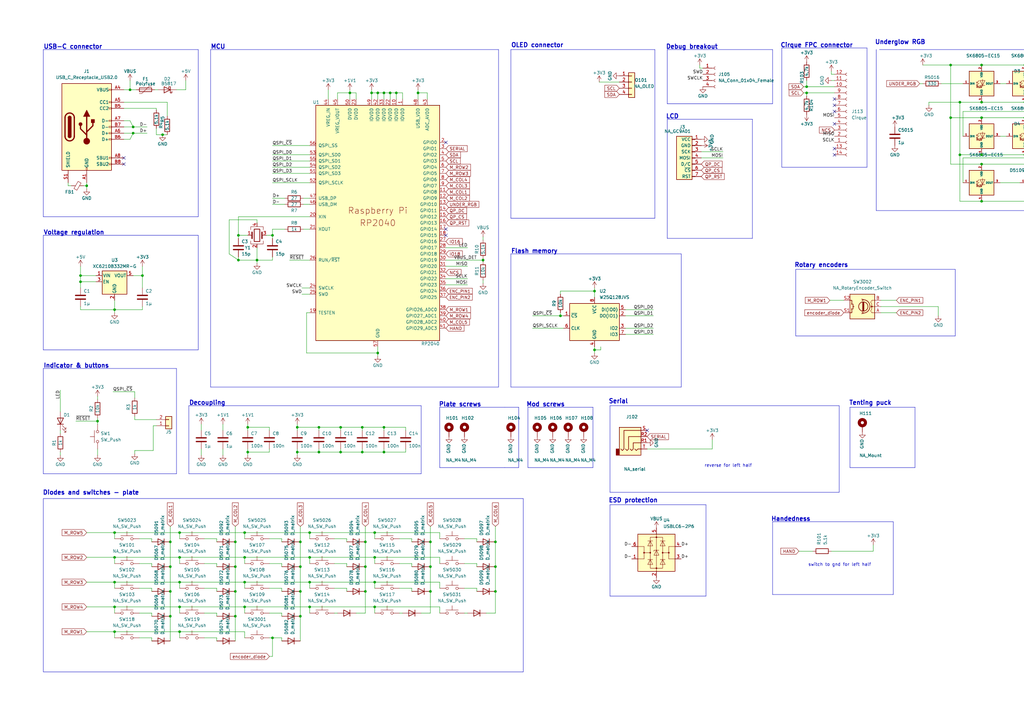
<source format=kicad_sch>
(kicad_sch (version 20230121) (generator eeschema)
  (paper "A3")
  (title_block (title "Dilemma") (date "2022-07-12") (rev "1") (company "plut0nium x bastardkb x freznel") (comment 1 "Licensed under CERN-OHL-W v2"))
  (junction (at 63.5 538.48))
  (junction (at 794.385 43.815))
  (junction (at 420.37 48.26))
  (junction (at 558.165 41.91))
  (junction (at 453.39 337.82))
  (junction (at 692.785 28.575))
  (junction (at 420.37 41.91))
  (junction (at 832.485 65.405))
  (junction (at 702.31 354.965))
  (junction (at 330.835 38.1))
  (junction (at 176.53 222.25))
  (junction (at 123.19 242.57))
  (junction (at 73.66 218.44))
  (junction (at 455.93 344.17))
  (junction (at 153.67 248.92))
  (junction (at 53.34 36.83))
  (junction (at 40.64 514.35))
  (junction (at 147.32 544.83))
  (junction (at 69.85 222.25))
  (junction (at 706.12 348.615))
  (junction (at 67.31 554.99))
  (junction (at 488.95 26.67))
  (junction (at 473.71 337.82))
  (junction (at 400.05 337.82))
  (junction (at 127 248.92))
  (junction (at 63.5 518.16))
  (junction (at 52.07 347.345))
  (junction (at 140.97 333.375))
  (junction (at 391.16 359.41))
  (junction (at 732.79 348.615))
  (junction (at 55.88 408.305))
  (junction (at 786.13 348.615))
  (junction (at 90.17 538.48))
  (junction (at 73.66 238.76))
  (junction (at 46.99 127))
  (junction (at 143.51 528.32))
  (junction (at 105.41 106.68))
  (junction (at 758.825 43.815))
  (junction (at 788.67 370.205))
  (junction (at 473.71 41.91))
  (junction (at 488.95 41.91))
  (junction (at 149.86 242.57))
  (junction (at 154.94 38.1))
  (junction (at 50.8 332.105))
  (junction (at 842.01 354.965))
  (junction (at 788.67 354.965))
  (junction (at 111.76 261.62))
  (junction (at 176.53 232.41))
  (junction (at 732.79 370.205))
  (junction (at 46.99 248.92))
  (junction (at 812.165 28.575))
  (junction (at 741.045 65.405))
  (junction (at 400.05 344.17))
  (junction (at 768.35 348.615))
  (junction (at 750.57 333.375))
  (junction (at 824.23 354.965))
  (junction (at 402.59 63.5))
  (junction (at 160.02 333.375))
  (junction (at 196.85 518.16))
  (junction (at 458.47 48.26))
  (junction (at 30.48 408.305))
  (junction (at 504.825 41.91))
  (junction (at 162.56 38.1))
  (junction (at 170.18 528.32))
  (junction (at 420.37 26.67))
  (junction (at 552.45 322.58))
  (junction (at 508 337.82))
  (junction (at 63.5 350.52))
  (junction (at 540.385 26.67))
  (junction (at 779.145 50.165))
  (junction (at 154.94 333.375))
  (junction (at 490.22 322.58))
  (junction (at 137.16 480.695))
  (junction (at 842.01 370.205))
  (junction (at 732.79 333.375))
  (junction (at 504.825 26.67))
  (junction (at 770.89 370.205))
  (junction (at 761.365 65.405))
  (junction (at 93.98 514.35))
  (junction (at 814.705 50.165))
  (junction (at 46.99 218.44))
  (junction (at 128.27 480.695))
  (junction (at 393.7 41.91))
  (junction (at 438.15 41.91))
  (junction (at 67.31 534.67))
  (junction (at 706.12 370.205))
  (junction (at 387.35 322.58))
  (junction (at 111.76 96.52))
  (junction (at 391.16 337.82))
  (junction (at 127 218.44))
  (junction (at 435.61 322.58))
  (junction (at 435.61 344.17))
  (junction (at 46.99 259.08))
  (junction (at 149.86 222.25))
  (junction (at 527.05 344.17))
  (junction (at 170.18 538.48))
  (junction (at 157.48 185.42))
  (junction (at 417.83 337.82))
  (junction (at 570.23 322.58))
  (junction (at 101.6 185.42))
  (junction (at 779.145 65.405))
  (junction (at 40.64 544.83))
  (junction (at 46.99 238.76))
  (junction (at 52.07 349.885))
  (junction (at 328.295 330.835))
  (junction (at 796.925 65.405))
  (junction (at 732.79 354.965))
  (junction (at 705.485 50.165))
  (junction (at 473.71 344.17))
  (junction (at 696.595 43.815))
  (junction (at 170.18 518.16))
  (junction (at 330.835 35.56))
  (junction (at 705.485 43.815))
  (junction (at 90.17 548.64))
  (junction (at 389.89 48.26))
  (junction (at 417.83 359.41))
  (junction (at 54.61 52.07))
  (junction (at 96.52 252.73))
  (junction (at 803.91 348.615))
  (junction (at 137.16 470.535))
  (junction (at 527.685 337.82))
  (junction (at 455.93 359.41))
  (junction (at 157.48 38.1))
  (junction (at 105.41 557.53))
  (junction (at 723.265 28.575))
  (junction (at 93.98 524.51))
  (junction (at 511.81 63.5))
  (junction (at 37.465 467.995))
  (junction (at 702.31 333.375))
  (junction (at 67.31 524.51))
  (junction (at 776.605 28.575))
  (junction (at 417.83 344.17))
  (junction (at 69.85 232.41))
  (junction (at 97.79 96.52))
  (junction (at 157.48 175.26))
  (junction (at 776.605 43.815))
  (junction (at 761.365 50.165))
  (junction (at 552.45 337.82))
  (junction (at 529.59 63.5))
  (junction (at 101.6 175.26))
  (junction (at 44.45 422.275))
  (junction (at 696.595 65.405))
  (junction (at 794.385 28.575))
  (junction (at 768.35 333.375))
  (junction (at 509.27 359.41))
  (junction (at 770.89 354.965))
  (junction (at 121.92 185.42))
  (junction (at 100.33 238.76))
  (junction (at 241.3 414.655))
  (junction (at 402.59 67.31))
  (junction (at 148.59 185.42))
  (junction (at 227.33 424.815))
  (junction (at 119.38 480.695))
  (junction (at 420.37 63.5))
  (junction (at 153.67 238.76))
  (junction (at 154.94 480.695))
  (junction (at 527.05 359.41))
  (junction (at 491.49 344.17))
  (junction (at 99.06 480.695))
  (junction (at 476.25 63.5))
  (junction (at 130.81 175.26))
  (junction (at 758.825 28.575))
  (junction (at 196.85 538.48))
  (junction (at 148.59 175.26))
  (junction (at 152.4 38.1))
  (junction (at 741.045 43.815))
  (junction (at 458.47 63.5))
  (junction (at 203.2 232.41))
  (junction (at 796.925 50.165))
  (junction (at 473.71 359.41))
  (junction (at 438.15 26.67))
  (junction (at 387.35 344.17))
  (junction (at 494.03 63.5))
  (junction (at 160.02 38.1))
  (junction (at 63.5 548.64))
  (junction (at 30.48 410.845))
  (junction (at 473.71 26.67))
  (junction (at 806.45 370.205))
  (junction (at 95.25 391.795))
  (junction (at 93.98 544.83))
  (junction (at 120.65 514.35))
  (junction (at 511.81 48.26))
  (junction (at 116.84 528.32))
  (junction (at 73.66 248.92))
  (junction (at 100.33 218.44))
  (junction (at 328.295 333.375))
  (junction (at 40.005 172.72))
  (junction (at 154.94 470.535))
  (junction (at 147.32 524.51))
  (junction (at 715.01 333.375))
  (junction (at 806.45 354.965))
  (junction (at 715.01 354.965))
  (junction (at 63.5 528.32))
  (junction (at 109.22 391.795))
  (junction (at 143.51 538.48))
  (junction (at 153.67 228.6))
  (junction (at 723.265 50.165))
  (junction (at 100.33 228.6))
  (junction (at 33.02 113.03))
  (junction (at 705.485 65.405))
  (junction (at 147.32 514.35))
  (junction (at 146.05 480.695))
  (junction (at 116.84 548.64))
  (junction (at 171.45 38.1))
  (junction (at 127 238.76))
  (junction (at 750.57 354.965))
  (junction (at 120.65 544.83))
  (junction (at 139.7 185.42))
  (junction (at 453.39 322.58))
  (junction (at 100.33 248.92))
  (junction (at 455.93 26.67))
  (junction (at 154.94 144.78))
  (junction (at 803.91 333.375))
  (junction (at 476.25 48.26))
  (junction (at 723.265 43.815))
  (junction (at 741.045 28.575))
  (junction (at 35.56 76.2))
  (junction (at 473.71 322.58))
  (junction (at 417.83 322.58))
  (junction (at 786.13 333.375))
  (junction (at 715.01 348.615))
  (junction (at 529.59 48.26))
  (junction (at 527.685 322.58))
  (junction (at 116.84 538.48))
  (junction (at 198.12 106.68))
  (junction (at 494.03 48.26))
  (junction (at 46.99 228.6))
  (junction (at 116.84 518.16))
  (junction (at 723.265 65.405))
  (junction (at 58.42 113.03))
  (junction (at 196.85 528.32))
  (junction (at 229.87 129.54))
  (junction (at 812.165 43.815))
  (junction (at 195.58 401.955))
  (junction (at 127 228.6))
  (junction (at 438.15 63.5))
  (junction (at 435.61 359.41))
  (junction (at 153.67 218.44))
  (junction (at 90.17 528.32))
  (junction (at 558.165 26.67))
  (junction (at 99.06 470.535))
  (junction (at 139.7 175.26))
  (junction (at 147.32 534.67))
  (junction (at 95.25 401.955))
  (junction (at 157.48 333.375))
  (junction (at 400.05 359.41))
  (junction (at 393.7 63.5))
  (junction (at 102.87 401.955))
  (junction (at 66.675 55.245))
  (junction (at 123.19 222.25))
  (junction (at 40.64 554.99))
  (junction (at 522.605 26.67))
  (junction (at 570.23 337.82))
  (junction (at 402.59 48.26))
  (junction (at 402.59 82.55))
  (junction (at 130.81 185.42))
  (junction (at 97.79 106.68))
  (junction (at 821.69 348.615))
  (junction (at 508 322.58))
  (junction (at 750.57 348.615))
  (junction (at 143.51 518.16))
  (junction (at 490.22 337.82))
  (junction (at 203.2 242.57))
  (junction (at 152.4 440.055))
  (junction (at 90.17 518.16))
  (junction (at 438.15 48.26))
  (junction (at 824.23 370.205))
  (junction (at 750.57 370.205))
  (junction (at 400.05 378.46))
  (junction (at 455.93 41.91))
  (junction (at 540.385 41.91))
  (junction (at 120.65 534.67))
  (junction (at 73.66 228.6))
  (junction (at 33.02 115.57))
  (junction (at 54.61 54.61))
  (junction (at 73.66 259.08))
  (junction (at 243.84 119.38))
  (junction (at 69.85 242.57))
  (junction (at 168.91 333.375))
  (junction (at 96.52 242.57))
  (junction (at 40.64 534.67))
  (junction (at 67.31 544.83))
  (junction (at 128.27 470.535))
  (junction (at 33.02 371.475))
  (junction (at 93.98 534.67))
  (junction (at 509.27 344.17))
  (junction (at 143.51 38.1))
  (junction (at 203.2 222.25))
  (junction (at 67.31 514.35))
  (junction (at 96.52 222.25))
  (junction (at 96.52 232.41))
  (junction (at 152.4 333.375))
  (junction (at 435.61 337.82))
  (junction (at 522.605 41.91))
  (junction (at 741.045 50.165))
  (junction (at 40.64 524.51))
  (junction (at 491.49 359.41))
  (junction (at 123.19 252.73))
  (junction (at 176.53 242.57))
  (junction (at 832.485 50.165))
  (junction (at 146.05 470.535))
  (junction (at 149.86 232.41))
  (junction (at 692.785 50.165))
  (junction (at 120.65 524.51))
  (junction (at 400.05 363.22))
  (junction (at 402.59 26.67))
  (junction (at 243.84 143.51))
  (junction (at 149.86 333.375))
  (junction (at 715.01 370.205))
  (junction (at 821.69 333.375))
  (junction (at 402.59 41.91))
  (junction (at 119.38 470.535))
  (junction (at 814.705 65.405))
  (junction (at 121.92 175.26))
  (junction (at 400.05 322.58))
  (junction (at 705.485 28.575))
  (junction (at 389.89 26.67))
  (junction (at 69.85 252.73))
  (junction (at 123.19 232.41))
  (no_connect (at 180.34 394.335))
  (no_connect (at 342.265 50.8))
  (no_connect (at 342.265 40.64))
  (no_connect (at 342.265 43.18))
  (no_connect (at 342.265 60.96))
  (no_connect (at 342.265 63.5))
  (no_connect (at 180.34 353.695))
  (no_connect (at 339.725 340.995))
  (no_connect (at 713.105 76.835))
  (no_connect (at 265.43 176.53))
  (no_connect (at 50.8 64.77))
  (no_connect (at 50.8 67.31))
  (no_connect (at 342.265 45.72))
  (no_connect (at 262.89 471.805))
  (no_connect (at 182.88 93.98))
  (no_connect (at 182.88 96.52))
  (no_connect (at 722.63 381.635))
  (no_connect (at 182.88 58.42))
  (no_connect (at 339.725 346.075))
  (no_connect (at 339.725 335.915))
  (no_connect (at 48.26 360.045))
  (no_connect (at 180.34 399.415))
  (no_connect (at 339.725 338.455))
  (no_connect (at 339.725 356.235))
  (no_connect (at 339.725 358.775))
  (no_connect (at 48.26 362.585))
  (polyline (pts (xy 348.615 167.005) (xy 348.615 191.77)))
  (wire (pts (xy 829.31 340.995) (xy 831.85 340.995)))
  (wire (pts (xy 96.52 215.9) (xy 96.52 222.25)))
  (wire (pts (xy 171.45 38.1) (xy 171.45 40.64)))
  (wire (pts (xy 241.3 437.515) (xy 241.3 440.055)))
  (wire (pts (xy 847.09 340.995) (xy 847.09 352.425)))
  (wire (pts (xy 25.4 370.205) (xy 25.4 371.475)))
  (wire (pts (xy 681.355 28.575) (xy 692.785 28.575)))
  (wire (pts (xy 67.31 547.37) (xy 67.31 544.83)))
  (wire (pts (xy 692.785 28.575) (xy 705.485 28.575)))
  (wire (pts (xy 552.45 322.58) (xy 570.23 322.58)))
  (wire (pts (xy 796.925 50.165) (xy 814.705 50.165)))
  (wire (pts (xy 88.9 220.98) (xy 88.9 222.25)))
  (polyline (pts (xy 276.86 454.025) (xy 276.86 399.415)))
  (wire (pts (xy 35.56 238.76) (xy 46.99 238.76)))
  (wire (pts (xy 407.67 370.84) (xy 410.845 370.84)))
  (wire (pts (xy 116.84 511.81) (xy 116.84 518.16)))
  (wire (pts (xy 33.02 115.57) (xy 33.02 118.11)))
  (wire (pts (xy 120.65 544.83) (xy 147.32 544.83)))
  (wire (pts (xy 176.53 222.25) (xy 176.53 232.41)))
  (wire (pts (xy 105.41 91.44) (xy 105.41 90.17)))
  (wire (pts (xy 741.045 65.405) (xy 761.365 65.405)))
  (wire (pts (xy 118.745 106.68) (xy 127 106.68)))
  (wire (pts (xy 58.42 109.22) (xy 58.42 113.03)))
  (wire (pts (xy 195.58 231.14) (xy 195.58 232.41)))
  (wire (pts (xy 723.265 43.815) (xy 741.045 43.815)))
  (wire (pts (xy 100.33 241.3) (xy 100.33 238.76)))
  (wire (pts (xy 819.785 36.195) (xy 822.325 36.195)))
  (wire (pts (xy 170.18 518.16) (xy 170.18 528.32)))
  (wire (pts (xy 455.93 26.67) (xy 473.71 26.67)))
  (polyline (pts (xy 314.325 315.595) (xy 314.325 337.82)))
  (wire (pts (xy 55.245 170.815) (xy 55.245 172.085)))
  (wire (pts (xy 69.85 332.105) (xy 73.66 332.105)))
  (wire (pts (xy 82.55 173.99) (xy 82.55 176.53)))
  (wire (pts (xy 153.67 220.98) (xy 153.67 218.44)))
  (wire (pts (xy 683.895 45.085) (xy 683.895 43.815)))
  (wire (pts (xy 109.22 527.05) (xy 109.22 528.32)))
  (wire (pts (xy 840.105 57.785) (xy 842.645 57.785)))
  (wire (pts (xy 387.35 322.58) (xy 400.05 322.58)))
  (wire (pts (xy 62.23 251.46) (xy 62.23 252.73)))
  (wire (pts (xy 327.025 333.375) (xy 328.295 333.375)))
  (wire (pts (xy 267.97 134.62) (xy 256.54 134.62)))
  (wire (pts (xy 30.48 421.005) (xy 30.48 422.275)))
  (wire (pts (xy 227.33 423.545) (xy 227.33 424.815)))
  (wire (pts (xy 265.43 429.895) (xy 254 429.895)))
  (wire (pts (xy 420.37 48.26) (xy 402.59 48.26)))
  (wire (pts (xy 501.65 55.88) (xy 504.19 55.88)))
  (wire (pts (xy 109.22 376.555) (xy 114.3 376.555)))
  (wire (pts (xy 22.225 471.805) (xy 22.225 473.075)))
  (polyline (pts (xy 83.82 454.025) (xy 201.93 454.025)))
  (wire (pts (xy 435.61 359.41) (xy 455.93 359.41)))
  (wire (pts (xy 40.005 184.15) (xy 40.005 186.69)))
  (wire (pts (xy 157.48 547.37) (xy 158.75 547.37)))
  (wire (pts (xy 142.24 241.3) (xy 142.24 242.57)))
  (wire (pts (xy 101.6 175.26) (xy 110.49 175.26)))
  (wire (pts (xy 121.92 173.99) (xy 121.92 175.26)))
  (wire (pts (xy 80.01 479.425) (xy 80.01 481.965)))
  (wire (pts (xy 748.665 36.195) (xy 751.205 36.195)))
  (wire (pts (xy 758.19 362.585) (xy 763.27 362.585)))
  (wire (pts (xy 82.55 557.53) (xy 82.55 558.8)))
  (wire (pts (xy 40.64 544.83) (xy 67.31 544.83)))
  (polyline (pts (xy 17.78 194.31) (xy 72.39 194.31)))
  (wire (pts (xy 690.88 333.375) (xy 702.31 333.375)))
  (wire (pts (xy 761.365 65.405) (xy 779.145 65.405)))
  (wire (pts (xy 327.025 330.835) (xy 328.295 330.835)))
  (polyline (pts (xy 268.605 20.32) (xy 268.605 89.535)))
  (wire (pts (xy 102.87 386.715) (xy 102.87 385.445)))
  (wire (pts (xy 445.77 55.88) (xy 450.85 55.88)))
  (wire (pts (xy 565.785 34.29) (xy 569.595 34.29)))
  (wire (pts (xy 814.705 50.165) (xy 832.485 50.165)))
  (wire (pts (xy 46.99 259.08) (xy 73.66 259.08)))
  (polyline (pts (xy 204.47 158.75) (xy 204.47 20.32)))
  (wire (pts (xy 173.99 537.21) (xy 173.99 534.67)))
  (wire (pts (xy 93.98 514.35) (xy 120.65 514.35)))
  (wire (pts (xy 394.97 64.77) (xy 554.99 64.77)))
  (polyline (pts (xy 566.42 382.27) (xy 356.87 382.27)))
  (wire (pts (xy 172.72 251.46) (xy 176.53 251.46)))
  (polyline (pts (xy 273.685 20.32) (xy 316.865 20.32)))
  (wire (pts (xy 123.19 222.25) (xy 123.19 232.41)))
  (wire (pts (xy 50.8 54.61) (xy 54.61 54.61)))
  (wire (pts (xy 706.12 389.255) (xy 706.12 370.205)))
  (wire (pts (xy 768.35 333.375) (xy 786.13 333.375)))
  (wire (pts (xy 328.295 333.375) (xy 339.725 333.375)))
  (wire (pts (xy 196.85 538.48) (xy 196.85 547.37)))
  (wire (pts (xy 105.41 557.53) (xy 105.41 565.15)))
  (polyline (pts (xy 207.01 191.77) (xy 180.34 191.77)))
  (wire (pts (xy 184.15 537.21) (xy 189.23 537.21)))
  (wire (pts (xy 123.19 440.055) (xy 152.4 440.055)))
  (wire (pts (xy 713.105 36.195) (xy 715.645 36.195)))
  (wire (pts (xy 420.37 41.91) (xy 438.15 41.91)))
  (wire (pts (xy 91.44 173.99) (xy 91.44 176.53)))
  (wire (pts (xy 812.165 28.575) (xy 829.945 28.575)))
  (wire (pts (xy 162.56 335.915) (xy 162.56 333.375)))
  (wire (pts (xy 288.29 27.94) (xy 287.02 27.94)))
  (wire (pts (xy 706.12 370.205) (xy 715.01 370.205)))
  (wire (pts (xy 123.825 118.11) (xy 127 118.11)))
  (wire (pts (xy 110.49 261.62) (xy 111.76 261.62)))
  (wire (pts (xy 227.33 415.925) (xy 227.33 414.655)))
  (wire (pts (xy 245.745 33.655) (xy 254 33.655)))
  (wire (pts (xy 61.595 469.9) (xy 60.325 469.9)))
  (wire (pts (xy 732.79 333.375) (xy 750.57 333.375)))
  (polyline (pts (xy 314.325 337.82) (xy 271.145 337.82)))
  (wire (pts (xy 196.85 518.16) (xy 196.85 528.32)))
  (wire (pts (xy 702.31 374.015) (xy 702.31 354.965)))
  (wire (pts (xy 50.8 537.21) (xy 55.88 537.21)))
  (polyline (pts (xy 882.65 325.755) (xy 882.65 393.065)))
  (wire (pts (xy 35.56 248.92) (xy 46.99 248.92)))
  (wire (pts (xy 758.825 43.815) (xy 776.605 43.815)))
  (polyline (pts (xy 355.6 19.685) (xy 355.6 68.58)))
  (wire (pts (xy 784.225 36.195) (xy 786.765 36.195)))
  (wire (pts (xy 64.135 55.245) (xy 66.675 55.245)))
  (wire (pts (xy 147.32 534.67) (xy 173.99 534.67)))
  (wire (pts (xy 267.97 137.16) (xy 256.54 137.16)))
  (polyline (pts (xy 279.4 104.14) (xy 209.55 104.14)))
  (wire (pts (xy 195.58 241.3) (xy 195.58 242.57)))
  (wire (pts (xy 111.76 66.04) (xy 127 66.04)))
  (wire (pts (xy 182.88 101.6) (xy 191.77 101.6)))
  (polyline (pts (xy 271.145 315.595) (xy 271.145 337.82)))
  (wire (pts (xy 44.45 422.275) (xy 55.88 422.275)))
  (polyline (pts (xy 663.575 20.955) (xy 873.125 20.955)))
  (wire (pts (xy 435.61 344.17) (xy 455.93 344.17)))
  (wire (pts (xy 105.41 557.53) (xy 109.22 557.53)))
  (polyline (pts (xy 306.07 344.17) (xy 306.07 393.065)))
  (wire (pts (xy 794.385 28.575) (xy 812.165 28.575)))
  (polyline (pts (xy 180.34 167.005) (xy 207.01 167.005)))
  (wire (pts (xy 463.55 34.29) (xy 466.09 34.29)))
  (wire (pts (xy 88.9 469.265) (xy 88.9 471.805)))
  (wire (pts (xy 110.49 251.46) (xy 115.57 251.46)))
  (wire (pts (xy 180.34 241.3) (xy 180.34 238.76)))
  (polyline (pts (xy 389.255 433.07) (xy 323.85 433.07)))
  (wire (pts (xy 30.48 422.275) (xy 44.45 422.275)))
  (wire (pts (xy 715.01 348.615) (xy 732.79 348.615)))
  (wire (pts (xy 329.565 38.1) (xy 330.835 38.1)))
  (wire (pts (xy 337.82 418.465) (xy 343.535 418.465)))
  (wire (pts (xy 391.16 378.46) (xy 391.16 359.41)))
  (wire (pts (xy 152.4 333.375) (xy 154.94 333.375)))
  (wire (pts (xy 72.39 36.83) (xy 76.2 36.83)))
  (wire (pts (xy 50.8 332.105) (xy 53.34 332.105)))
  (wire (pts (xy 93.98 547.37) (xy 93.98 544.83)))
  (wire (pts (xy 374.65 330.2) (xy 377.19 330.2)))
  (wire (pts (xy 96.52 232.41) (xy 96.52 242.57)))
  (wire (pts (xy 740.41 362.585) (xy 742.95 362.585)))
  (wire (pts (xy 121.92 185.42) (xy 130.81 185.42)))
  (wire (pts (xy 69.85 252.73) (xy 69.85 262.89)))
  (wire (pts (xy 111.76 261.62) (xy 115.57 261.62)))
  (polyline (pts (xy 289.56 207.01) (xy 289.56 244.475)))
  (polyline (pts (xy 882.65 393.065) (xy 673.1 393.065)))
  (wire (pts (xy 499.11 351.79) (xy 501.65 351.79)))
  (wire (pts (xy 29.21 534.67) (xy 40.64 534.67)))
  (wire (pts (xy 180.34 404.495) (xy 189.23 404.495)))
  (wire (pts (xy 73.66 218.44) (xy 100.33 218.44)))
  (wire (pts (xy 400.05 363.22) (xy 387.35 363.22)))
  (wire (pts (xy 427.99 55.88) (xy 430.53 55.88)))
  (wire (pts (xy 443.23 351.79) (xy 448.31 351.79)))
  (wire (pts (xy 530.225 34.29) (xy 532.765 34.29)))
  (wire (pts (xy 824.23 370.205) (xy 842.01 370.205)))
  (wire (pts (xy 697.865 47.625) (xy 697.865 57.785)))
  (polyline (pts (xy 308.61 48.895) (xy 308.61 97.79)))
  (wire (pts (xy 95.25 384.175) (xy 124.46 384.175)))
  (wire (pts (xy 73.66 238.76) (xy 100.33 238.76)))
  (wire (pts (xy 595.63 330.2) (xy 595.63 341.63)))
  (wire (pts (xy 153.67 228.6) (xy 180.34 228.6)))
  (wire (pts (xy 33.02 113.03) (xy 39.37 113.03)))
  (wire (pts (xy 64.135 52.705) (xy 64.135 55.245)))
  (wire (pts (xy 402.59 67.31) (xy 425.958 67.31)))
  (wire (pts (xy 116.84 518.16) (xy 116.84 528.32)))
  (wire (pts (xy 101.6 175.26) (xy 101.6 176.53)))
  (wire (pts (xy 215.9 429.895) (xy 228.6 429.895)))
  (wire (pts (xy 534.67 351.79) (xy 537.21 351.79)))
  (wire (pts (xy 243.84 118.11) (xy 243.84 119.38)))
  (wire (pts (xy 66.04 337.185) (xy 66.04 342.9)))
  (wire (pts (xy 40.64 516.89) (xy 40.64 514.35)))
  (wire (pts (xy 184.15 527.05) (xy 189.23 527.05)))
  (wire (pts (xy 796.925 65.405) (xy 814.705 65.405)))
  (wire (pts (xy 73.66 228.6) (xy 100.33 228.6)))
  (wire (pts (xy 109.22 96.52) (xy 111.76 96.52)))
  (polyline (pts (xy 326.39 110.49) (xy 391.795 110.49)))
  (wire (pts (xy 157.48 537.21) (xy 162.56 537.21)))
  (wire (pts (xy 786.13 333.375) (xy 803.91 333.375)))
  (wire (pts (xy 63.5 36.83) (xy 64.77 36.83)))
  (wire (pts (xy 105.41 106.68) (xy 105.41 107.95)))
  (wire (pts (xy 168.91 220.98) (xy 168.91 222.25)))
  (wire (pts (xy 40.64 554.99) (xy 67.31 554.99)))
  (wire (pts (xy 821.69 333.375) (xy 839.47 333.375)))
  (wire (pts (xy 110.49 220.98) (xy 115.57 220.98)))
  (wire (pts (xy 779.145 65.405) (xy 796.925 65.405)))
  (wire (pts (xy 162.56 38.1) (xy 165.1 38.1)))
  (polyline (pts (xy 15.24 438.785) (xy 15.24 391.795)))
  (wire (pts (xy 190.5 231.14) (xy 195.58 231.14)))
  (wire (pts (xy 455.93 41.91) (xy 473.71 41.91)))
  (wire (pts (xy 384.81 330.2) (xy 392.43 330.2)))
  (wire (pts (xy 814.07 362.585) (xy 816.61 362.585)))
  (wire (pts (xy 189.23 516.89) (xy 189.23 518.16)))
  (wire (pts (xy 338.455 325.755) (xy 338.455 324.485)))
  (wire (pts (xy 196.85 528.32) (xy 196.85 538.48)))
  (wire (pts (xy 99.06 470.535) (xy 99.06 471.805)))
  (wire (pts (xy 152.4 440.055) (xy 152.4 441.325)))
  (wire (pts (xy 121.92 175.26) (xy 130.81 175.26)))
  (wire (pts (xy 157.48 333.375) (xy 157.48 335.915)))
  (wire (pts (xy 153.67 251.46) (xy 153.67 248.92)))
  (wire (pts (xy 453.39 322.58) (xy 473.71 322.58)))
  (wire (pts (xy 106.68 391.795) (xy 109.22 391.795)))
  (wire (pts (xy 100.33 251.46) (xy 100.33 248.92)))
  (polyline (pts (xy 360.68 20.32) (xy 568.96 20.32)))
  (wire (pts (xy 473.71 337.82) (xy 490.22 337.82)))
  (wire (pts (xy 100.33 228.6) (xy 127 228.6)))
  (wire (pts (xy 88.9 261.62) (xy 88.9 262.89)))
  (wire (pts (xy 547.37 63.5) (xy 529.59 63.5)))
  (wire (pts (xy 463.55 351.79) (xy 466.09 351.79)))
  (polyline (pts (xy 389.255 405.765) (xy 389.255 433.07)))
  (wire (pts (xy 496.57 34.29) (xy 497.205 34.29)))
  (wire (pts (xy 97.79 96.52) (xy 97.79 88.9)))
  (wire (pts (xy 50.8 344.805) (xy 52.07 347.345)))
  (wire (pts (xy 115.57 261.62) (xy 115.57 262.89)))
  (wire (pts (xy 146.05 480.695) (xy 154.94 480.695)))
  (wire (pts (xy 570.23 337.82) (xy 588.01 337.82)))
  (wire (pts (xy 22.225 480.695) (xy 22.225 481.965)))
  (wire (pts (xy 111.76 68.58) (xy 127 68.58)))
  (wire (pts (xy 99.06 480.695) (xy 107.95 480.695)))
  (wire (pts (xy 198.12 114.935) (xy 198.12 116.205)))
  (wire (pts (xy 705.485 84.455) (xy 696.595 84.455)))
  (wire (pts (xy 168.91 241.3) (xy 168.91 242.57)))
  (wire (pts (xy 143.51 38.1) (xy 143.51 40.64)))
  (wire (pts (xy 63.5 518.16) (xy 63.5 528.32)))
  (wire (pts (xy 130.81 184.15) (xy 130.81 185.42)))
  (wire (pts (xy 778.51 362.585) (xy 781.05 362.585)))
  (polyline (pts (xy 421.64 398.78) (xy 421.64 447.04)))
  (wire (pts (xy 420.37 26.67) (xy 438.15 26.67)))
  (polyline (pts (xy 424.18 103.505) (xy 455.93 103.505)))
  (polyline (pts (xy 326.39 110.49) (xy 326.39 137.795)))
  (wire (pts (xy 741.045 28.575) (xy 758.825 28.575)))
  (wire (pts (xy 52.07 408.305) (xy 55.88 408.305)))
  (wire (pts (xy 54.61 52.07) (xy 50.8 52.07)))
  (wire (pts (xy 812.165 43.815) (xy 829.945 43.815)))
  (wire (pts (xy 83.82 241.3) (xy 88.9 241.3)))
  (wire (pts (xy 438.15 48.26) (xy 420.37 48.26)))
  (wire (pts (xy 96.52 222.25) (xy 96.52 232.41)))
  (polyline (pts (xy 243.205 191.77) (xy 216.535 191.77)))
  (wire (pts (xy 93.98 516.89) (xy 93.98 514.35)))
  (polyline (pts (xy 81.28 88.9) (xy 17.78 88.9)))
  (wire (pts (xy 170.18 511.81) (xy 170.18 518.16)))
  (wire (pts (xy 494.03 48.26) (xy 476.25 48.26)))
  (wire (pts (xy 705.485 65.405) (xy 723.265 65.405)))
  (wire (pts (xy 121.92 185.42) (xy 121.92 186.69)))
  (wire (pts (xy 120.65 527.05) (xy 120.65 524.51)))
  (wire (pts (xy 267.97 127) (xy 256.54 127)))
  (wire (pts (xy 50.8 516.89) (xy 55.88 516.89)))
  (wire (pts (xy 338.455 328.295) (xy 339.725 328.295)))
  (wire (pts (xy 104.14 537.21) (xy 109.22 537.21)))
  (wire (pts (xy 455.93 344.17) (xy 473.71 344.17)))
  (wire (pts (xy 33.02 127) (xy 46.99 127)))
  (wire (pts (xy 109.22 358.775) (xy 124.46 358.775)))
  (polyline (pts (xy 271.145 315.595) (xy 314.325 315.595)))
  (wire (pts (xy 120.65 514.35) (xy 147.32 514.35)))
  (wire (pts (xy 125.73 128.27) (xy 127 128.27)))
  (wire (pts (xy 101.6 185.42) (xy 101.6 186.69)))
  (wire (pts (xy 104.14 557.53) (xy 105.41 557.53)))
  (wire (pts (xy 515.62 330.2) (xy 520.065 330.2)))
  (wire (pts (xy 62.23 231.14) (xy 62.23 232.41)))
  (wire (pts (xy 124.46 81.28) (xy 127 81.28)))
  (wire (pts (xy 529.59 48.26) (xy 511.81 48.26)))
  (wire (pts (xy 50.8 49.53) (xy 53.34 49.53)))
  (wire (pts (xy 109.22 379.095) (xy 114.3 379.095)))
  (wire (pts (xy 693.42 348.615) (xy 706.12 348.615)))
  (wire (pts (xy 140.97 333.375) (xy 140.97 335.915)))
  (wire (pts (xy 93.98 90.17) (xy 93.98 104.14)))
  (wire (pts (xy 101.6 185.42) (xy 110.49 185.42)))
  (wire (pts (xy 139.7 185.42) (xy 148.59 185.42)))
  (polyline (pts (xy 216.535 167.005) (xy 243.205 167.005)))
  (wire (pts (xy 697.865 66.675) (xy 857.885 66.675)))
  (wire (pts (xy 154.94 479.425) (xy 154.94 480.695)))
  (wire (pts (xy 102.87 401.955) (xy 102.87 403.225)))
  (wire (pts (xy 124.46 93.98) (xy 127 93.98)))
  (wire (pts (xy 445.77 34.29) (xy 448.31 34.29)))
  (wire (pts (xy 33.02 370.205) (xy 33.02 371.475)))
  (wire (pts (xy 29.21 524.51) (xy 40.64 524.51)))
  (polyline (pts (xy 240.665 462.28) (xy 240.665 487.045)))
  (wire (pts (xy 195.58 392.43) (xy 195.58 393.7)))
  (wire (pts (xy 527.05 344.17) (xy 509.27 344.17)))
  (wire (pts (xy 40.64 537.21) (xy 40.64 534.67)))
  (wire (pts (xy 44.45 422.275) (xy 44.45 423.545)))
  (wire (pts (xy 761.365 50.165) (xy 779.145 50.165)))
  (wire (pts (xy 63.5 511.81) (xy 63.5 518.16)))
  (wire (pts (xy 53.34 49.53) (xy 54.61 52.07)))
  (wire (pts (xy 132.08 332.105) (xy 132.08 335.915)))
  (wire (pts (xy 544.83 344.17) (xy 527.05 344.17)))
  (wire (pts (xy 723.265 65.405) (xy 741.045 65.405)))
  (wire (pts (xy 34.29 76.2) (xy 35.56 76.2)))
  (wire (pts (xy 154.94 333.375) (xy 157.48 333.375)))
  (wire (pts (xy 243.84 142.24) (xy 243.84 143.51)))
  (wire (pts (xy 722.63 362.585) (xy 725.17 362.585)))
  (wire (pts (xy 375.92 322.58) (xy 387.35 322.58)))
  (wire (pts (xy 163.83 479.425) (xy 163.83 480.695)))
  (wire (pts (xy 120.65 524.51) (xy 147.32 524.51)))
  (wire (pts (xy 458.47 48.26) (xy 476.25 48.26)))
  (wire (pts (xy 73.66 259.08) (xy 100.33 259.08)))
  (wire (pts (xy 391.16 337.82) (xy 400.05 337.82)))
  (wire (pts (xy 715.01 354.965) (xy 732.79 354.965)))
  (wire (pts (xy 157.48 38.1) (xy 157.48 40.64)))
  (wire (pts (xy 100.33 220.98) (xy 100.33 218.44)))
  (wire (pts (xy 149.86 215.9) (xy 149.86 222.25)))
  (wire (pts (xy 55.88 516.89) (xy 55.88 518.16)))
  (wire (pts (xy 111.76 106.68) (xy 111.76 105.41)))
  (wire (pts (xy 69.85 222.25) (xy 69.85 232.41)))
  (wire (pts (xy 358.775 423.545) (xy 365.125 423.545)))
  (wire (pts (xy 770.89 370.205) (xy 788.67 370.205)))
  (wire (pts (xy 62.865 174.625) (xy 62.865 184.785)))
  (wire (pts (xy 378.46 339.09) (xy 378.46 337.82)))
  (wire (pts (xy 461.01 330.2) (xy 466.09 330.2)))
  (polyline (pts (xy 213.995 462.28) (xy 240.665 462.28)))
  (polyline (pts (xy 372.745 462.28) (xy 372.745 487.045)))
  (wire (pts (xy 50.8 36.83) (xy 53.34 36.83)))
  (wire (pts (xy 30.48 408.305) (xy 30.48 410.845)))
  (wire (pts (xy 558.165 26.67) (xy 577.215 26.67)))
  (wire (pts (xy 46.355 160.655) (xy 55.245 160.655)))
  (wire (pts (xy 53.34 36.83) (xy 55.88 36.83)))
  (wire (pts (xy 48.26 339.725) (xy 61.595 339.725)))
  (wire (pts (xy 40.64 534.67) (xy 67.31 534.67)))
  (wire (pts (xy 58.42 125.73) (xy 58.42 127)))
  (wire (pts (xy 508 337.82) (xy 527.685 337.82)))
  (wire (pts (xy 157.48 527.05) (xy 162.56 527.05)))
  (polyline (pts (xy 492.76 416.56) (xy 466.09 416.56)))
  (wire (pts (xy 102.87 385.445) (xy 91.44 385.445)))
  (wire (pts (xy 229.87 129.54) (xy 231.14 129.54)))
  (wire (pts (xy 135.89 335.915) (xy 135.89 333.375)))
  (wire (pts (xy 66.675 55.245) (xy 68.58 55.245)))
  (wire (pts (xy 115.57 220.98) (xy 115.57 222.25)))
  (wire (pts (xy 67.31 554.99) (xy 67.31 557.53)))
  (polyline (pts (xy 207.01 315.595) (xy 266.065 315.595)))
  (wire (pts (xy 119.38 480.695) (xy 128.27 480.695)))
  (wire (pts (xy 325.12 522.605) (xy 330.835 522.605)))
  (wire (pts (xy 822.325 57.785) (xy 824.865 57.785)))
  (wire (pts (xy 389.89 26.67) (xy 402.59 26.67)))
  (wire (pts (xy 105.41 106.68) (xy 111.76 106.68)))
  (wire (pts (xy 154.94 144.78) (xy 154.94 146.05)))
  (wire (pts (xy 137.16 231.14) (xy 142.24 231.14)))
  (wire (pts (xy 330.835 33.02) (xy 330.835 35.56)))
  (wire (pts (xy 377.19 34.29) (xy 378.46 34.29)))
  (wire (pts (xy 128.27 480.695) (xy 137.16 480.695)))
  (wire (pts (xy 77.47 557.53) (xy 82.55 557.53)))
  (wire (pts (xy 786.765 57.785) (xy 789.305 57.785)))
  (wire (pts (xy 776.605 43.815) (xy 794.385 43.815)))
  (wire (pts (xy 163.83 471.805) (xy 163.83 470.535)))
  (wire (pts (xy 52.07 349.885) (xy 57.785 349.885)))
  (wire (pts (xy 77.47 516.89) (xy 82.55 516.89)))
  (wire (pts (xy 29.21 554.99) (xy 40.64 554.99)))
  (wire (pts (xy 93.98 524.51) (xy 120.65 524.51)))
  (wire (pts (xy 55.88 557.53) (xy 55.88 558.8)))
  (polyline (pts (xy 366.395 213.995) (xy 366.395 243.84)))
  (wire (pts (xy 547.37 48.26) (xy 529.59 48.26)))
  (wire (pts (xy 50.8 352.425) (xy 48.26 352.425)))
  (wire (pts (xy 35.56 218.44) (xy 46.99 218.44)))
  (wire (pts (xy 93.98 534.67) (xy 120.65 534.67)))
  (wire (pts (xy 109.22 547.37) (xy 109.22 548.64)))
  (wire (pts (xy 692.785 50.165) (xy 692.785 28.575)))
  (wire (pts (xy 135.89 333.375) (xy 140.97 333.375)))
  (wire (pts (xy 182.88 109.22) (xy 191.77 109.22)))
  (wire (pts (xy 152.4 36.83) (xy 152.4 38.1)))
  (wire (pts (xy 215.9 424.815) (xy 227.33 424.815)))
  (wire (pts (xy 146.05 40.64) (xy 146.05 38.1)))
  (wire (pts (xy 154.94 142.24) (xy 154.94 144.78)))
  (wire (pts (xy 88.9 479.425) (xy 88.9 481.965)))
  (wire (pts (xy 22.225 455.295) (xy 22.225 464.185)))
  (wire (pts (xy 40.005 171.45) (xy 40.005 172.72)))
  (wire (pts (xy 527.685 337.82) (xy 552.45 337.82)))
  (wire (pts (xy 30.48 410.845) (xy 36.83 410.845)))
  (wire (pts (xy 175.26 40.64) (xy 175.26 38.1)))
  (wire (pts (xy 73.66 248.92) (xy 100.33 248.92)))
  (wire (pts (xy 732.79 354.965) (xy 750.57 354.965)))
  (wire (pts (xy 540.385 26.67) (xy 558.165 26.67)))
  (wire (pts (xy 190.5 220.98) (xy 195.58 220.98)))
  (wire (pts (xy 55.245 160.655) (xy 55.245 163.195)))
  (wire (pts (xy 384.81 125.73) (xy 384.81 129.54)))
  (wire (pts (xy 803.91 348.615) (xy 821.69 348.615)))
  (wire (pts (xy 198.12 106.68) (xy 198.12 107.315)))
  (polyline (pts (xy 455.93 103.505) (xy 455.93 148.59)))
  (wire (pts (xy 466.09 55.88) (xy 468.63 55.88)))
  (wire (pts (xy 378.46 26.67) (xy 389.89 26.67)))
  (wire (pts (xy 393.7 63.5) (xy 393.7 41.91)))
  (wire (pts (xy 508 322.58) (xy 527.685 322.58)))
  (wire (pts (xy 139.7 184.15) (xy 139.7 185.42)))
  (wire (pts (xy 157.48 185.42) (xy 166.37 185.42)))
  (wire (pts (xy 82.55 547.37) (xy 82.55 548.64)))
  (wire (pts (xy 705.485 28.575) (xy 723.265 28.575)))
  (wire (pts (xy 394.97 45.72) (xy 565.785 45.72)))
  (wire (pts (xy 153.67 231.14) (xy 153.67 228.6)))
  (wire (pts (xy 149.86 242.57) (xy 149.86 251.46)))
  (wire (pts (xy 696.595 65.405) (xy 705.485 65.405)))
  (wire (pts (xy 27.94 76.2) (xy 29.21 76.2)))
  (wire (pts (xy 219.71 329.565) (xy 227.965 329.565)))
  (wire (pts (xy 750.57 333.375) (xy 768.35 333.375)))
  (polyline (pts (xy 355.6 68.58) (xy 320.675 68.58)))
  (wire (pts (xy 143.51 511.81) (xy 143.51 518.16)))
  (polyline (pts (xy 455.93 148.59) (xy 424.18 148.59)))
  (wire (pts (xy 173.99 547.37) (xy 173.99 544.83)))
  (wire (pts (xy 182.88 114.3) (xy 191.77 114.3)))
  (wire (pts (xy 97.79 106.68) (xy 105.41 106.68)))
  (wire (pts (xy 387.35 322.58) (xy 387.35 344.17)))
  (wire (pts (xy 127 248.92) (xy 153.67 248.92)))
  (wire (pts (xy 166.37 176.53) (xy 166.37 175.26)))
  (wire (pts (xy 171.45 38.1) (xy 175.26 38.1)))
  (wire (pts (xy 243.84 143.51) (xy 246.38 143.51)))
  (wire (pts (xy 77.47 527.05) (xy 82.55 527.05)))
  (wire (pts (xy 740.41 340.995) (xy 742.95 340.995)))
  (wire (pts (xy 125.73 128.27) (xy 125.73 144.78)))
  (wire (pts (xy 139.7 175.26) (xy 148.59 175.26)))
  (wire (pts (xy 768.35 348.615) (xy 786.13 348.615)))
  (wire (pts (xy 417.83 337.82) (xy 435.61 337.82)))
  (wire (pts (xy 50.8 41.91) (xy 68.58 41.91)))
  (wire (pts (xy 147.32 514.35) (xy 173.99 514.35)))
  (wire (pts (xy 184.15 547.37) (xy 185.42 547.37)))
  (wire (pts (xy 46.99 251.46) (xy 46.99 248.92)))
  (wire (pts (xy 119.38 469.265) (xy 119.38 470.535)))
  (polyline (pts (xy 873.125 20.955) (xy 873.125 88.265)))
  (wire (pts (xy 58.42 113.03) (xy 58.42 118.11)))
  (wire (pts (xy 128.27 470.535) (xy 128.27 471.805)))
  (wire (pts (xy 361.315 125.73) (xy 384.81 125.73)))
  (wire (pts (xy 195.58 410.21) (xy 195.58 411.48)))
  (wire (pts (xy 149.86 222.25) (xy 149.86 232.41)))
  (wire (pts (xy 265.43 424.815) (xy 254 424.815)))
  (wire (pts (xy 265.43 432.435) (xy 254 432.435)))
  (wire (pts (xy 218.44 134.62) (xy 231.14 134.62)))
  (wire (pts (xy 149.86 332.105) (xy 149.86 333.375)))
  (wire (pts (xy 402.59 67.31) (xy 389.89 67.31)))
  (wire (pts (xy 152.4 38.1) (xy 152.4 40.64)))
  (polyline (pts (xy 207.01 399.415) (xy 207.01 454.025)))
  (wire (pts (xy 105.41 90.17) (xy 93.98 90.17)))
  (wire (pts (xy 77.47 537.21) (xy 82.55 537.21)))
  (wire (pts (xy 52.705 455.93) (xy 52.705 458.47)))
  (polyline (pts (xy 568.96 86.36) (xy 359.41 86.36)))
  (wire (pts (xy 584.835 34.29) (xy 584.835 45.72)))
  (wire (pts (xy 407.67 330.2) (xy 410.21 330.2)))
  (wire (pts (xy 750.57 348.615) (xy 768.35 348.615)))
  (wire (pts (xy 127 238.76) (xy 153.67 238.76)))
  (wire (pts (xy 137.16 241.3) (xy 142.24 241.3)))
  (wire (pts (xy 394.97 64.77) (xy 394.97 74.93)))
  (wire (pts (xy 527.685 322.58) (xy 552.45 322.58)))
  (wire (pts (xy 64.135 44.45) (xy 64.135 45.085)))
  (wire (pts (xy 90.17 538.48) (xy 90.17 548.64)))
  (wire (pts (xy 30.48 404.495) (xy 30.48 408.305)))
  (polyline (pts (xy 209.55 104.14) (xy 209.55 158.75)))
  (polyline (pts (xy 74.93 489.585) (xy 170.18 489.585)))
  (wire (pts (xy 48.26 332.105) (xy 50.8 332.105)))
  (wire (pts (xy 814.705 65.405) (xy 832.485 65.405)))
  (polyline (pts (xy 266.065 315.595) (xy 266.065 384.81)))
  (wire (pts (xy 52.07 347.345) (xy 57.785 347.345)))
  (polyline (pts (xy 466.09 398.78) (xy 492.76 398.78)))
  (wire (pts (xy 775.97 340.995) (xy 778.51 340.995)))
  (wire (pts (xy 95.25 391.795) (xy 99.06 391.795)))
  (wire (pts (xy 57.15 220.98) (xy 62.23 220.98)))
  (wire (pts (xy 67.31 554.99) (xy 93.98 554.99)))
  (wire (pts (xy 509.27 344.17) (xy 491.49 344.17)))
  (polyline (pts (xy 273.685 20.32) (xy 273.685 42.545)))
  (polyline (pts (xy 359.41 20.32) (xy 359.41 86.36)))
  (wire (pts (xy 713.105 57.785) (xy 715.645 57.785)))
  (wire (pts (xy 330.835 35.56) (xy 342.265 35.56)))
  (wire (pts (xy 832.485 50.165) (xy 850.265 50.165)))
  (polyline (pts (xy 348.615 167.005) (xy 375.285 167.005)))
  (wire (pts (xy 121.92 389.255) (xy 124.46 389.255)))
  (wire (pts (xy 109.22 361.315) (xy 124.46 361.315)))
  (wire (pts (xy 135.89 527.05) (xy 135.89 528.32)))
  (polyline (pts (xy 287.02 541.02) (xy 247.65 541.02)))
  (wire (pts (xy 111.76 261.62) (xy 111.76 269.24)))
  (polyline (pts (xy 15.24 446.405) (xy 69.85 446.405)))
  (wire (pts (xy 148.59 175.26) (xy 157.48 175.26)))
  (wire (pts (xy 61.595 350.52) (xy 63.5 350.52)))
  (wire (pts (xy 116.84 528.32) (xy 116.84 538.48)))
  (wire (pts (xy 153.67 238.76) (xy 180.34 238.76)))
  (wire (pts (xy 109.22 537.21) (xy 109.22 538.48)))
  (wire (pts (xy 154.94 480.695) (xy 163.83 480.695)))
  (wire (pts (xy 110.49 184.15) (xy 110.49 185.42)))
  (wire (pts (xy 831.85 362.585) (xy 834.39 362.585)))
  (polyline (pts (xy 610.87 314.96) (xy 610.87 382.27)))
  (wire (pts (xy 400.05 378.46) (xy 391.16 378.46)))
  (wire (pts (xy 40.64 524.51) (xy 67.31 524.51)))
  (wire (pts (xy 806.45 370.205) (xy 824.23 370.205)))
  (wire (pts (xy 123.19 242.57) (xy 123.19 252.73)))
  (wire (pts (xy 811.53 340.995) (xy 814.07 340.995)))
  (wire (pts (xy 522.605 41.91) (xy 540.385 41.91)))
  (wire (pts (xy 147.32 547.37) (xy 147.32 544.83)))
  (polyline (pts (xy 467.36 104.14) (xy 467.36 121.92)))
  (wire (pts (xy 109.22 401.955) (xy 109.22 400.685)))
  (wire (pts (xy 788.67 354.965) (xy 806.45 354.965)))
  (wire (pts (xy 57.15 231.14) (xy 62.23 231.14)))
  (wire (pts (xy 93.98 537.21) (xy 93.98 534.67)))
  (wire (pts (xy 435.61 344.17) (xy 417.83 344.17)))
  (wire (pts (xy 473.71 41.91) (xy 488.95 41.91)))
  (wire (pts (xy 83.82 231.14) (xy 88.9 231.14)))
  (wire (pts (xy 766.445 36.195) (xy 768.985 36.195)))
  (wire (pts (xy 40.64 547.37) (xy 40.64 544.83)))
  (wire (pts (xy 25.4 371.475) (xy 26.67 371.475)))
  (wire (pts (xy 195.58 220.98) (xy 195.58 222.25)))
  (polyline (pts (xy 17.78 151.13) (xy 17.78 194.31)))
  (wire (pts (xy 182.88 106.68) (xy 198.12 106.68)))
  (wire (pts (xy 806.45 354.965) (xy 824.23 354.965)))
  (wire (pts (xy 100.33 231.14) (xy 100.33 228.6)))
  (wire (pts (xy 243.84 119.38) (xy 243.84 121.92)))
  (wire (pts (xy 170.18 538.48) (xy 170.18 547.37)))
  (wire (pts (xy 837.565 36.195) (xy 837.565 47.625)))
  (wire (pts (xy 381 43.18) (xy 381 41.91)))
  (wire (pts (xy 289.56 479.425) (xy 289.56 475.615)))
  (wire (pts (xy 24.765 176.53) (xy 24.765 177.8)))
  (wire (pts (xy 558.165 41.91) (xy 577.215 41.91)))
  (wire (pts (xy 358.14 226.06) (xy 358.14 223.52)))
  (wire (pts (xy 511.81 48.26) (xy 494.03 48.26)))
  (wire (pts (xy 707.39 371.475) (xy 867.41 371.475)))
  (polyline (pts (xy 247.65 461.645) (xy 250.825 461.645)))
  (wire (pts (xy 535.305 330.2) (xy 544.83 330.2)))
  (wire (pts (xy 497.84 330.2) (xy 500.38 330.2)))
  (polyline (pts (xy 421.64 398.78) (xy 453.39 398.78)))
  (wire (pts (xy 473.71 322.58) (xy 490.22 322.58)))
  (polyline (pts (xy 453.39 398.78) (xy 453.39 447.04)))
  (wire (pts (xy 402.59 82.55) (xy 425.958 82.55)))
  (wire (pts (xy 111.76 96.52) (xy 111.76 97.79)))
  (wire (pts (xy 400.05 337.82) (xy 417.83 337.82)))
  (wire (pts (xy 107.95 471.805) (xy 107.95 470.535)))
  (wire (pts (xy 62.865 184.785) (xy 55.245 184.785)))
  (wire (pts (xy 46.99 259.08) (xy 46.99 261.62)))
  (wire (pts (xy 127 218.44) (xy 153.67 218.44)))
  (wire (pts (xy 48.26 344.805) (xy 50.8 344.805)))
  (wire (pts (xy 512.445 34.29) (xy 514.985 34.29)))
  (polyline (pts (xy 243.205 167.005) (xy 243.205 191.77)))
  (wire (pts (xy 199.39 251.46) (xy 203.2 251.46)))
  (wire (pts (xy 121.92 184.15) (xy 121.92 185.42)))
  (wire (pts (xy 824.23 354.965) (xy 842.01 354.965)))
  (wire (pts (xy 30.48 408.305) (xy 36.83 408.305)))
  (wire (pts (xy 160.02 333.375) (xy 162.56 333.375)))
  (wire (pts (xy 705.485 69.215) (xy 692.785 69.215)))
  (wire (pts (xy 115.57 241.3) (xy 115.57 242.57)))
  (wire (pts (xy 29.21 544.83) (xy 40.64 544.83)))
  (wire (pts (xy 142.24 231.14) (xy 142.24 232.41)))
  (wire (pts (xy 715.01 333.375) (xy 732.79 333.375)))
  (wire (pts (xy 120.65 537.21) (xy 120.65 534.67)))
  (polyline (pts (xy 180.34 167.005) (xy 180.34 191.77)))
  (wire (pts (xy 137.16 479.425) (xy 137.16 480.695)))
  (polyline (pts (xy 316.865 42.545) (xy 273.685 42.545)))
  (wire (pts (xy 171.45 36.83) (xy 171.45 38.1)))
  (wire (pts (xy 123.19 232.41) (xy 123.19 242.57)))
  (wire (pts (xy 570.23 322.58) (xy 588.01 322.58)))
  (wire (pts (xy 154.94 470.535) (xy 154.94 471.805)))
  (wire (pts (xy 793.75 340.995) (xy 796.29 340.995)))
  (wire (pts (xy 97.79 97.79) (xy 97.79 96.52)))
  (polyline (pts (xy 207.01 167.005) (xy 212.725 167.005)))
  (wire (pts (xy 67.31 544.83) (xy 93.98 544.83)))
  (wire (pts (xy 392.43 341.63) (xy 392.43 351.79)))
  (wire (pts (xy 402.59 63.5) (xy 393.7 63.5)))
  (wire (pts (xy 166.37 547.37) (xy 170.18 547.37)))
  (wire (pts (xy 702.31 333.375) (xy 715.01 333.375)))
  (wire (pts (xy 24.765 185.42) (xy 24.765 186.69)))
  (wire (pts (xy 93.98 544.83) (xy 120.65 544.83)))
  (polyline (pts (xy 78.74 315.595) (xy 78.74 384.175)))
  (wire (pts (xy 548.005 34.29) (xy 550.545 34.29)))
  (polyline (pts (xy 17.78 20.32) (xy 81.28 20.32)))
  (wire (pts (xy 330.835 38.1) (xy 330.835 39.37)))
  (wire (pts (xy 832.485 65.405) (xy 850.265 65.405)))
  (wire (pts (xy 137.16 480.695) (xy 146.05 480.695)))
  (polyline (pts (xy 268.605 89.535) (xy 209.55 89.535)))
  (wire (pts (xy 46.99 248.92) (xy 73.66 248.92)))
  (wire (pts (xy 93.98 527.05) (xy 93.98 524.51)))
  (wire (pts (xy 689.61 340.995) (xy 707.39 340.995)))
  (wire (pts (xy 73.66 220.98) (xy 73.66 218.44)))
  (wire (pts (xy 91.44 399.415) (xy 95.25 401.955)))
  (wire (pts (xy 218.44 129.54) (xy 229.87 129.54)))
  (wire (pts (xy 119.38 479.425) (xy 119.38 480.695)))
  (wire (pts (xy 696.595 84.455) (xy 696.595 65.405)))
  (wire (pts (xy 400.05 322.58) (xy 417.83 322.58)))
  (wire (pts (xy 52.07 347.345) (xy 48.26 347.345)))
  (wire (pts (xy 130.81 185.42) (xy 139.7 185.42)))
  (wire (pts (xy 378.46 337.82) (xy 391.16 337.82)))
  (polyline (pts (xy 271.145 344.17) (xy 271.145 393.065)))
  (polyline (pts (xy 466.09 398.78) (xy 466.09 416.56)))
  (wire (pts (xy 361.315 123.19) (xy 367.665 123.19)))
  (wire (pts (xy 40.64 514.35) (xy 67.31 514.35)))
  (wire (pts (xy 328.295 333.375) (xy 328.295 334.645)))
  (wire (pts (xy 46.99 231.14) (xy 46.99 228.6)))
  (polyline (pts (xy 204.47 462.28) (xy 210.185 462.28)))
  (wire (pts (xy 52.705 466.09) (xy 52.705 467.36)))
  (polyline (pts (xy 177.8 462.28) (xy 204.47 462.28)))
  (polyline (pts (xy 363.855 540.385) (xy 314.325 540.385)))
  (polyline (pts (xy 210.185 487.045) (xy 204.47 487.045)))
  (wire (pts (xy 82.55 184.15) (xy 82.55 186.69)))
  (wire (pts (xy 149.86 333.375) (xy 149.86 335.915)))
  (wire (pts (xy 73.66 251.46) (xy 73.66 248.92)))
  (wire (pts (xy 121.92 379.095) (xy 124.46 379.095)))
  (polyline (pts (xy 588.01 20.32) (xy 588.01 86.36)))
  (wire (pts (xy 149.86 232.41) (xy 149.86 242.57)))
  (wire (pts (xy 137.16 220.98) (xy 142.24 220.98)))
  (wire (pts (xy 180.34 251.46) (xy 180.34 248.92)))
  (wire (pts (xy 73.66 241.3) (xy 73.66 238.76)))
  (wire (pts (xy 392.43 341.63) (xy 595.63 341.63)))
  (wire (pts (xy 176.53 232.41) (xy 176.53 242.57)))
  (wire (pts (xy 438.15 48.26) (xy 458.47 48.26)))
  (wire (pts (xy 116.84 548.64) (xy 116.84 558.8)))
  (polyline (pts (xy 318.135 314.96) (xy 318.135 363.855)))
  (wire (pts (xy 137.16 470.535) (xy 146.05 470.535)))
  (polyline (pts (xy 247.65 497.205) (xy 247.65 461.645)))
  (wire (pts (xy 705.485 43.815) (xy 723.265 43.815)))
  (wire (pts (xy 339.725 325.755) (xy 338.455 325.755)))
  (wire (pts (xy 328.295 330.835) (xy 339.725 330.835)))
  (wire (pts (xy 52.705 480.06) (xy 52.705 481.33)))
  (polyline (pts (xy 247.65 503.555) (xy 247.65 541.02)))
  (wire (pts (xy 109.22 363.855) (xy 124.46 363.855)))
  (wire (pts (xy 417.83 322.58) (xy 435.61 322.58)))
  (wire (pts (xy 73.66 231.14) (xy 73.66 228.6)))
  (wire (pts (xy 758.825 28.575) (xy 776.605 28.575)))
  (wire (pts (xy 97.79 105.41) (xy 97.79 106.68)))
  (wire (pts (xy 788.67 370.205) (xy 806.45 370.205)))
  (polyline (pts (xy 69.85 489.585) (xy 69.85 446.405)))
  (wire (pts (xy 120.65 547.37) (xy 120.65 544.83)))
  (wire (pts (xy 420.37 63.5) (xy 402.59 63.5)))
  (wire (pts (xy 109.22 370.205) (xy 124.46 370.205)))
  (wire (pts (xy 130.81 175.26) (xy 130.81 176.53)))
  (polyline (pts (xy 201.93 315.595) (xy 83.82 315.595)))
  (wire (pts (xy 402.59 41.91) (xy 420.37 41.91)))
  (wire (pts (xy 458.47 63.5) (xy 476.25 63.5)))
  (wire (pts (xy 147.32 537.21) (xy 147.32 534.67)))
  (wire (pts (xy 265.43 184.15) (xy 292.1 184.15)))
  (wire (pts (xy 102.87 396.875) (xy 102.87 401.955)))
  (wire (pts (xy 162.56 516.89) (xy 162.56 518.16)))
  (wire (pts (xy 172.72 335.915) (xy 172.72 333.375)))
  (wire (pts (xy 110.49 269.24) (xy 111.76 269.24)))
  (wire (pts (xy 123.19 215.9) (xy 123.19 222.25)))
  (wire (pts (xy 33.02 371.475) (xy 33.02 372.745)))
  (wire (pts (xy 37.465 466.725) (xy 37.465 467.995)))
  (wire (pts (xy 203.2 222.25) (xy 203.2 232.41)))
  (wire (pts (xy 147.32 544.83) (xy 173.99 544.83)))
  (polyline (pts (xy 15.24 391.795) (xy 78.74 391.795)))
  (polyline (pts (xy 250.19 201.93) (xy 250.19 166.37)))
  (polyline (pts (xy 344.17 201.93) (xy 250.19 201.93)))
  (wire (pts (xy 154.94 333.375) (xy 154.94 335.915)))
  (wire (pts (xy 147.32 516.89) (xy 147.32 514.35)))
  (polyline (pts (xy 74.93 461.645) (xy 170.18 461.645)))
  (wire (pts (xy 97.79 96.52) (xy 101.6 96.52)))
  (wire (pts (xy 90.17 518.16) (xy 90.17 528.32)))
  (wire (pts (xy 111.76 71.12) (xy 127 71.12)))
  (polyline (pts (xy 873.125 88.265) (xy 663.575 88.265)))
  (wire (pts (xy 143.51 335.915) (xy 143.51 333.375)))
  (wire (pts (xy 91.44 184.15) (xy 91.44 186.69)))
  (wire (pts (xy 64.135 174.625) (xy 62.865 174.625)))
  (polyline (pts (xy 204.47 487.045) (xy 177.8 487.045)))
  (wire (pts (xy 154.94 38.1) (xy 157.48 38.1)))
  (wire (pts (xy 802.005 36.195) (xy 804.545 36.195)))
  (wire (pts (xy 180.34 396.875) (xy 189.23 396.875)))
  (polyline (pts (xy 287.02 503.555) (xy 287.02 541.02)))
  (wire (pts (xy 153.67 248.92) (xy 180.34 248.92)))
  (wire (pts (xy 67.31 514.35) (xy 93.98 514.35)))
  (wire (pts (xy 488.95 41.91) (xy 504.825 41.91)))
  (wire (pts (xy 842.01 370.205) (xy 859.79 370.205)))
  (polyline (pts (xy 323.85 405.765) (xy 323.85 433.07)))
  (wire (pts (xy 229.87 128.27) (xy 229.87 129.54)))
  (wire (pts (xy 148.59 184.15) (xy 148.59 185.42)))
  (polyline (pts (xy 344.17 166.37) (xy 344.17 201.93)))
  (wire (pts (xy 284.48 323.215) (xy 284.48 321.945)))
  (wire (pts (xy 102.87 401.955) (xy 109.22 401.955)))
  (polyline (pts (xy 81.28 20.32) (xy 81.28 88.9)))
  (wire (pts (xy 99.06 480.695) (xy 99.06 481.965)))
  (wire (pts (xy 146.05 470.535) (xy 146.05 471.805)))
  (polyline (pts (xy 346.075 462.28) (xy 346.075 487.045)))
  (wire (pts (xy 400.05 378.46) (xy 418.465 378.46)))
  (wire (pts (xy 160.02 38.1) (xy 160.02 40.64)))
  (wire (pts (xy 750.57 370.205) (xy 770.89 370.205)))
  (wire (pts (xy 552.45 337.82) (xy 570.23 337.82)))
  (wire (pts (xy 121.92 376.555) (xy 124.46 376.555)))
  (wire (pts (xy 152.4 437.515) (xy 152.4 440.055)))
  (wire (pts (xy 504.825 26.67) (xy 522.605 26.67)))
  (polyline (pts (xy 17.78 96.52) (xy 81.28 96.52)))
  (wire (pts (xy 50.8 328.295) (xy 50.8 332.105)))
  (wire (pts (xy 427.99 34.29) (xy 430.53 34.29)))
  (wire (pts (xy 137.16 251.46) (xy 138.43 251.46)))
  (wire (pts (xy 730.885 57.785) (xy 733.425 57.785)))
  (wire (pts (xy 329.565 35.56) (xy 330.835 35.56)))
  (wire (pts (xy 425.45 351.79) (xy 427.99 351.79)))
  (wire (pts (xy 435.61 337.82) (xy 453.39 337.82)))
  (wire (pts (xy 730.885 36.195) (xy 733.425 36.195)))
  (polyline (pts (xy 78.74 391.795) (xy 78.74 438.785)))
  (wire (pts (xy 33.02 125.73) (xy 33.02 127)))
  (wire (pts (xy 53.34 33.02) (xy 53.34 36.83)))
  (wire (pts (xy 750.57 354.965) (xy 770.89 354.965)))
  (wire (pts (xy 35.56 76.2) (xy 35.56 77.47)))
  (polyline (pts (xy 212.725 191.77) (xy 207.01 191.77)))
  (polyline (pts (xy 356.87 314.96) (xy 356.87 382.27)))
  (wire (pts (xy 340.995 30.48) (xy 340.995 29.21)))
  (wire (pts (xy 44.45 418.465) (xy 44.45 422.275)))
  (wire (pts (xy 438.15 63.5) (xy 458.47 63.5)))
  (wire (pts (xy 99.06 479.425) (xy 99.06 480.695)))
  (wire (pts (xy 140.97 333.375) (xy 143.51 333.375)))
  (wire (pts (xy 438.15 63.5) (xy 420.37 63.5)))
  (wire (pts (xy 706.12 370.205) (xy 706.12 348.615)))
  (wire (pts (xy 46.99 220.98) (xy 46.99 218.44)))
  (wire (pts (xy 109.22 391.795) (xy 109.22 393.065)))
  (wire (pts (xy 35.56 228.6) (xy 46.99 228.6)))
  (wire (pts (xy 732.79 370.205) (xy 750.57 370.205)))
  (polyline (pts (xy 77.47 194.31) (xy 172.72 194.31)))
  (wire (pts (xy 732.79 348.615) (xy 750.57 348.615)))
  (wire (pts (xy 410.21 34.29) (xy 412.75 34.29)))
  (wire (pts (xy 227.33 414.655) (xy 241.3 414.655)))
  (wire (pts (xy 180.34 220.98) (xy 180.34 218.44)))
  (wire (pts (xy 109.22 516.89) (xy 109.22 518.16)))
  (wire (pts (xy 193.04 547.37) (xy 196.85 547.37)))
  (wire (pts (xy 31.75 371.475) (xy 33.02 371.475)))
  (wire (pts (xy 127 241.3) (xy 127 238.76)))
  (wire (pts (xy 80.01 469.265) (xy 80.01 471.805)))
  (polyline (pts (xy 216.535 167.005) (xy 216.535 191.77)))
  (wire (pts (xy 27.94 74.93) (xy 27.94 76.2)))
  (wire (pts (xy 540.385 41.91) (xy 558.165 41.91)))
  (wire (pts (xy 340.995 226.06) (xy 358.14 226.06)))
  (wire (pts (xy 109.22 354.965) (xy 124.46 354.965)))
  (wire (pts (xy 119.38 480.695) (xy 119.38 481.965)))
  (wire (pts (xy 162.56 537.21) (xy 162.56 538.48)))
  (wire (pts (xy 195.58 401.955) (xy 195.58 402.59)))
  (wire (pts (xy 95.25 400.685) (xy 95.25 401.955)))
  (wire (pts (xy 104.14 527.05) (xy 109.22 527.05)))
  (wire (pts (xy 30.48 410.845) (xy 30.48 413.385)))
  (wire (pts (xy 190.5 251.46) (xy 191.77 251.46)))
  (wire (pts (xy 37.465 457.835) (xy 37.465 459.105)))
  (wire (pts (xy 715.01 389.255) (xy 706.12 389.255)))
  (polyline (pts (xy 273.685 48.895) (xy 273.685 97.79)))
  (wire (pts (xy 121.285 413.385) (xy 124.46 413.385)))
  (wire (pts (xy 97.79 88.9) (xy 127 88.9)))
  (polyline (pts (xy 353.06 363.855) (xy 318.135 363.855)))
  (wire (pts (xy 168.91 231.14) (xy 168.91 232.41)))
  (wire (pts (xy 328.295 328.295) (xy 328.295 330.835)))
  (polyline (pts (xy 276.86 399.415) (xy 207.01 399.415)))
  (polyline (pts (xy 247.65 503.555) (xy 287.02 503.555)))
  (polyline (pts (xy 78.74 438.785) (xy 15.24 438.785)))
  (wire (pts (xy 121.285 415.925) (xy 124.46 415.925)))
  (wire (pts (xy 494.03 63.5) (xy 476.25 63.5)))
  (polyline (pts (xy 372.745 487.045) (xy 346.075 487.045)))
  (polyline (pts (xy 15.24 489.585) (xy 69.85 489.585)))
  (wire (pts (xy 176.53 242.57) (xy 176.53 251.46)))
  (wire (pts (xy 537.21 55.88) (xy 539.75 55.88)))
  (wire (pts (xy 116.205 401.955) (xy 124.46 401.955)))
  (wire (pts (xy 182.88 116.84) (xy 191.77 116.84)))
  (wire (pts (xy 246.38 142.24) (xy 246.38 143.51)))
  (wire (pts (xy 57.15 261.62) (xy 62.23 261.62)))
  (wire (pts (xy 82.55 516.89) (xy 82.55 518.16)))
  (wire (pts (xy 90.17 528.32) (xy 90.17 538.48)))
  (wire (pts (xy 481.33 330.2) (xy 482.6 330.2)))
  (wire (pts (xy 173.99 527.05) (xy 173.99 524.51)))
  (wire (pts (xy 76.2 33.02) (xy 76.2 36.83)))
  (polyline (pts (xy 213.995 462.28) (xy 213.995 487.045)))
  (wire (pts (xy 163.83 231.14) (xy 168.91 231.14)))
  (wire (pts (xy 50.8 44.45) (xy 64.135 44.45)))
  (wire (pts (xy 392.43 360.68) (xy 392.43 370.84)))
  (wire (pts (xy 63.5 548.64) (xy 63.5 558.8)))
  (wire (pts (xy 61.595 339.725) (xy 61.595 340.36)))
  (wire (pts (xy 111.76 83.82) (xy 116.84 83.82)))
  (wire (pts (xy 267.97 129.54) (xy 256.54 129.54)))
  (wire (pts (xy 227.33 424.815) (xy 228.6 424.815)))
  (wire (pts (xy 715.01 374.015) (xy 702.31 374.015)))
  (wire (pts (xy 148.59 185.42) (xy 157.48 185.42)))
  (wire (pts (xy 361.315 128.27) (xy 367.665 128.27)))
  (wire (pts (xy 152.4 333.375) (xy 152.4 335.915)))
  (wire (pts (xy 338.455 522.605) (xy 355.6 522.605)))
  (wire (pts (xy 707.39 352.425) (xy 707.39 362.585)))
  (wire (pts (xy 241.3 413.385) (xy 241.3 414.655)))
  (wire (pts (xy 696.595 43.815) (xy 705.485 43.815)))
  (wire (pts (xy 82.55 537.21) (xy 82.55 538.48)))
  (wire (pts (xy 77.47 547.37) (xy 82.55 547.37)))
  (wire (pts (xy 33.02 109.22) (xy 33.02 113.03)))
  (polyline (pts (xy 250.19 166.37) (xy 253.365 166.37)))
  (wire (pts (xy 95.25 391.795) (xy 95.25 384.175)))
  (wire (pts (xy 35.56 259.08) (xy 46.99 259.08)))
  (wire (pts (xy 203.2 242.57) (xy 203.2 251.46)))
  (wire (pts (xy 768.985 57.785) (xy 771.525 57.785)))
  (wire (pts (xy 229.87 119.38) (xy 243.84 119.38)))
  (wire (pts (xy 723.265 50.165) (xy 741.045 50.165)))
  (wire (pts (xy 83.82 251.46) (xy 88.9 251.46)))
  (wire (pts (xy 146.05 470.535) (xy 154.94 470.535)))
  (wire (pts (xy 387.35 363.22) (xy 387.35 344.17)))
  (wire (pts (xy 138.43 38.1) (xy 143.51 38.1)))
  (wire (pts (xy 189.23 527.05) (xy 189.23 528.32)))
  (wire (pts (xy 168.91 333.375) (xy 172.72 333.375)))
  (polyline (pts (xy 15.24 384.175) (xy 15.24 315.595)))
  (wire (pts (xy 786.13 348.615) (xy 803.91 348.615)))
  (wire (pts (xy 265.43 422.275) (xy 254 422.275)))
  (wire (pts (xy 55.88 404.495) (xy 55.88 408.305)))
  (wire (pts (xy 154.94 470.535) (xy 163.83 470.535)))
  (wire (pts (xy 33.02 113.03) (xy 33.02 115.57)))
  (polyline (pts (xy 289.56 244.475) (xy 250.19 244.475)))
  (wire (pts (xy 48.26 349.885) (xy 52.07 349.885)))
  (wire (pts (xy 748.665 57.785) (xy 753.745 57.785)))
  (wire (pts (xy 111.76 63.5) (xy 127 63.5)))
  (wire (pts (xy 577.85 330.2) (xy 580.39 330.2)))
  (wire (pts (xy 491.49 359.41) (xy 473.71 359.41)))
  (wire (pts (xy 683.895 43.815) (xy 696.595 43.815)))
  (polyline (pts (xy 314.325 510.54) (xy 363.855 510.54)))
  (wire (pts (xy 511.81 63.5) (xy 494.03 63.5)))
  (wire (pts (xy 55.88 547.37) (xy 55.88 548.64)))
  (wire (pts (xy 110.49 241.3) (xy 115.57 241.3)))
  (wire (pts (xy 55.245 184.785) (xy 55.245 186.055)))
  (wire (pts (xy 57.15 251.46) (xy 62.23 251.46)))
  (wire (pts (xy 837.565 47.625) (xy 697.865 47.625)))
  (wire (pts (xy 148.59 175.26) (xy 148.59 176.53)))
  (polyline (pts (xy 177.8 462.28) (xy 177.8 487.045)))
  (wire (pts (xy 696.595 65.405) (xy 696.595 43.815)))
  (polyline (pts (xy 172.72 194.31) (xy 172.72 166.37)))
  (wire (pts (xy 114.3 389.255) (xy 109.22 389.255)))
  (polyline (pts (xy 81.28 143.51) (xy 17.78 143.51)))
  (wire (pts (xy 116.84 93.98) (xy 111.76 93.98)))
  (polyline (pts (xy 266.065 384.81) (xy 207.01 384.81)))
  (wire (pts (xy 143.51 36.83) (xy 143.51 38.1)))
  (wire (pts (xy 50.8 527.05) (xy 55.88 527.05)))
  (wire (pts (xy 490.22 322.58) (xy 508 322.58)))
  (polyline (pts (xy 17.78 88.9) (xy 17.78 20.32)))
  (wire (pts (xy 455.93 359.41) (xy 473.71 359.41)))
  (wire (pts (xy 48.26 337.185) (xy 66.04 337.185)))
  (wire (pts (xy 554.99 55.88) (xy 554.99 64.77)))
  (wire (pts (xy 88.9 231.14) (xy 88.9 232.41)))
  (polyline (pts (xy 353.06 314.96) (xy 353.06 363.855)))
  (wire (pts (xy 109.22 557.53) (xy 109.22 558.8)))
  (wire (pts (xy 91.44 385.445) (xy 91.44 399.415)))
  (wire (pts (xy 509.27 359.41) (xy 491.49 359.41)))
  (wire (pts (xy 82.55 527.05) (xy 82.55 528.32)))
  (wire (pts (xy 180.34 412.115) (xy 189.23 412.115)))
  (wire (pts (xy 490.22 337.82) (xy 508 337.82)))
  (wire (pts (xy 552.45 351.79) (xy 552.45 360.68)))
  (wire (pts (xy 111.76 59.69) (xy 127 59.69)))
  (wire (pts (xy 443.23 330.2) (xy 445.77 330.2)))
  (wire (pts (xy 100.33 238.76) (xy 127 238.76)))
  (wire (pts (xy 123.19 252.73) (xy 123.19 262.89)))
  (wire (pts (xy 130.81 537.21) (xy 135.89 537.21)))
  (wire (pts (xy 163.83 251.46) (xy 165.1 251.46)))
  (wire (pts (xy 241.3 414.655) (xy 241.3 417.195)))
  (wire (pts (xy 146.05 251.46) (xy 149.86 251.46)))
  (wire (pts (xy 165.1 40.64) (xy 165.1 38.1)))
  (wire (pts (xy 46.99 218.44) (xy 73.66 218.44)))
  (polyline (pts (xy 318.135 314.96) (xy 353.06 314.96)))
  (wire (pts (xy 180.34 231.14) (xy 180.34 228.6)))
  (wire (pts (xy 43.815 455.93) (xy 52.705 455.93)))
  (wire (pts (xy 50.8 547.37) (xy 55.88 547.37)))
  (wire (pts (xy 285.75 323.215) (xy 284.48 323.215)))
  (polyline (pts (xy 207.01 315.595) (xy 207.01 384.81)))
  (wire (pts (xy 842.01 354.965) (xy 859.79 354.965)))
  (polyline (pts (xy 209.55 158.75) (xy 279.4 158.75)))
  (polyline (pts (xy 77.47 166.37) (xy 172.72 166.37)))
  (polyline (pts (xy 320.675 19.685) (xy 355.6 19.685)))
  (polyline (pts (xy 323.85 405.765) (xy 389.255 405.765)))
  (wire (pts (xy 24.765 160.02) (xy 24.765 168.91)))
  (polyline (pts (xy 366.395 243.84) (xy 316.865 243.84)))
  (polyline (pts (xy 74.93 461.645) (xy 74.93 489.585)))
  (wire (pts (xy 723.265 28.575) (xy 741.045 28.575)))
  (wire (pts (xy 157.48 38.1) (xy 160.02 38.1)))
  (wire (pts (xy 400.05 344.17) (xy 387.35 344.17)))
  (polyline (pts (xy 15.24 446.405) (xy 15.24 489.585)))
  (polyline (pts (xy 673.1 325.755) (xy 882.65 325.755)))
  (wire (pts (xy 111.76 93.98) (xy 111.76 96.52)))
  (wire (pts (xy 481.33 351.79) (xy 483.87 351.79)))
  (wire (pts (xy 180.34 401.955) (xy 195.58 401.955)))
  (wire (pts (xy 386.08 34.29) (xy 394.97 34.29)))
  (wire (pts (xy 46.99 123.19) (xy 46.99 127)))
  (wire (pts (xy 285.115 357.505) (xy 294.005 357.505)))
  (polyline (pts (xy 253.365 166.37) (xy 344.17 166.37)))
  (wire (pts (xy 435.61 322.58) (xy 453.39 322.58)))
  (wire (pts (xy 93.98 104.14) (xy 97.79 106.68)))
  (wire (pts (xy 229.87 120.65) (xy 229.87 119.38)))
  (wire (pts (xy 867.41 362.585) (xy 867.41 371.475)))
  (polyline (pts (xy 314.325 510.54) (xy 314.325 540.385)))
  (wire (pts (xy 544.83 359.41) (xy 527.05 359.41)))
  (wire (pts (xy 142.24 220.98) (xy 142.24 222.25)))
  (polyline (pts (xy 308.61 97.79) (xy 273.685 97.79)))
  (wire (pts (xy 123.825 120.65) (xy 127 120.65)))
  (polyline (pts (xy 250.19 207.01) (xy 250.19 244.475)))
  (wire (pts (xy 453.39 337.82) (xy 473.71 337.82)))
  (wire (pts (xy 473.71 26.67) (xy 488.95 26.67)))
  (polyline (pts (xy 316.865 20.32) (xy 316.865 42.545)))
  (wire (pts (xy 410.21 55.88) (xy 412.75 55.88)))
  (wire (pts (xy 776.605 28.575) (xy 794.385 28.575)))
  (wire (pts (xy 741.045 50.165) (xy 761.365 50.165)))
  (wire (pts (xy 196.85 511.81) (xy 196.85 518.16)))
  (wire (pts (xy 382.27 421.005) (xy 382.27 424.815)))
  (wire (pts (xy 410.21 74.93) (xy 418.338 74.93)))
  (wire (pts (xy 127 220.98) (xy 127 218.44)))
  (wire (pts (xy 149.86 333.375) (xy 152.4 333.375)))
  (wire (pts (xy 60.96 332.105) (xy 62.23 332.105)))
  (wire (pts (xy 67.31 527.05) (xy 67.31 524.51)))
  (wire (pts (xy 95.25 393.065) (xy 95.25 391.795)))
  (wire (pts (xy 342.265 30.48) (xy 340.995 30.48)))
  (polyline (pts (xy 375.285 167.005) (xy 375.285 191.77)))
  (wire (pts (xy 198.12 97.155) (xy 198.12 98.425)))
  (wire (pts (xy 46.99 228.6) (xy 73.66 228.6)))
  (wire (pts (xy 491.49 344.17) (xy 473.71 344.17)))
  (wire (pts (xy 124.46 83.82) (xy 127 83.82)))
  (wire (pts (xy 692.785 69.215) (xy 692.785 50.165)))
  (polyline (pts (xy 363.855 510.54) (xy 363.855 540.385)))
  (wire (pts (xy 153.67 241.3) (xy 153.67 238.76)))
  (wire (pts (xy 262.89 479.425) (xy 289.56 479.425)))
  (wire (pts (xy 392.43 360.68) (xy 552.45 360.68)))
  (wire (pts (xy 393.7 41.91) (xy 402.59 41.91)))
  (polyline (pts (xy 320.675 19.685) (xy 320.675 68.58)))
  (wire (pts (xy 157.48 175.26) (xy 166.37 175.26)))
  (wire (pts (xy 67.31 516.89) (xy 67.31 514.35)))
  (wire (pts (xy 55.88 408.305) (xy 55.88 413.385)))
  (wire (pts (xy 706.12 348.615) (xy 715.01 348.615)))
  (wire (pts (xy 821.69 348.615) (xy 839.47 348.615)))
  (wire (pts (xy 88.9 251.46) (xy 88.9 252.73)))
  (wire (pts (xy 60.325 480.06) (xy 52.705 480.06)))
  (wire (pts (xy 104.14 565.15) (xy 105.41 565.15)))
  (wire (pts (xy 69.85 232.41) (xy 69.85 242.57)))
  (wire (pts (xy 402.59 82.55) (xy 393.7 82.55)))
  (wire (pts (xy 73.66 259.08) (xy 73.66 261.62)))
  (wire (pts (xy 73.66 328.295) (xy 73.66 332.105)))
  (wire (pts (xy 163.83 220.98) (xy 168.91 220.98)))
  (polyline (pts (xy 492.76 398.78) (xy 492.76 416.56)))
  (wire (pts (xy 105.41 101.6) (xy 105.41 106.68)))
  (wire (pts (xy 52.705 467.36) (xy 61.595 467.36)))
  (wire (pts (xy 804.545 57.785) (xy 807.085 57.785)))
  (wire (pts (xy 803.91 333.375) (xy 821.69 333.375)))
  (wire (pts (xy 57.15 241.3) (xy 62.23 241.3)))
  (wire (pts (xy 190.5 241.3) (xy 195.58 241.3)))
  (wire (pts (xy 60.325 469.9) (xy 60.325 480.06)))
  (wire (pts (xy 54.61 54.61) (xy 53.34 57.15)))
  (polyline (pts (xy 273.685 48.895) (xy 308.61 48.895)))
  (wire (pts (xy 104.14 516.89) (xy 109.22 516.89)))
  (wire (pts (xy 54.61 113.03) (xy 58.42 113.03)))
  (wire (pts (xy 394.97 45.72) (xy 394.97 55.88)))
  (wire (pts (xy 100.33 248.92) (xy 127 248.92)))
  (wire (pts (xy 195.58 401.32) (xy 195.58 401.955)))
  (wire (pts (xy 560.07 330.2) (xy 562.61 330.2)))
  (wire (pts (xy 128.27 479.425) (xy 128.27 480.695)))
  (wire (pts (xy 130.81 547.37) (xy 132.08 547.37)))
  (wire (pts (xy 121.92 175.26) (xy 121.92 176.53)))
  (wire (pts (xy 111.76 74.93) (xy 127 74.93)))
  (wire (pts (xy 527.05 359.41) (xy 509.27 359.41)))
  (wire (pts (xy 438.15 41.91) (xy 455.93 41.91)))
  (wire (pts (xy 63.5 538.48) (xy 63.5 548.64)))
  (polyline (pts (xy 494.03 121.92) (xy 467.36 121.92)))
  (wire (pts (xy 54.61 52.07) (xy 60.325 52.07)))
  (polyline (pts (xy 375.285 191.77) (xy 348.615 191.77)))
  (wire (pts (xy 438.15 26.67) (xy 455.93 26.67)))
  (wire (pts (xy 120.65 534.67) (xy 147.32 534.67)))
  (wire (pts (xy 138.43 40.64) (xy 138.43 38.1)))
  (polyline (pts (xy 86.36 158.75) (xy 204.47 158.75)))
  (wire (pts (xy 522.605 26.67) (xy 540.385 26.67)))
  (wire (pts (xy 154.94 38.1) (xy 154.94 40.64)))
  (wire (pts (xy 123.19 423.545) (xy 123.19 440.055)))
  (wire (pts (xy 168.91 332.105) (xy 168.91 333.375)))
  (wire (pts (xy 722.63 340.995) (xy 725.17 340.995)))
  (wire (pts (xy 157.48 175.26) (xy 157.48 176.53)))
  (wire (pts (xy 99.06 470.535) (xy 107.95 470.535)))
  (polyline (pts (xy 17.78 143.51) (xy 17.78 96.52)))
  (wire (pts (xy 504.825 41.91) (xy 522.605 41.91)))
  (wire (pts (xy 162.56 527.05) (xy 162.56 528.32)))
  (polyline (pts (xy 453.39 447.04) (xy 421.64 447.04)))
  (polyline (pts (xy 201.93 454.025) (xy 201.93 315.595)))
  (wire (pts (xy 702.31 354.965) (xy 715.01 354.965)))
  (wire (pts (xy 135.89 516.89) (xy 135.89 518.16)))
  (wire (pts (xy 96.52 252.73) (xy 96.52 262.89)))
  (wire (pts (xy 28.575 467.995) (xy 37.465 467.995)))
  (wire (pts (xy 741.045 43.815) (xy 758.825 43.815)))
  (polyline (pts (xy 341.63 461.645) (xy 341.63 497.205)))
  (wire (pts (xy 115.57 251.46) (xy 115.57 252.73)))
  (wire (pts (xy 285.115 360.045) (xy 294.005 360.045)))
  (polyline (pts (xy 204.47 20.32) (xy 86.36 20.32)))
  (polyline (pts (xy 402.59 314.96) (xy 610.87 314.96)))
  (wire (pts (xy 127 228.6) (xy 153.67 228.6)))
  (wire (pts (xy 100.33 259.08) (xy 100.33 261.62)))
  (wire (pts (xy 67.31 537.21) (xy 67.31 534.67)))
  (wire (pts (xy 111.76 81.28) (xy 116.84 81.28)))
  (wire (pts (xy 67.31 524.51) (xy 93.98 524.51)))
  (polyline (pts (xy 341.63 497.205) (xy 247.65 497.205)))
  (wire (pts (xy 184.15 516.89) (xy 189.23 516.89)))
  (wire (pts (xy 162.56 38.1) (xy 162.56 40.64)))
  (wire (pts (xy 55.88 527.05) (xy 55.88 528.32)))
  (wire (pts (xy 128.27 470.535) (xy 137.16 470.535)))
  (wire (pts (xy 358.775 421.005) (xy 382.27 421.005)))
  (wire (pts (xy 37.465 467.995) (xy 37.465 469.265)))
  (wire (pts (xy 198.12 106.045) (xy 198.12 106.68)))
  (wire (pts (xy 796.29 362.585) (xy 798.83 362.585)))
  (wire (pts (xy 139.7 547.37) (xy 143.51 547.37)))
  (wire (pts (xy 340.995 33.02) (xy 342.265 33.02)))
  (wire (pts (xy 189.23 537.21) (xy 189.23 538.48)))
  (polyline (pts (xy 494.03 104.14) (xy 494.03 121.92)))
  (wire (pts (xy 393.7 82.55) (xy 393.7 63.5)))
  (wire (pts (xy 779.145 50.165) (xy 796.925 50.165)))
  (wire (pts (xy 488.95 26.67) (xy 504.825 26.67)))
  (polyline (pts (xy 207.01 454.025) (xy 276.86 454.025)))
  (wire (pts (xy 83.82 261.62) (xy 88.9 261.62)))
  (polyline (pts (xy 77.47 166.37) (xy 77.47 194.31)))
  (polyline (pts (xy 83.82 315.595) (xy 83.82 454.025)))
  (polyline (pts (xy 316.865 213.995) (xy 316.865 243.84)))
  (wire (pts (xy 203.2 215.9) (xy 203.2 222.25)))
  (wire (pts (xy 116.84 538.48) (xy 116.84 548.64)))
  (wire (pts (xy 287.655 64.77) (xy 296.545 64.77)))
  (wire (pts (xy 417.83 359.41) (xy 400.05 359.41)))
  (wire (pts (xy 176.53 215.9) (xy 176.53 222.25)))
  (wire (pts (xy 104.14 547.37) (xy 109.22 547.37)))
  (polyline (pts (xy 170.18 489.585) (xy 170.18 461.645)))
  (wire (pts (xy 143.51 518.16) (xy 143.51 528.32)))
  (wire (pts (xy 400.05 363.22) (xy 418.465 363.22)))
  (polyline (pts (xy 346.075 462.28) (xy 372.745 462.28)))
  (wire (pts (xy 40.64 554.99) (xy 40.64 557.53)))
  (polyline (pts (xy 78.74 384.175) (xy 15.24 384.175)))
  (wire (pts (xy 123.19 423.545) (xy 124.46 423.545)))
  (polyline (pts (xy 15.24 315.595) (xy 78.74 315.595)))
  (wire (pts (xy 203.2 232.41) (xy 203.2 242.57)))
  (polyline (pts (xy 271.145 344.17) (xy 306.07 344.17)))
  (wire (pts (xy 715.01 370.205) (xy 732.79 370.205)))
  (wire (pts (xy 46.99 241.3) (xy 46.99 238.76)))
  (wire (pts (xy 680.085 36.195) (xy 697.865 36.195)))
  (polyline (pts (xy 250.19 207.01) (xy 289.56 207.01)))
  (wire (pts (xy 770.89 354.965) (xy 788.67 354.965)))
  (wire (pts (xy 243.84 143.51) (xy 243.84 144.78)))
  (wire (pts (xy 53.34 57.15) (xy 50.8 57.15)))
  (wire (pts (xy 119.38 470.535) (xy 119.38 471.805)))
  (wire (pts (xy 407.67 351.79) (xy 410.21 351.79)))
  (wire (pts (xy 110.49 176.53) (xy 110.49 175.26)))
  (wire (pts (xy 54.61 54.61) (xy 60.325 54.61)))
  (wire (pts (xy 157.48 184.15) (xy 157.48 185.42)))
  (wire (pts (xy 692.785 50.165) (xy 705.485 50.165)))
  (polyline (pts (xy 210.185 462.28) (xy 210.185 487.045)))
  (wire (pts (xy 55.245 172.085) (xy 64.135 172.085)))
  (wire (pts (xy 705.485 50.165) (xy 723.265 50.165)))
  (wire (pts (xy 110.49 231.14) (xy 115.57 231.14)))
  (wire (pts (xy 63.5 350.52) (xy 66.04 350.52)))
  (wire (pts (xy 389.89 67.31) (xy 389.89 48.26)))
  (wire (pts (xy 389.89 26.67) (xy 389.89 48.26)))
  (wire (pts (xy 160.02 38.1) (xy 162.56 38.1)))
  (polyline (pts (xy 81.28 96.52) (xy 81.28 143.51)))
  (wire (pts (xy 119.38 470.535) (xy 128.27 470.535)))
  (wire (pts (xy 758.19 340.995) (xy 760.73 340.995)))
  (wire (pts (xy 96.52 242.57) (xy 96.52 252.73)))
  (wire (pts (xy 157.48 333.375) (xy 160.02 333.375)))
  (polyline (pts (xy 306.07 393.065) (xy 271.145 393.065)))
  (polyline (pts (xy 250.825 461.645) (xy 341.63 461.645)))
  (wire (pts (xy 99.06 469.265) (xy 99.06 470.535)))
  (wire (pts (xy 35.56 74.93) (xy 35.56 76.2)))
  (wire (pts (xy 287.02 27.94) (xy 287.02 26.67)))
  (wire (pts (xy 88.9 241.3) (xy 88.9 242.57)))
  (polyline (pts (xy 72.39 194.31) (xy 72.39 151.13)))
  (wire (pts (xy 152.4 38.1) (xy 154.94 38.1)))
  (wire (pts (xy 55.88 421.005) (xy 55.88 422.275)))
  (wire (pts (xy 147.32 524.51) (xy 173.99 524.51)))
  (wire (pts (xy 389.89 48.26) (xy 402.59 48.26)))
  (wire (pts (xy 381 41.91) (xy 393.7 41.91)))
  (polyline (pts (xy 212.725 167.005) (xy 212.725 191.77)))
  (polyline (pts (xy 391.795 110.49) (xy 391.795 137.795)))
  (polyline (pts (xy 673.1 325.755) (xy 673.1 393.065)))
  (wire (pts (xy 109.22 389.255) (xy 109.22 391.795)))
  (wire (pts (xy 358.775 418.465) (xy 365.125 418.465)))
  (wire (pts (xy 46.99 127) (xy 46.99 128.27)))
  (wire (pts (xy 340.36 123.19) (xy 346.075 123.19)))
  (wire (pts (xy 425.45 330.2) (xy 427.99 330.2)))
  (wire (pts (xy 69.85 215.9) (xy 69.85 222.25)))
  (wire (pts (xy 166.37 184.15) (xy 166.37 185.42)))
  (wire (pts (xy 163.83 241.3) (xy 168.91 241.3)))
  (polyline (pts (xy 17.78 151.13) (xy 72.39 151.13)))
  (wire (pts (xy 40.005 172.72) (xy 40.005 173.99)))
  (wire (pts (xy 83.82 220.98) (xy 88.9 220.98)))
  (wire (pts (xy 101.6 184.15) (xy 101.6 185.42)))
  (wire (pts (xy 130.81 516.89) (xy 135.89 516.89)))
  (wire (pts (xy 327.66 226.06) (xy 333.375 226.06)))
  (wire (pts (xy 330.835 38.1) (xy 342.265 38.1)))
  (wire (pts (xy 46.99 238.76) (xy 73.66 238.76)))
  (wire (pts (xy 794.385 43.815) (xy 812.165 43.815)))
  (wire (pts (xy 31.115 172.72) (xy 40.005 172.72)))
  (wire (pts (xy 95.25 401.955) (xy 102.87 401.955)))
  (wire (pts (xy 857.885 57.785) (xy 857.885 66.675)))
  (wire (pts (xy 40.005 162.56) (xy 40.005 163.83)))
  (wire (pts (xy 417.83 344.17) (xy 400.05 344.17)))
  (polyline (pts (xy 86.36 20.32) (xy 86.36 158.75)))
  (wire (pts (xy 516.89 351.79) (xy 519.43 351.79)))
  (wire (pts (xy 292.1 184.15) (xy 292.1 180.34)))
  (wire (pts (xy 125.73 144.78) (xy 154.94 144.78)))
  (wire (pts (xy 435.61 359.41) (xy 417.83 359.41)))
  (wire (pts (xy 137.16 470.535) (xy 137.16 471.805)))
  (wire (pts (xy 483.87 55.88) (xy 486.41 55.88)))
  (wire (pts (xy 847.09 352.425) (xy 707.39 352.425)))
  (wire (pts (xy 62.23 220.98) (xy 62.23 222.25)))
  (polyline (pts (xy 467.36 104.14) (xy 494.03 104.14)))
  (polyline (pts (xy 424.18 103.505) (xy 424.18 148.59)))
  (wire (pts (xy 849.63 362.585) (xy 852.17 362.585)))
  (wire (pts (xy 287.655 62.23) (xy 296.545 62.23)))
  (wire (pts (xy 107.95 479.425) (xy 107.95 480.695)))
  (wire (pts (xy 90.17 511.81) (xy 90.17 518.16)))
  (polyline (pts (xy 316.865 213.995) (xy 366.395 213.995)))
  (wire (pts (xy 134.62 36.83) (xy 134.62 40.64)))
  (wire (pts (xy 143.51 38.1) (xy 146.05 38.1)))
  (wire (pts (xy 52.07 349.885) (xy 50.8 352.425)))
  (wire (pts (xy 40.64 527.05) (xy 40.64 524.51)))
  (wire (pts (xy 707.39 371.475) (xy 707.39 381.635)))
  (wire (pts (xy 173.99 516.89) (xy 173.99 514.35)))
  (wire (pts (xy 62.23 241.3) (xy 62.23 242.57)))
  (wire (pts (xy 139.7 175.26) (xy 139.7 176.53)))
  (wire (pts (xy 160.02 333.375) (xy 160.02 335.915)))
  (wire (pts (xy 168.91 333.375) (xy 168.91 335.915)))
  (wire (pts (xy 115.57 231.14) (xy 115.57 232.41)))
  (wire (pts (xy 170.18 528.32) (xy 170.18 538.48)))
  (wire (pts (xy 143.51 538.48) (xy 143.51 547.37)))
  (polyline (pts (xy 663.575 20.955) (xy 663.575 88.265)))
  (wire (pts (xy 529.59 63.5) (xy 511.81 63.5)))
  (wire (pts (xy 140.97 332.105) (xy 140.97 333.375)))
  (polyline (pts (xy 391.795 137.795) (xy 326.39 137.795)))
  (wire (pts (xy 519.43 55.88) (xy 521.97 55.88)))
  (wire (pts (xy 46.99 127) (xy 58.42 127)))
  (wire (pts (xy 127 251.46) (xy 127 248.92)))
  (wire (pts (xy 69.85 242.57) (xy 69.85 252.73)))
  (wire (pts (xy 697.865 66.675) (xy 697.865 76.835)))
  (wire (pts (xy 93.98 554.99) (xy 93.98 557.53)))
  (wire (pts (xy 90.17 548.64) (xy 90.17 558.8)))
  (wire (pts (xy 37.465 479.425) (xy 37.465 481.965)))
  (wire (pts (xy 402.59 26.67) (xy 420.37 26.67)))
  (wire (pts (xy 157.48 516.89) (xy 162.56 516.89)))
  (wire (pts (xy 391.16 359.41) (xy 391.16 337.82)))
  (wire (pts (xy 67.31 534.67) (xy 93.98 534.67)))
  (wire (pts (xy 135.89 537.21) (xy 135.89 538.48)))
  (polyline (pts (xy 240.665 487.045) (xy 213.995 487.045)))
  (wire (pts (xy 101.6 173.99) (xy 101.6 175.26)))
  (wire (pts (xy 55.88 537.21) (xy 55.88 538.48)))
  (wire (pts (xy 146.05 479.425) (xy 146.05 480.695)))
  (wire (pts (xy 33.02 115.57) (xy 39.37 115.57)))
  (wire (pts (xy 147.32 527.05) (xy 147.32 524.51)))
  (wire (pts (xy 180.34 409.575) (xy 189.23 409.575)))
  (polyline (pts (xy 209.55 20.32) (xy 268.605 20.32)))
  (wire (pts (xy 100.33 218.44) (xy 127 218.44)))
  (wire (pts (xy 153.67 218.44) (xy 180.34 218.44)))
  (wire (pts (xy 63.5 528.32) (xy 63.5 538.48)))
  (wire (pts (xy 109.22 366.395) (xy 124.46 366.395)))
  (wire (pts (xy 127 231.14) (xy 127 228.6)))
  (wire (pts (xy 400.05 359.41) (xy 391.16 359.41)))
  (wire (pts (xy 130.81 527.05) (xy 135.89 527.05)))
  (wire (pts (xy 130.81 175.26) (xy 139.7 175.26)))
  (wire (pts (xy 50.8 557.53) (xy 55.88 557.53)))
  (polyline (pts (xy 209.55 20.32) (xy 209.55 89.535)))
  (polyline (pts (xy 279.4 158.75) (xy 279.4 104.14)))
  (wire (pts (xy 62.23 261.62) (xy 62.23 262.89)))
  (wire (pts (xy 120.65 516.89) (xy 120.65 514.35)))
  (wire (pts (xy 29.21 514.35) (xy 40.64 514.35)))
  (wire (pts (xy 68.58 41.91) (xy 68.58 47.625)))
  (wire (pts (xy 702.31 354.965) (xy 702.31 333.375)))
  (wire (pts (xy 61.595 347.98) (xy 61.595 350.52)))
  (wire (pts (xy 143.51 528.32) (xy 143.51 538.48)))
  (rectangle (start 15.24 497.84) (end 201.93 570.23))
  (rectangle (start 17.78 204.47) (end 214.63 275.59))
  (rectangle (start 812.8 -50.8) (end 838.2 -25.4) (stroke (width 0.2) (type dot)))
  (text "USB-C connector" (at 15.24 315.595 0) (effects (font (size 1.778 1.778) (thickness 0.3556) bold) (justify left bottom)))
  (text "Debug breakout" (at 273.05 20.32 0) (effects (font (size 1.778 1.778) (thickness 0.3556) bold) (justify left bottom)))
  (text "ESD protection" (at 249.555 206.375 0) (effects (font (size 1.778 1.778) (thickness 0.3556) bold) (justify left bottom)))
  (text "Decoupling" (at 77.47 166.37 0) (effects (font (size 1.778 1.778) (thickness 0.3556) bold) (justify left bottom)))
  (text "switch to gnd for left half" (at 328.93 528.955 0) (effects (font (size 1.27 1.27)) (justify left bottom)))
  (text "USB-C connector" (at 17.78 20.32 0) (effects (font (size 1.778 1.778) (thickness 0.3556) bold) (justify left bottom)))
  (text "Tenting puck" (at 363.22 461.645 0) (effects (font (size 1.778 1.778) (thickness 0.3556) bold) (justify right bottom)))
  (text "Rotary encoders" (at 325.755 109.855 0) (effects (font (size 1.778 1.778) (thickness 0.3556) bold) (justify left bottom)))
  (text "RST button" (at 466.09 397.51 0) (effects (font (size 1.778 1.778) (thickness 0.3556) bold) (justify left bottom)))
  (text "Per key RGB" (at 662.305 19.685 0) (effects (font (size 1.778 1.778) (thickness 0.3556) bold) (justify left bottom)))
  (text "Diodes and switches - plate" (at 57.15 203.2 0) (effects (font (size 1.778 1.778) (thickness 0.3556) bold) (justify right bottom)))
  (text "LCD" (at 273.05 48.895 0) (effects (font (size 1.778 1.778) (thickness 0.3556) bold) (justify left bottom)))
  (text "Underglow RGB" (at 356.235 313.69 0) (effects (font (size 1.778 1.778) (thickness 0.3556) bold) (justify left bottom)))
  (text "Cirque FPC connector" (at 320.04 19.685 0) (effects (font (size 1.778 1.778) (thickness 0.3556) bold) (justify left bottom)))
  (text "Rotary encoders" (at 323.215 405.13 0) (effects (font (size 1.778 1.778) (thickness 0.3556) bold) (justify left bottom)))
  (text "Mod screws" (at 231.775 167.005 0) (effects (font (size 1.778 1.778) (thickness 0.3556) bold) (justify right bottom)))
  (text "Plate screws" (at 194.945 462.28 0) (effects (font (size 1.778 1.778) (thickness 0.3556) bold) (justify right bottom)))
  (text "Indicator & buttons" (at 17.78 151.13 0) (effects (font (size 1.778 1.778) (thickness 0.3556) bold) (justify left bottom)))
  (text "MCU" (at 83.82 315.595 0) (effects (font (size 1.778 1.778) (thickness 0.3556) bold) (justify left bottom)))
  (text "Indicator & buttons" (at 15.24 446.405 0) (effects (font (size 1.778 1.778) (thickness 0.3556) bold) (justify left bottom)))
  (text "Voltage regulation" (at 17.78 96.52 0) (effects (font (size 1.778 1.778) (thickness 0.3556) bold) (justify left bottom)))
  (text "switch to gnd for left half" (at 331.47 232.41 0) (effects (font (size 1.27 1.27)) (justify left bottom)))
  (text "Handedness" (at 316.23 213.995 0) (effects (font (size 1.778 1.778) (thickness 0.3556) bold) (justify left bottom)))
  (text "Breakout" (at 424.18 103.505 0) (effects (font (size 1.778 1.778) (thickness 0.3556) bold) (justify left bottom)))
  (text "Handedness" (at 313.69 510.54 0) (effects (font (size 1.778 1.778) (thickness 0.3556) bold) (justify left bottom)))
  (text "Serial" (at 249.555 165.735 0) (effects (font (size 1.778 1.778) (thickness 0.3556) bold) (justify left bottom)))
  (text "Flash memory" (at 207.01 399.415 0) (effects (font (size 1.778 1.778) (thickness 0.3556) bold) (justify left bottom)))
  (text "Breakout" (at 421.64 398.78 0) (effects (font (size 1.778 1.778) (thickness 0.3556) bold) (justify left bottom)))
  (text "Per key RGB" (at 671.83 324.485 0) (effects (font (size 1.778 1.778) (thickness 0.3556) bold) (justify left bottom)))
  (text "Serial" (at 247.015 461.01 0) (effects (font (size 1.778 1.778) (thickness 0.3556) bold) (justify left bottom)))
  (text "Decoupling" (at 74.93 461.645 0) (effects (font (size 1.778 1.778) (thickness 0.3556) bold) (justify left bottom)))
  (text "Tenting puck" (at 365.76 166.37 0) (effects (font (size 1.778 1.778) (thickness 0.3556) bold) (justify right bottom)))
  (text "Plate screws" (at 197.485 167.005 0) (effects (font (size 1.778 1.778) (thickness 0.3556) bold) (justify right bottom)))
  (text "ESD protection" (at 247.015 502.92 0) (effects (font (size 1.778 1.778) (thickness 0.3556) bold) (justify left bottom)))
  (text "Underglow RGB" (at 358.775 18.415 0) (effects (font (size 1.778 1.778) (thickness 0.3556) bold) (justify left bottom)))
  (text "LCD" (at 270.51 344.17 0) (effects (font (size 1.778 1.778) (thickness 0.3556) bold) (justify left bottom)))
  (text "OLED connector" (at 207.01 314.96 0) (effects (font (size 1.778 1.778) (thickness 0.3556) bold) (justify left bottom)))
  (text "OLED connector" (at 209.55 19.685 0) (effects (font (size 1.778 1.778) (thickness 0.3556) bold) (justify left bottom)))
  (text "Cirque FPC connector" (at 317.5 314.96 0) (effects (font (size 1.778 1.778) (thickness 0.3556) bold) (justify left bottom)))
  (text "MCU" (at 86.36 20.32 0) (effects (font (size 1.778 1.778) (thickness 0.3556) bold) (justify left bottom)))
  (text "Mod screws" (at 229.235 462.28 0) (effects (font (size 1.778 1.778) (thickness 0.3556) bold) (justify right bottom)))
  (text "reverse for left half" (at 288.925 191.77 0) (effects (font (size 1.27 1.27)) (justify left bottom)))
  (text "Debug breakout" (at 270.51 315.595 0) (effects (font (size 1.778 1.778) (thickness 0.3556) bold) (justify left bottom)))
  (text "Voltage regulation" (at 15.24 391.795 0) (effects (font (size 1.778 1.778) (thickness 0.3556) bold) (justify left bottom)))
  (text "Flash memory" (at 209.55 104.14 0) (effects (font (size 1.778 1.778) (thickness 0.3556) bold) (justify left bottom)))
  (text "RST button" (at 467.36 102.87 0) (effects (font (size 1.778 1.778) (thickness 0.3556) bold) (justify left bottom)))
  (text "Diodes and switches - plate" (at 54.61 495.3 0) (effects (font (size 1.778 1.778) (thickness 0.3556) bold) (justify right bottom)))
  (label "SWCLK" (at 288.29 33.02 180))
  (label "QSPI_~{CS}_L" (at 109.22 354.965 0))
  (label "SCLK_L" (at 339.725 353.695 180))
  (label "QSPI_D2" (at 111.76 68.58 0))
  (label "SCLK" (at 191.77 114.3 180))
  (label "SWD" (at 123.825 120.65 180))
  (label "LED" (at 191.77 101.6 180))
  (label "QSPI_D1_L" (at 109.22 361.315 0))
  (label "VBUS_DET" (at 195.58 106.68 180))
  (label "D-_L" (at 57.785 347.345 180))
  (label "MOSI" (at 191.77 116.84 180))
  (label "D+_L" (at 276.86 520.7 0))
  (label "QSPI_D3_L" (at 265.43 432.435 180))
  (label "SCLK_L" (at 189.23 409.575 180))
  (label "VBUS_DET_L" (at 193.04 401.955 180))
  (label "SCLK_L" (at 294.005 357.505 180))
  (label "D-" (at 111.76 83.82 0))
  (label "~{RESET}" (at 31.115 172.72 0))
  (label "QSPI_SCLK_L" (at 109.22 370.205 0))
  (label "LED_L" (at 22.225 455.295 270))
  (label "QSPI_SCLK" (at 218.44 134.62 0))
  (label "MOSI_L" (at 339.725 343.535 180))
  (label "~{RESET}" (at 474.345 113.665 180))
  (label "MISO_L" (at 189.23 404.495 180))
  (label "QSPI_D3_L" (at 109.22 366.395 0))
  (label "QSPI_D0" (at 267.97 127 180))
  (label "D+_L" (at 57.785 349.885 180))
  (label "QSPI_~{CS}_L" (at 215.9 424.815 0))
  (label "D+_L" (at 276.86 525.78 0))
  (label "QSPI_~{CS}" (at 218.44 129.54 0))
  (label "QSPI_D1" (at 111.76 66.04 0))
  (label "D-_L" (at 256.54 520.7 180))
  (label "SCLK" (at 296.545 62.23 180))
  (label "~{RESET}" (at 118.745 106.68 0))
  (label "~{RESET_L}" (at 28.575 467.995 0))
  (label "SWD" (at 288.29 30.48 180))
  (label "D-" (at 259.08 229.235 180))
  (label "MISO_L" (at 339.725 351.155 180))
  (label "D-" (at 259.08 224.155 180))
  (label "QSPI_D3" (at 111.76 71.12 0))
  (label "D+" (at 279.4 224.155 0))
  (label "QSPI_~{CS}" (at 111.76 59.69 0))
  (label "QSPI_D1_L" (at 265.43 424.815 180))
  (label "SWCLK_L" (at 285.75 328.295 180))
  (label "QSPI_D2_L" (at 265.43 429.895 180))
  (label "~{RESET_L}" (at 436.88 435.61 180))
  (label "D+_L" (at 109.22 376.555 0))
  (label "~{RESET_L}" (at 473.71 408.94 180))
  (label "~{RESET}" (at 439.42 137.16 180))
  (label "QSPI_D2" (at 267.97 134.62 180))
  (label "SWD_L" (at 285.75 325.755 180))
  (label "D+" (at 111.76 81.28 0))
  (label "D-" (at 60.325 52.07 180))
  (label "MOSI_L" (at 294.005 360.045 180))
  (label "QSPI_~{CS}_L" (at 43.815 455.93 0))
  (label "LED" (at 24.765 160.02 270))
  (label "D-_L" (at 256.54 525.78 180))
  (label "D-_L" (at 109.22 379.095 0))
  (label "MOSI" (at 342.265 48.26 180))
  (label "MOSI" (at 296.545 64.77 180))
  (label "QSPI_D1" (at 267.97 129.54 180))
  (label "QSPI_D0_L" (at 265.43 422.275 180))
  (label "LED_L" (at 189.23 396.875 180))
  (label "QSPI_D0_L" (at 109.22 358.775 0))
  (label "SWCLK_L" (at 121.285 413.385 180))
  (label "MISO" (at 191.77 109.22 180))
  (label "SCLK" (at 342.265 58.42 180))
  (label "QSPI_D2_L" (at 109.22 363.855 0))
  (label "SWD_L" (at 121.285 415.925 180))
  (label "QSPI_SCLK_L" (at 215.9 429.895 0))
  (label "~{RESET}" (at 436.88 117.475 180))
  (label "MISO" (at 342.265 55.88 180))
  (label "~{RESET_L}" (at 434.34 412.75 180))
  (label "SWCLK" (at 123.825 118.11 180))
  (label "QSPI_~{CS}" (at 46.355 160.655 0))
  (label "QSPI_SCLK" (at 111.76 74.93 0))
  (label "QSPI_D3" (at 267.97 137.16 180))
  (label "~{RESET_L}" (at 116.205 401.955 0))
  (label "MOSI_L" (at 189.23 412.115 180))
  (label "D+" (at 60.325 54.61 180))
  (label "QSPI_D0" (at 111.76 63.5 0))
  (label "D+" (at 279.4 229.235 0))
  (global_label "ENC_PIN2" (shape input) (at 367.665 128.27 0) (effects (font (size 1.1938 1.1938))) (property "Intersheetrefs" "${INTERSHEET_REFS}" (effects hide)))
  (global_label "IO18" (shape input) (at 439.42 134.62 180) (property "Intersheetrefs" "${INTERSHEET_REFS}" (effects hide)))
  (global_label "encoder_diode_L" (shape input) (at 343.535 423.545 180) (property "Intersheetrefs" "${INTERSHEET_REFS}" (effects hide)))
  (global_label "M_COL1_L" (shape input) (at 63.5 511.81 90) (property "Intersheetrefs" "${INTERSHEET_REFS}" (effects hide)))
  (global_label "ENC_PIN1" (shape input) (at 182.88 119.38 0) (effects (font (size 1.1938 1.1938))) (property "Intersheetrefs" "${INTERSHEET_REFS}" (effects hide)))
  (global_label "SERIAL" (shape input) (at 265.43 179.07 0) (property "Intersheetrefs" "${INTERSHEET_REFS}" (effects hide)))
  (global_label "HAND" (shape input) (at 327.66 226.06 180) (property "Intersheetrefs" "${INTERSHEET_REFS}" (effects hide)))
  (global_label "M_COL6" (shape input) (at 203.2 215.9 90) (property "Intersheetrefs" "${INTERSHEET_REFS}" (effects hide)))
  (global_label "HAND_L" (shape input) (at 325.12 522.605 180) (property "Intersheetrefs" "${INTERSHEET_REFS}" (effects hide)))
  (global_label "M_COL5_L" (shape input) (at 180.34 427.355 0) (property "Intersheetrefs" "${INTERSHEET_REFS}" (effects hide)))
  (global_label "RGB" (shape input) (at 680.085 36.195 180) (property "Intersheetrefs" "${INTERSHEET_REFS}" (effects hide)))
  (global_label "IO15_L" (shape input) (at 436.88 433.07 180) (property "Intersheetrefs" "${INTERSHEET_REFS}" (effects hide)))
  (global_label "M_COL5" (shape input) (at 182.88 132.08 0) (property "Intersheetrefs" "${INTERSHEET_REFS}" (effects hide)))
  (global_label "M_ROW2" (shape input) (at 182.88 68.58 0) (property "Intersheetrefs" "${INTERSHEET_REFS}" (effects hide)))
  (global_label "ENC_PIN1_L" (shape input) (at 365.125 418.465 0) (effects (font (size 1.1938 1.1938))) (property "Intersheetrefs" "${INTERSHEET_REFS}" (effects hide)))
  (global_label "QP_DC_L" (shape input) (at 285.115 362.585 0) (property "Intersheetrefs" "${INTERSHEET_REFS}" (effects hide)))
  (global_label "M_COL3" (shape input) (at 182.88 76.2 0) (property "Intersheetrefs" "${INTERSHEET_REFS}" (effects hide)))
  (global_label "SCL_L" (shape input) (at 227.965 332.105 180) (property "Intersheetrefs" "${INTERSHEET_REFS}" (effects hide)))
  (global_label "M_ROW3_L" (shape input) (at 29.21 534.67 180) (property "Intersheetrefs" "${INTERSHEET_REFS}" (effects hide)))
  (global_label "M_COL2" (shape input) (at 182.88 81.28 0) (property "Intersheetrefs" "${INTERSHEET_REFS}" (effects hide)))
  (global_label "IO14_L" (shape input) (at 434.34 407.67 180) (property "Intersheetrefs" "${INTERSHEET_REFS}" (effects hide)))
  (global_label "M_COL3" (shape input) (at 123.19 215.9 90) (property "Intersheetrefs" "${INTERSHEET_REFS}" (effects hide)))
  (global_label "IO18" (shape input) (at 182.88 104.14 0) (property "Intersheetrefs" "${INTERSHEET_REFS}" (effects hide)))
  (global_label "M_COL1" (shape input) (at 69.85 215.9 90) (property "Intersheetrefs" "${INTERSHEET_REFS}" (effects hide)))
  (global_label "SCL_L" (shape input) (at 180.34 361.315 0) (property "Intersheetrefs" "${INTERSHEET_REFS}" (effects hide)))
  (global_label "M_COL4_L" (shape input) (at 180.34 368.935 0) (property "Intersheetrefs" "${INTERSHEET_REFS}" (effects hide)))
  (global_label "M_ROW3" (shape input) (at 35.56 238.76 180) (property "Intersheetrefs" "${INTERSHEET_REFS}" (effects hide)))
  (global_label "UNDER_RGB" (shape input) (at 182.88 83.82 0) (property "Intersheetrefs" "${INTERSHEET_REFS}" (effects hide)))
  (global_label "UNDER_RGB" (shape input) (at 377.19 34.29 180) (property "Intersheetrefs" "${INTERSHEET_REFS}" (effects hide)))
  (global_label "NCS" (shape input) (at 182.88 111.76 0) (property "Intersheetrefs" "${INTERSHEET_REFS}" (effects hide)))
  (global_label "SERIAL_L" (shape input) (at 262.89 474.345 0) (property "Intersheetrefs" "${INTERSHEET_REFS}" (effects hide)))
  (global_label "QP_RST" (shape input) (at 287.655 72.39 0) (property "Intersheetrefs" "${INTERSHEET_REFS}" (effects hide)))
  (global_label "IO15_L" (shape input) (at 434.34 410.21 180) (property "Intersheetrefs" "${INTERSHEET_REFS}" (effects hide)))
  (global_label "SDA" (shape input) (at 329.565 35.56 180) (property "Intersheetrefs" "${INTERSHEET_REFS}" (effects hide)))
  (global_label "SDA" (shape input) (at 182.88 63.5 0) (property "Intersheetrefs" "${INTERSHEET_REFS}" (effects hide)))
  (global_label "SDA" (shape input) (at 254 38.735 180) (property "Intersheetrefs" "${INTERSHEET_REFS}" (effects hide)))
  (global_label "SDA_L" (shape input) (at 327.025 330.835 180) (property "Intersheetrefs" "${INTERSHEET_REFS}" (effects hide)))
  (global_label "SDA_L" (shape input) (at 180.34 358.775 0) (property "Intersheetrefs" "${INTERSHEET_REFS}" (effects hide)))
  (global_label "M_COL4" (shape input) (at 149.86 215.9 90) (property "Intersheetrefs" "${INTERSHEET_REFS}" (effects hide)))
  (global_label "SCL_L" (shape input) (at 327.025 333.375 180) (property "Intersheetrefs" "${INTERSHEET_REFS}" (effects hide)))
  (global_label "M_ROW4" (shape input) (at 35.56 248.92 180) (property "Intersheetrefs" "${INTERSHEET_REFS}" (effects hide)))
  (global_label "M_COL3_L" (shape input) (at 116.84 511.81 90) (property "Intersheetrefs" "${INTERSHEET_REFS}" (effects hide)))
  (global_label "IO14_L" (shape input) (at 436.88 430.53 180) (property "Intersheetrefs" "${INTERSHEET_REFS}" (effects hide)))
  (global_label "NCS_L" (shape input) (at 180.34 407.035 0) (property "Intersheetrefs" "${INTERSHEET_REFS}" (effects hide)))
  (global_label "IO15_L" (shape input) (at 180.34 391.795 0) (property "Intersheetrefs" "${INTERSHEET_REFS}" (effects hide)))
  (global_label "IO18" (shape input) (at 436.88 114.935 180) (property "Intersheetrefs" "${INTERSHEET_REFS}" (effects hide)))
  (global_label "M_COL5" (shape input) (at 176.53 215.9 90) (property "Intersheetrefs" "${INTERSHEET_REFS}" (effects hide)))
  (global_label "M_ROW4_L" (shape input) (at 180.34 424.815 0) (property "Intersheetrefs" "${INTERSHEET_REFS}" (effects hide)))
  (global_label "QP_DC" (shape input) (at 287.655 67.31 0) (property "Intersheetrefs" "${INTERSHEET_REFS}" (effects hide)))
  (global_label "QP_RST_L" (shape input) (at 180.34 386.715 0) (property "Intersheetrefs" "${INTERSHEET_REFS}" (effects hide)))
  (global_label "M_ROW1" (shape input) (at 182.88 127 0) (property "Intersheetrefs" "${INTERSHEET_REFS}" (effects hide)))
  (global_label "IO16" (shape input) (at 439.42 132.08 180) (property "Intersheetrefs" "${INTERSHEET_REFS}" (effects hide)))
  (global_label "encoder_diode_L" (shape input) (at 104.14 565.15 180) (property "Intersheetrefs" "${INTERSHEET_REFS}" (effects hide)))
  (global_label "QP_DC_L" (shape input) (at 180.34 381.635 0) (property "Intersheetrefs" "${INTERSHEET_REFS}" (effects hide)))
  (global_label "M_COL2_L" (shape input) (at 90.17 511.81 90) (property "Intersheetrefs" "${INTERSHEET_REFS}" (effects hide)))
  (global_label "M_COL2_L" (shape input) (at 180.34 376.555 0) (property "Intersheetrefs" "${INTERSHEET_REFS}" (effects hide)))
  (global_label "encoder_diode" (shape input) (at 346.075 128.27 180) (property "Intersheetrefs" "${INTERSHEET_REFS}" (effects hide)))
  (global_label "ENC_PIN1_L" (shape input) (at 180.34 414.655 0) (effects (font (size 1.1938 1.1938))) (property "Intersheetrefs" "${INTERSHEET_REFS}" (effects hide)))
  (global_label "ENC_PIN2_L" (shape input) (at 180.34 417.195 0) (effects (font (size 1.1938 1.1938))) (property "Intersheetrefs" "${INTERSHEET_REFS}" (effects hide)))
  (global_label "HAND" (shape input) (at 182.88 134.62 0) (property "Intersheetrefs" "${INTERSHEET_REFS}" (effects hide)))
  (global_label "M_COL1" (shape input) (at 182.88 78.74 0) (property "Intersheetrefs" "${INTERSHEET_REFS}" (effects hide)))
  (global_label "SCL" (shape input) (at 254 36.195 180) (property "Intersheetrefs" "${INTERSHEET_REFS}" (effects hide)))
  (global_label "SDA_L" (shape input) (at 227.965 334.645 180) (property "Intersheetrefs" "${INTERSHEET_REFS}" (effects hide)))
  (global_label "QP_CS_L" (shape input) (at 285.115 365.125 0) (property "Intersheetrefs" "${INTERSHEET_REFS}" (effects hide)))
  (global_label "M_ROW1_L" (shape input) (at 180.34 422.275 0) (property "Intersheetrefs" "${INTERSHEET_REFS}" (effects hide)))
  (global_label "M_ROW1_L" (shape input) (at 29.21 554.99 180) (property "Intersheetrefs" "${INTERSHEET_REFS}" (effects hide)))
  (global_label "IO14_L" (shape input) (at 180.34 389.255 0) (property "Intersheetrefs" "${INTERSHEET_REFS}" (effects hide)))
  (global_label "M_ROW5" (shape input) (at 35.56 218.44 180) (property "Intersheetrefs" "${INTERSHEET_REFS}" (effects hide)))
  (global_label "NCS_L" (shape input) (at 339.725 348.615 180) (property "Intersheetrefs" "${INTERSHEET_REFS}" (effects hide)))
  (global_label "M_ROW2" (shape input) (at 35.56 228.6 180) (property "Intersheetrefs" "${INTERSHEET_REFS}" (effects hide)))
  (global_label "QP_CS" (shape input) (at 182.88 88.9 0) (property "Intersheetrefs" "${INTERSHEET_REFS}" (effects hide)))
  (global_label "M_ROW3" (shape input) (at 182.88 71.12 0) (property "Intersheetrefs" "${INTERSHEET_REFS}" (effects hide)))
  (global_label "QP_RST_L" (shape input) (at 285.115 367.665 0) (property "Intersheetrefs" "${INTERSHEET_REFS}" (effects hide)))
  (global_label "ENC_PIN1" (shape input) (at 367.665 123.19 0) (effects (font (size 1.1938 1.1938))) (property "Intersheetrefs" "${INTERSHEET_REFS}" (effects hide)))
  (global_label "ENC_PIN2" (shape input) (at 182.88 121.92 0) (effects (font (size 1.1938 1.1938))) (property "Intersheetrefs" "${INTERSHEET_REFS}" (effects hide)))
  (global_label "M_ROW1_L" (shape input) (at 337.82 418.465 180) (property "Intersheetrefs" "${INTERSHEET_REFS}" (effects hide)))
  (global_label "M_ROW4_L" (shape input) (at 29.21 544.83 180) (property "Intersheetrefs" "${INTERSHEET_REFS}" (effects hide)))
  (global_label "RGB" (shape input) (at 433.578 74.93 0) (property "Intersheetrefs" "${INTERSHEET_REFS}" (effects hide)))
  (global_label "SERIAL" (shape input) (at 182.88 60.96 0) (property "Intersheetrefs" "${INTERSHEET_REFS}" (effects hide)))
  (global_label "QP_RST" (shape input) (at 182.88 91.44 0) (property "Intersheetrefs" "${INTERSHEET_REFS}" (effects hide)))
  (global_label "M_COL3_L" (shape input) (at 180.34 371.475 0) (property "Intersheetrefs" "${INTERSHEET_REFS}" (effects hide)))
  (global_label "M_COL2" (shape input) (at 96.52 215.9 90) (property "Intersheetrefs" "${INTERSHEET_REFS}" (effects hide)))
  (global_label "M_ROW2_L" (shape input) (at 180.34 363.855 0) (property "Intersheetrefs" "${INTERSHEET_REFS}" (effects hide)))
  (global_label "HAND_L" (shape input) (at 180.34 429.895 0) (property "Intersheetrefs" "${INTERSHEET_REFS}" (effects hide)))
  (global_label "M_ROW4" (shape input) (at 182.88 129.54 0) (property "Intersheetrefs" "${INTERSHEET_REFS}" (effects hide)))
  (global_label "M_COL1_L" (shape input) (at 180.34 374.015 0) (property "Intersheetrefs" "${INTERSHEET_REFS}" (effects hide)))
  (global_label "M_COL6_L" (shape input) (at 196.85 511.81 90) (property "Intersheetrefs" "${INTERSHEET_REFS}" (effects hide)))
  (global_label "IO16" (shape input) (at 436.88 112.395 180) (property "Intersheetrefs" "${INTERSHEET_REFS}" (effects hide)))
  (global_label "M_COL4" (shape input) (at 182.88 73.66 0) (property "Intersheetrefs" "${INTERSHEET_REFS}" (effects hide)))
  (global_label "QP_CS" (shape input) (at 287.655 69.85 0) (property "Intersheetrefs" "${INTERSHEET_REFS}" (effects hide)))
  (global_label "M_COL4_L" (shape input) (at 143.51 511.81 90) (property "Intersheetrefs" "${INTERSHEET_REFS}" (effects hide)))
  (global_label "ENC_PIN2_L" (shape input) (at 365.125 423.545 0) (effects (font (size 1.1938 1.1938))) (property "Intersheetrefs" "${INTERSHEET_REFS}" (effects hide)))
  (global_label "M_ROW2_L" (shape input) (at 29.21 524.51 180) (property "Intersheetrefs" "${INTERSHEET_REFS}" (effects hide)))
  (global_label "NCS" (shape input) (at 342.265 53.34 180) (property "Intersheetrefs" "${INTERSHEET_REFS}" (effects hide)))
  (global_label "QP_CS_L" (shape input) (at 180.34 384.175 0) (property "Intersheetrefs" "${INTERSHEET_REFS}" (effects hide)))
  (global_label "SCL" (shape input) (at 182.88 66.04 0) (property "Intersheetrefs" "${INTERSHEET_REFS}" (effects hide)))
  (global_label "M_ROW3_L" (shape input) (at 180.34 366.395 0) (property "Intersheetrefs" "${INTERSHEET_REFS}" (effects hide)))
  (global_label "RGB_L" (shape input) (at 426.085 370.84 0) (property "Intersheetrefs" "${INTERSHEET_REFS}" (effects hide)))
  (global_label "QP_DC" (shape input) (at 182.88 86.36 0) (property "Intersheetrefs" "${INTERSHEET_REFS}" (effects hide)))
  (global_label "SERIAL_L" (shape input) (at 180.34 356.235 0) (property "Intersheetrefs" "${INTERSHEET_REFS}" (effects hide)))
  (global_label "UNDER_RGB_L" (shape input) (at 180.34 379.095 0) (property "Intersheetrefs" "${INTERSHEET_REFS}" (effects hide)))
  (global_label "M_COL5_L" (shape input) (at 170.18 511.81 90) (property "Intersheetrefs" "${INTERSHEET_REFS}" (effects hide)))
  (global_label "M_ROW5_L" (shape input) (at 29.21 514.35 180) (property "Intersheetrefs" "${INTERSHEET_REFS}" (effects hide)))
  (global_label "UNDER_RGB_L" (shape input) (at 374.65 330.2 180) (property "Intersheetrefs" "${INTERSHEET_REFS}" (effects hide)))
  (global_label "IO16" (shape input) (at 182.88 99.06 0) (property "Intersheetrefs" "${INTERSHEET_REFS}" (effects hide)))
  (global_label "SCL" (shape input) (at 329.565 38.1 180) (property "Intersheetrefs" "${INTERSHEET_REFS}" (effects hide)))
  (global_label "encoder_diode" (shape input) (at 110.49 269.24 180) (property "Intersheetrefs" "${INTERSHEET_REFS}" (effects hide)))
  (global_label "RGB_L" (shape input) (at 689.61 340.995 180) (property "Intersheetrefs" "${INTERSHEET_REFS}" (effects hide)))
  (global_label "M_ROW1" (shape input) (at 340.36 123.19 180) (property "Intersheetrefs" "${INTERSHEET_REFS}" (effects hide)))
  (global_label "M_ROW1" (shape input) (at 35.56 259.08 180) (property "Intersheetrefs" "${INTERSHEET_REFS}" (effects hide)))
  (symbol (lib_id "Switch:SW_Push") (at 99.06 557.53 0) (unit 1)
    (property "Reference" "SW5013" (at 99.06 549.91 0))
    (property "Value" "NA_SW_Push" (at 99.06 552.45 0))
    (property "Footprint" "local-libraries:SW_MX_choc" (effects hide))
  )
  (symbol (lib_id "sk6805-ec15:SK6805-EC15") (at 494.03 55.88 0) (unit 1)
    (property "Reference" "D19" (at 508.635 50.8 0))
    (property "Value" "SK6805-EC15" (at 495.935 44.45 0))
    (property "Footprint" "local-libraries:LED_SK6805-EC15_1.5x1.5mm_P0.6mm_handsolder" (effects hide))
    (property "Datasheet" "https://datasheet.lcsc.com/lcsc/2108251530_OPSCO-Optoelectronics-SK6805-EC15_C2890035.pdf" (effects hide))
    (property "MFN" "Dongguan Opsco Optoelectronics" (effects hide))
    (property "MPN" "SK6805-EC15" (effects hide))
    (property "PKG" "SK6805-EC15" (effects hide))
    (property "LCSC" "C2890035" (effects hide))
  )
  (symbol (lib_id "Device:D") (at 92.71 232.41 180) (unit 1)
    (property "Reference" "D5071" (at 90.805 229.87 90) (effects (justify right)))
    (property "Value" "D_matrix" (at 93.345 229.87 90) (effects (justify right)))
    (property "Footprint" "local-libraries:D_0402" (effects hide))
  )
  (symbol (lib_id "power:GND") (at 353.695 177.165 0) (unit 1)
    (property "Reference" "#PWR0124" (effects hide))
    (property "Value" "GND" (at 353.539 184.1499 90) (effects (justify left)))
  )
  (symbol (lib_id "Device:C") (at 148.59 180.34 0) (unit 1)
    (property "Reference" "C12" (at 149.86 177.8 0) (effects (justify left)))
    (property "Value" "100n" (at 149.86 182.88 0) (effects (justify left)))
    (property "Footprint" "Capacitor_SMD:C_0402_1005Metric" (effects hide))
    (property "LCSC" "C1525" (effects hide))
  )
  (symbol (lib_id "LED:SK6812MINI") (at 839.47 340.995 0) (unit 1)
    (property "Reference" "D5064" (at 840.74 334.645 0))
    (property "Value" "SK6812MINI" (at 845.82 347.345 0))
    (property "Footprint" "local-libraries:SK6812_mini_e_corners" (effects hide))
    (property "Datasheet" "https://cdn-shop.adafruit.com/product-files/2686/SK6812MINI_REV.01-1-2.pdf" (effects hide))
  )
  (symbol (lib_id "LED:SK6812MINI") (at 732.79 340.995 0) (unit 1)
    (property "Reference" "D5052" (at 734.06 334.645 0))
    (property "Value" "SK6812MINI" (at 739.14 347.345 0))
    (property "Footprint" "local-libraries:SK6812_mini_e_corners" (effects hide))
    (property "Datasheet" "https://cdn-shop.adafruit.com/product-files/2686/SK6812MINI_REV.01-1-2.pdf" (effects hide))
  )
  (symbol (lib_id "Switch:SW_Push") (at 45.72 537.21 0) (unit 1)
    (property "Reference" "SW5003" (at 45.72 529.59 0))
    (property "Value" "NA_SW_Push" (at 45.72 532.13 0))
    (property "Footprint" "local-libraries:SW_MX_choc" (effects hide))
  )
  (symbol (lib_id "Switch:SW_Push") (at 52.07 261.62 0) (unit 1)
    (property "Reference" "SW118" (at 52.07 254 0))
    (property "Value" "NA_SW_Push" (at 52.07 256.54 0))
    (property "Footprint" "local-libraries:SW_MX_choc" (effects hide))
  )
  (symbol (lib_id "sk6805-ec15:SK6805-EC15") (at 438.15 34.29 0) (unit 1)
    (property "Reference" "D11" (at 452.755 29.21 0))
    (property "Value" "SK6805-EC15" (at 440.055 22.86 0))
    (property "Footprint" "local-libraries:LED_SK6805-EC15_1.5x1.5mm_P0.6mm_handsolder" (effects hide))
    (property "Datasheet" "https://datasheet.lcsc.com/lcsc/2108251530_OPSCO-Optoelectronics-SK6805-EC15_C2890035.pdf" (effects hide))
    (property "MFN" "Dongguan Opsco Optoelectronics" (effects hide))
    (property "MPN" "SK6805-EC15" (effects hide))
    (property "PKG" "SK6805-EC15" (effects hide))
    (property "LCSC" "C2890035" (effects hide))
  )
  (symbol (lib_id "Connector_Generic:Conn_01x02") (at 69.215 174.625 0) (mirror x) (unit 1) (in_bom no)
    (property "Reference" "J5" (at 67.945 177.165 0) (effects (justify left)))
    (property "Value" "NA_Conn_01x02" (effects hide))
    (property "Footprint" "Connector_PinHeader_1.27mm:PinHeader_1x02_P1.27mm_Vertical" (effects hide))
  )
  (symbol (lib_id "Mechanical:MountingHole_Pad") (at 236.855 471.805 0) (unit 1)
    (property "Reference" "H5007" (at 235.585 466.725 0) (effects (justify left)))
    (property "Value" "NA_M4" (at 235.585 483.997 0) (effects (justify left)))
    (property "Footprint" "local-libraries:MountingHole_3mm_Pad_Via" (effects hide))
  )
  (symbol (lib_id "MCU_RaspberryPi_RP2040:RP2040") (at 154.94 91.44 0) (unit 1)
    (property "Reference" "U1" (at 128.27 41.91 0) (effects (justify left)))
    (property "Value" "RP2040" (at 172.72 140.97 0) (effects (justify left)))
    (property "Footprint" "0xLib_Package_DFN_QFN:QFN-56-1EP_7x7mm_P0.4mm_EP3.2x3.2mm" (effects hide))
    (property "LCSC" "C2040" (effects hide))
  )
  (symbol (lib_id "Device:R") (at 68.58 51.435 0) (unit 1)
    (property "Reference" "R4" (at 66.04 51.435 90))
    (property "Value" "5.1k" (at 68.58 51.435 90))
    (property "Footprint" "Resistor_SMD:R_0402_1005Metric" (effects hide))
    (property "LCSC" "C25905" (effects hide))
  )
  (symbol (lib_id "Device:D") (at 135.89 547.37 180) (unit 1)
    (property "Reference" "D5009" (effects hide))
    (property "Value" "D_matrix" (effects hide))
    (property "Footprint" "local-libraries:D_0402" (effects hide))
  )
  (symbol (lib_id "power:+3.3V") (at 40.005 162.56 0) (unit 1)
    (property "Reference" "#PWR04" (effects hide))
    (property "Value" "+3.3V" (at 40.005 158.75 0))
  )
  (symbol (lib_id "power:GND") (at 55.245 186.055 0) (unit 1)
    (property "Reference" "#PWR09" (effects hide))
    (property "Value" "GND" (at 55.245 189.865 0))
  )
  (symbol (lib_id "power:GND") (at 233.045 179.07 0) (unit 1)
    (property "Reference" "#PWR0113" (effects hide))
    (property "Value" "GND" (at 232.889 186.0549 90) (effects (justify left)))
  )
  (symbol (lib_id "Switch:SW_Push") (at 105.41 251.46 0) (unit 1)
    (property "Reference" "SW109" (at 105.41 243.84 0))
    (property "Value" "NA_SW_Push" (at 105.41 246.38 0))
    (property "Footprint" "local-libraries:SW_MX_choc" (effects hide))
  )
  (symbol (lib_id "Switch:SW_Push") (at 78.74 241.3 0) (unit 1)
    (property "Reference" "SW105" (at 78.74 233.68 0))
    (property "Value" "NA_SW_Push" (at 78.74 236.22 0))
    (property "Footprint" "local-libraries:SW_MX_choc" (effects hide))
  )
  (symbol (lib_id "LED:SK6812MINI") (at 705.485 36.195 0) (unit 1)
    (property "Reference" "D5031" (at 706.755 29.845 0))
    (property "Value" "SK6812MINI" (at 711.835 42.545 0))
    (property "Footprint" "local-libraries:SK6812_mini_e_corners" (effects hide))
    (property "Datasheet" "https://cdn-shop.adafruit.com/product-files/2686/SK6812MINI_REV.01-1-2.pdf" (effects hide))
  )
  (symbol (lib_id "sk6805-ec15:SK6805-EC15") (at 455.93 351.79 0) (unit 1)
    (property "Reference" "D5021" (at 470.535 347.345 0))
    (property "Value" "SK6805-EC15" (at 457.835 340.995 0))
    (property "Footprint" "local-libraries:LED_SK6805-EC15_1.5x1.5mm_P0.6mm_handsolder" (effects hide))
    (property "Datasheet" "https://datasheet.lcsc.com/lcsc/2108251530_OPSCO-Optoelectronics-SK6805-EC15_C2890035.pdf" (effects hide))
    (property "MFN" "Dongguan Opsco Optoelectronics" (effects hide))
    (property "MPN" "SK6805-EC15" (effects hide))
    (property "PKG" "SK6805-EC15" (effects hide))
    (property "LCSC" "C2890035" (effects hide))
  )
  (symbol (lib_id "Device:R") (at 337.185 226.06 90) (unit 1)
    (property "Reference" "R101" (at 335.915 223.52 0) (effects (justify left)))
    (property "Value" "5.1k" (at 338.455 223.52 0) (effects (justify left)))
    (property "Footprint" "local-libraries:R_0402_1005Metric_nolabel" (effects hide))
    (property "JLCPCB BOM" "1" (effects hide))
    (property "JLCPCB Part" "C26033" (effects hide))
  )
  (symbol (lib_id "power_L:GND_L") (at 436.88 438.15 0) (unit 1)
    (property "Reference" "#PWR05047" (effects hide))
    (property "Value" "GND_L" (at 436.88 443.23 0))
  )
  (symbol (lib_id "sk6805-ec15:SK6805-EC15") (at 420.37 55.88 0) (unit 1)
    (property "Reference" "D8" (at 434.34 50.8 0))
    (property "Value" "SK6805-EC15" (at 421.64 44.45 0))
    (property "Footprint" "local-libraries:LED_SK6805-EC15_1.5x1.5mm_P0.6mm_handsolder" (effects hide))
    (property "Datasheet" "https://datasheet.lcsc.com/lcsc/2108251530_OPSCO-Optoelectronics-SK6805-EC15_C2890035.pdf" (effects hide))
    (property "MFN" "Dongguan Opsco Optoelectronics" (effects hide))
    (property "MPN" "SK6805-EC15" (effects hide))
    (property "PKG" "SK6805-EC15" (effects hide))
    (property "LCSC" "C2890035" (effects hide))
  )
  (symbol (lib_id "power:GND") (at 439.42 139.7 0) (unit 1)
    (property "Reference" "#PWR05061" (effects hide))
    (property "Value" "GND" (at 439.42 143.51 0))
  )
  (symbol (lib_id "sk6805-ec15:SK6805-EC15") (at 570.23 330.2 0) (unit 1)
    (property "Reference" "D5026" (at 585.47 325.12 0))
    (property "Value" "SK6805-EC15" (at 571.5 318.77 0))
    (property "Footprint" "local-libraries:LED_SK6805-EC15_1.5x1.5mm_P0.6mm_handsolder" (effects hide))
    (property "Datasheet" "https://datasheet.lcsc.com/lcsc/2108251530_OPSCO-Optoelectronics-SK6805-EC15_C2890035.pdf" (effects hide))
    (property "MFN" "Dongguan Opsco Optoelectronics" (effects hide))
    (property "MPN" "SK6805-EC15" (effects hide))
    (property "PKG" "SK6805-EC15" (effects hide))
    (property "LCSC" "C2890035" (effects hide))
  )
  (symbol (lib_id "LED:SK6812MINI") (at 786.13 340.995 0) (unit 1)
    (property "Reference" "D5058" (at 787.4 334.645 0))
    (property "Value" "SK6812MINI" (at 792.48 347.345 0))
    (property "Footprint" "local-libraries:SK6812_mini_e_corners" (effects hide))
    (property "Datasheet" "https://cdn-shop.adafruit.com/product-files/2686/SK6812MINI_REV.01-1-2.pdf" (effects hide))
  )
  (symbol (lib_id "Device:R") (at 52.705 462.28 180) (unit 1)
    (property "Reference" "R5003" (at 50.165 462.28 90))
    (property "Value" "1k" (at 52.705 462.28 90))
    (property "Footprint" "Resistor_SMD:R_0402_1005Metric" (effects hide))
    (property "LCSC" "C11702" (effects hide))
  )
  (symbol (lib_id "power_L:VBUS_L") (at 266.7 513.08 0) (unit 1)
    (property "Reference" "#PWR05030" (effects hide))
    (property "Value" "VBUS_L" (at 266.7 508 0))
  )
  (symbol (lib_id "Switch:SW_Push") (at 37.465 474.345 90) (unit 1)
    (property "Reference" "SW5001" (at 38.735 473.0749 90) (effects (justify right)))
    (property "Value" "SW_Push" (at 38.735 475.6149 90) (effects (justify right)))
    (property "Footprint" "Button_Switch_SMD:SW_SPST_CK_KXT3" (effects hide))
    (property "LCSC" "C319433" (effects hide))
  )
  (symbol (lib_id "power_L:+3V3_L") (at 285.115 354.965 270) (unit 1)
    (property "Reference" "#PWR05043" (effects hide))
    (property "Value" "+3V3_L" (at 288.29 354.9649 90) (effects (justify left)))
  )
  (symbol (lib_id "Device:D") (at 146.05 222.25 180) (unit 1)
    (property "Reference" "D5094" (at 144.145 219.71 90) (effects (justify right)))
    (property "Value" "D_matrix" (at 146.685 219.71 90) (effects (justify right)))
    (property "Footprint" "local-libraries:D_0402" (effects hide))
  )
  (symbol (lib_id "power_L:+3V3_L") (at 328.295 342.265 180) (unit 1)
    (property "Reference" "#PWR05051" (effects hide))
    (property "Value" "+3V3_L" (at 330.2 343.5349 0) (effects (justify right)))
  )
  (symbol (lib_id "LED:SK6812MINI") (at 705.485 76.835 0) (unit 1)
    (property "Reference" "D5033" (at 706.755 70.485 0))
    (property "Value" "SK6812MINI" (at 711.835 83.185 0))
    (property "Footprint" "local-libraries:SK6812_mini_e_corners" (effects hide))
    (property "Datasheet" "https://cdn-shop.adafruit.com/product-files/2686/SK6812MINI_REV.01-1-2.pdf" (effects hide))
  )
  (symbol (lib_id "power_L:GND_L") (at 119.38 481.965 0) (unit 1)
    (property "Reference" "#PWR05020" (effects hide))
    (property "Value" "GND_L" (at 119.38 487.045 0))
  )
  (symbol (lib_id "power:GND") (at 24.765 186.69 0) (unit 1)
    (property "Reference" "#PWR01" (effects hide))
    (property "Value" "GND" (at 24.765 190.5 0))
  )
  (symbol (lib_id "power:GND") (at 35.56 77.47 0) (unit 1)
    (property "Reference" "#PWR03" (effects hide))
    (property "Value" "GND" (at 35.56 81.28 0))
  )
  (symbol (lib_id "LED:SK6812MINI") (at 741.045 36.195 0) (unit 1)
    (property "Reference" "D5036" (at 742.315 29.845 0))
    (property "Value" "SK6812MINI" (at 747.395 42.545 0))
    (property "Footprint" "local-libraries:SK6812_mini_e_corners" (effects hide))
    (property "Datasheet" "https://cdn-shop.adafruit.com/product-files/2686/SK6812MINI_REV.01-1-2.pdf" (effects hide))
  )
  (symbol (lib_id "power:GND") (at 436.88 120.015 0) (unit 1)
    (property "Reference" "#PWR032" (effects hide))
    (property "Value" "GND" (at 436.88 123.825 0))
  )
  (symbol (lib_id "LED:SK6812MINI") (at 776.605 36.195 0) (unit 1)
    (property "Reference" "D5040" (at 777.875 29.845 0))
    (property "Value" "SK6812MINI" (at 782.955 42.545 0))
    (property "Footprint" "local-libraries:SK6812_mini_e_corners" (effects hide))
    (property "Datasheet" "https://cdn-shop.adafruit.com/product-files/2686/SK6812MINI_REV.01-1-2.pdf" (effects hide))
  )
  (symbol (lib_id "Switch:SW_Push") (at 99.06 547.37 0) (unit 1)
    (property "Reference" "SW5012" (at 99.06 539.75 0))
    (property "Value" "NA_SW_Push" (effects hide))
    (property "Footprint" "local-libraries:SW_MX_choc" (effects hide))
  )
  (symbol (lib_id "Device:D") (at 189.23 547.37 180) (unit 1)
    (property "Reference" "D5100" (effects hide))
    (property "Value" "D_matrix" (effects hide))
    (property "Footprint" "local-libraries:D_0402" (effects hide))
  )
  (symbol (lib_id "power_L:+3V3_L") (at 80.01 469.265 0) (unit 1)
    (property "Reference" "#PWR05012" (effects hide))
    (property "Value" "+3V3_L" (at 80.01 464.185 0))
  )
  (symbol (lib_id "Switch:SW_Push") (at 158.75 251.46 0) (unit 1)
    (property "Reference" "SW117" (at 158.75 243.84 0))
    (property "Value" "NA_SW_Push" (at 158.75 246.38 0))
    (property "Footprint" "local-libraries:SW_MX_choc" (effects hide))
  )
  (symbol (lib_id "Connector:AudioJack4") (at 257.81 474.345 0) (unit 1)
    (property "Reference" "J5003" (at 256.667 466.2232 0))
    (property "Value" "NA_serial" (at 257.81 487.68 0))
    (property "Footprint" "local-libraries:Jack_3.5mm_PJ320E_Horizontal" (effects hide))
  )
  (symbol (lib_id "LED:SK6812MINI") (at 850.265 57.785 0) (unit 1)
    (property "Reference" "D5048" (at 851.535 51.435 0))
    (property "Value" "SK6812MINI" (at 856.615 64.135 0))
    (property "Footprint" "local-libraries:SK6812_mini_e_corners" (effects hide))
    (property "Datasheet" "https://cdn-shop.adafruit.com/product-files/2686/SK6812MINI_REV.01-1-2.pdf" (effects hide))
  )
  (symbol (lib_id "power_L:VBUS_L") (at 50.8 328.295 0) (unit 1)
    (property "Reference" "#PWR05007" (effects hide))
    (property "Value" "VBUS_L" (at 50.8 323.215 0))
  )
  (symbol (lib_id "Device:D") (at 66.04 252.73 180) (unit 1)
    (property "Reference" "D5069" (at 64.135 250.19 90) (effects (justify right)))
    (property "Value" "D_matrix" (at 66.675 250.19 90) (effects (justify right)))
    (property "Footprint" "local-libraries:D_0402" (effects hide))
  )
  (symbol (lib_id "power:VBUS") (at 269.24 216.535 0) (unit 1)
    (property "Reference" "#PWR029" (effects hide))
    (property "Value" "VBUS" (at 269.24 212.725 0))
  )
  (symbol (lib_id "Device:D") (at 166.37 538.48 180) (unit 1)
    (property "Reference" "D5090" (at 164.465 535.94 90) (effects (justify right)))
    (property "Value" "D_matrix" (at 167.005 535.94 90) (effects (justify right)))
    (property "Footprint" "local-libraries:D_0402" (effects hide))
  )
  (symbol (lib_id "Switch:SW_Push") (at 52.07 241.3 0) (unit 1)
    (property "Reference" "SW102" (at 52.07 233.68 0))
    (property "Value" "NA_SW_Push" (at 52.07 236.22 0))
    (property "Footprint" "local-libraries:SW_MX_choc" (effects hide))
  )
  (symbol (lib_id "Mechanical:MountingHole_Pad") (at 233.045 176.53 0) (unit 1)
    (property "Reference" "H107" (at 231.775 171.45 0) (effects (justify left)))
    (property "Value" "NA_M4" (at 231.775 188.722 0) (effects (justify left)))
    (property "Footprint" "local-libraries:MountingHole_3mm_Pad_Via" (effects hide))
  )
  (symbol (lib_id "Device:C") (at 80.01 475.615 0) (unit 1)
    (property "Reference" "C5003" (at 81.28 473.075 0) (effects (justify left)))
    (property "Value" "1µ" (at 81.28 478.155 0) (effects (justify left)))
    (property "Footprint" "Capacitor_SMD:C_0402_1005Metric" (effects hide))
    (property "LCSC" "C52923" (effects hide))
  )
  (symbol (lib_id "LED:SK6812MINI") (at 739.775 122.555 0) (unit 1)
    (property "Reference" "D5119" (at 741.045 116.205 0))
    (property "Value" "SK6812MINI" (at 746.125 128.905 0))
    (property "Footprint" "local-libraries:SK6812_mini_e_corners" (effects hide))
    (property "Datasheet" "https://cdn-shop.adafruit.com/product-files/2686/SK6812MINI_REV.01-1-2.pdf" (effects hide))
  )
  (symbol (lib_id "power_L:+3V3_L") (at 37.465 457.835 0) (unit 1)
    (property "Reference" "#PWR05004" (effects hide))
    (property "Value" "+3V3_L" (at 37.465 452.755 0))
  )
  (symbol (lib_id "power_L:GND_L") (at 207.01 474.345 0) (unit 1)
    (property "Reference" "#PWR05032" (effects hide))
    (property "Value" "GND_L" (at 207.01 479.425 0))
  )
  (symbol (lib_id "Device:R") (at 120.65 93.98 90) (unit 1)
    (property "Reference" "R8" (at 120.65 91.44 90))
    (property "Value" "1k" (at 120.65 93.98 90))
    (property "Footprint" "Resistor_SMD:R_0402_1005Metric" (effects hide))
    (property "LCSC" "C11702" (effects hide))
  )
  (symbol (lib_id "power_L:GND_L") (at 355.6 522.605 0) (unit 1)
    (property "Reference" "#PWR0116" (effects hide))
    (property "Value" "GND_L" (at 355.5999 521.97 0) (effects (justify left)))
  )
  (symbol (lib_id "sk6805-ec15:SK6805-EC15") (at 527.05 351.79 0) (unit 1)
    (property "Reference" "D5029" (at 541.02 346.71 0))
    (property "Value" "SK6805-EC15" (at 572.77 340.36 0))
    (property "Footprint" "local-libraries:LED_SK6805-EC15_1.5x1.5mm_P0.6mm_handsolder" (effects hide))
    (property "Datasheet" "https://datasheet.lcsc.com/lcsc/2108251530_OPSCO-Optoelectronics-SK6805-EC15_C2890035.pdf" (effects hide))
    (property "MFN" "Dongguan Opsco Optoelectronics" (effects hide))
    (property "MPN" "SK6805-EC15" (effects hide))
    (property "PKG" "SK6805-EC15" (effects hide))
    (property "LCSC" "C2890035" (effects hide))
  )
  (symbol (lib_id "power_L:+3V3_L") (at 168.91 332.105 0) (unit 1)
    (property "Reference" "#PWR05025" (effects hide))
    (property "Value" "+3V3_L" (at 168.91 327.025 0))
  )
  (symbol (lib_id "Switch:SW_Push") (at 99.06 516.89 0) (unit 1)
    (property "Reference" "SW5037" (at 99.06 509.27 0))
    (property "Value" "NA_SW_Push" (at 99.06 511.81 0))
    (property "Footprint" "local-libraries:SW_MX_choc" (effects hide))
  )
  (symbol (lib_id "LED:SK6812MINI") (at 842.01 362.585 0) (unit 1)
    (property "Reference" "D5065" (at 843.28 356.235 0))
    (property "Value" "SK6812MINI" (at 848.36 368.935 0))
    (property "Footprint" "local-libraries:SK6812_mini_e_corners" (effects hide))
    (property "Datasheet" "https://cdn-shop.adafruit.com/product-files/2686/SK6812MINI_REV.01-1-2.pdf" (effects hide))
  )
  (symbol (lib_id "Device:R") (at 198.12 102.235 180) (unit 1)
    (property "Reference" "R10" (at 195.58 102.235 90))
    (property "Value" "5.1k" (at 198.12 102.235 90))
    (property "Footprint" "Resistor_SMD:R_0402_1005Metric" (effects hide))
    (property "LCSC" "C25905" (effects hide))
  )
  (symbol (lib_id "power_L:+3V3_L") (at 132.08 332.105 0) (unit 1)
    (property "Reference" "#PWR05021" (effects hide))
    (property "Value" "+3V3_L" (at 132.08 327.025 0))
  )
  (symbol (lib_id "power_L:GND_L") (at 152.4 441.325 0) (unit 1)
    (property "Reference" "#PWR05024" (effects hide))
    (property "Value" "GND_L" (at 152.4 446.405 0))
  )
  (symbol (lib_id "Device:D") (at 119.38 232.41 180) (unit 1)
    (property "Reference" "D5075" (at 117.475 229.87 90) (effects (justify right)))
    (property "Value" "D_matrix" (at 120.015 229.87 90) (effects (justify right)))
    (property "Footprint" "local-libraries:D_0402" (effects hide))
  )
  (symbol (lib_id "Mechanical:MountingHole_Pad") (at 351.155 469.9 0) (unit 1)
    (property "Reference" "H5008" (at 349.885 464.82 0) (effects (justify left)))
    (property "Value" "NA_Mount" (at 349.885 482.092 0) (effects (justify left)))
    (property "Footprint" "local-libraries:Tenting_Puck" (effects hide))
  )
  (symbol (lib_id "Device:C") (at 157.48 180.34 0) (unit 1)
    (property "Reference" "C13" (at 158.75 177.8 0) (effects (justify left)))
    (property "Value" "100n" (at 158.75 182.88 0) (effects (justify left)))
    (property "Footprint" "Capacitor_SMD:C_0402_1005Metric" (effects hide))
    (property "LCSC" "C1525" (effects hide))
  )
  (symbol (lib_id "Device:D") (at 59.69 558.8 180) (unit 1)
    (property "Reference" "D5084" (at 57.785 556.26 90) (effects (justify right)))
    (property "Value" "D_matrix" (at 60.325 556.26 90) (effects (justify right)))
    (property "Footprint" "local-libraries:D_0402" (effects hide))
  )
  (symbol (lib_id "Device:C") (at 128.27 475.615 0) (unit 1)
    (property "Reference" "C5010" (at 129.54 473.075 0) (effects (justify left)))
    (property "Value" "100n" (at 129.54 478.155 0) (effects (justify left)))
    (property "Footprint" "Capacitor_SMD:C_0402_1005Metric" (effects hide))
    (property "LCSC" "C1525" (effects hide))
  )
  (symbol (lib_id "power:GND") (at 190.5 179.07 0) (unit 1)
    (property "Reference" "#PWR0108" (effects hide))
    (property "Value" "GND" (at 190.344 186.0549 90) (effects (justify left)))
  )
  (symbol (lib_id "LED:SK6812MINI") (at 705.485 57.785 0) (unit 1)
    (property "Reference" "D5032" (at 706.755 51.435 0))
    (property "Value" "SK6812MINI" (at 711.835 64.135 0))
    (property "Footprint" "local-libraries:SK6812_mini_e_corners" (effects hide))
    (property "Datasheet" "https://cdn-shop.adafruit.com/product-files/2686/SK6812MINI_REV.01-1-2.pdf" (effects hide))
  )
  (symbol (lib_id "sk6805-ec15:SK6805-EC15") (at 420.37 34.29 0) (unit 1)
    (property "Reference" "D7" (at 434.34 29.21 0))
    (property "Value" "SK6805-EC15" (at 421.64 22.86 0))
    (property "Footprint" "local-libraries:LED_SK6805-EC15_1.5x1.5mm_P0.6mm_handsolder" (effects hide))
    (property "Datasheet" "https://datasheet.lcsc.com/lcsc/2108251530_OPSCO-Optoelectronics-SK6805-EC15_C2890035.pdf" (effects hide))
    (property "MFN" "Dongguan Opsco Optoelectronics" (effects hide))
    (property "MPN" "SK6805-EC15" (effects hide))
    (property "PKG" "SK6805-EC15" (effects hide))
    (property "LCSC" "C2890035" (effects hide))
  )
  (symbol (lib_id "Switch:SW_Push") (at 99.06 527.05 0) (unit 1)
    (property "Reference" "SW5010" (at 99.06 519.43 0))
    (property "Value" "NA_SW_Push" (at 99.06 521.97 0))
    (property "Footprint" "local-libraries:SW_MX_choc" (effects hide))
  )
  (symbol (lib_id "Device:R") (at 334.645 522.605 90) (unit 1)
    (property "Reference" "R5012" (at 333.375 520.065 0) (effects (justify left)))
    (property "Value" "5.1k" (at 335.915 520.065 0) (effects (justify left)))
    (property "Footprint" "local-libraries:R_0402_1005Metric_nolabel" (effects hide))
    (property "JLCPCB BOM" "1" (effects hide))
    (property "JLCPCB Part" "C26033" (effects hide))
  )
  (symbol (lib_id "Mechanical:MountingHole_Pad") (at 184.15 176.53 0) (unit 1)
    (property "Reference" "H101" (at 182.88 171.45 0) (effects (justify left)))
    (property "Value" "NA_M4" (at 182.88 188.722 0) (effects (justify left)))
    (property "Footprint" "local-libraries:MountingHole_3mm_Pad_Via" (effects hide))
  )
  (symbol (lib_id "Connector_Generic:Conn_01x04") (at 233.045 329.565 0) (unit 1)
    (property "Reference" "O5001" (at 236.855 328.7545 0))
    (property "Value" "NA_OLED" (at 238.125 331.2945 0))
    (property "Footprint" "local-libraries:PinHeader_1x04_P2.54mm_Vertical" (effects hide))
  )
  (symbol (lib_id "Mechanical:MountingHole_Pad") (at 187.96 471.805 0) (unit 1)
    (property "Reference" "H5002" (at 186.69 466.725 0) (effects (justify left)))
    (property "Value" "NA_M4" (at 186.69 483.997 0) (effects (justify left)))
    (property "Footprint" "local-libraries:MountingHole_3mm_Pad_Via" (effects hide))
  )
  (symbol (lib_id "power_L:GND_L") (at 224.155 474.345 0) (unit 1)
    (property "Reference" "#PWR05035" (effects hide))
    (property "Value" "GND_L" (at 224.155 479.425 0))
  )
  (symbol (lib_id "Switch:SW_Push") (at 132.08 220.98 0) (unit 1)
    (property "Reference" "SW5026" (at 132.08 213.36 0))
    (property "Value" "NA_SW_Push" (at 132.08 215.9 0))
    (property "Footprint" "local-libraries:SW_MX_choc" (effects hide))
  )
  (symbol (lib_id "Device:D") (at 113.03 558.8 180) (unit 1)
    (property "Reference" "D5088" (at 111.125 556.26 90) (effects (justify right)))
    (property "Value" "D_matrix" (at 113.665 556.26 90) (effects (justify right)))
    (property "Footprint" "local-libraries:D_0402" (effects hide))
  )
  (symbol (lib_id "Device:C") (at 166.37 180.34 0) (unit 1)
    (property "Reference" "C14" (at 167.64 177.8 0) (effects (justify left)))
    (property "Value" "100n" (at 167.64 182.88 0) (effects (justify left)))
    (property "Footprint" "Capacitor_SMD:C_0402_1005Metric" (effects hide))
    (property "LCSC" "C1525" (effects hide))
  )
  (symbol (lib_id "Device:R") (at 120.65 81.28 90) (unit 1)
    (property "Reference" "R6" (at 120.65 78.74 90))
    (property "Value" "27" (at 120.65 81.28 90))
    (property "Footprint" "Resistor_SMD:R_0402_1005Metric" (effects hide))
    (property "LCSC" "C25100" (effects hide))
  )
  (symbol (lib_id "Switch:SW_Push") (at 158.75 231.14 0) (unit 1)
    (property "Reference" "SW115" (at 158.75 223.52 0))
    (property "Value" "NA_SW_Push" (at 158.75 226.06 0))
    (property "Footprint" "local-libraries:SW_MX_choc" (effects hide))
  )
  (symbol (lib_id "Switch:SW_Push") (at 158.75 241.3 0) (unit 1)
    (property "Reference" "SW116" (at 158.75 233.68 0))
    (property "Value" "NA_SW_Push" (at 158.75 236.22 0))
    (property "Footprint" "local-libraries:SW_MX_choc" (effects hide))
  )
  (symbol (lib_id "power:GND") (at 671.195 61.595 0) (unit 1)
    (property "Reference" "#PWR05064" (effects hide))
    (property "Value" "GND" (at 671.195 65.405 0))
  )
  (symbol (lib_id "Regulator_Linear:AP2127K-3.3") (at 46.99 115.57 0) (unit 1)
    (property "Reference" "U3" (at 46.99 106.68 0))
    (property "Value" "XC6210B332MR-G" (at 46.99 109.22 0))
    (property "Footprint" "Package_TO_SOT_SMD:SOT-23-5" (effects hide))
    (property "LCSC" "C82942" (effects hide))
    (property "LCSC2" "C47719" (effects hide))
  )
  (symbol (lib_id "Connector:AudioJack4") (at 260.35 179.07 0) (unit 1)
    (property "Reference" "J102" (at 259.207 170.9482 0))
    (property "Value" "NA_serial" (at 260.35 192.405 0))
    (property "Footprint" "local-libraries:Jack_3.5mm_PJ320E_Horizontal" (effects hide))
  )
  (symbol (lib_id "LED:SK6812MINI") (at 715.01 340.995 0) (unit 1)
    (property "Reference" "D5049" (at 716.28 334.645 0))
    (property "Value" "SK6812MINI" (at 721.36 347.345 0))
    (property "Footprint" "local-libraries:SK6812_mini_e_corners" (effects hide))
    (property "Datasheet" "https://cdn-shop.adafruit.com/product-files/2686/SK6812MINI_REV.01-1-2.pdf" (effects hide))
  )
  (symbol (lib_id "Device:D") (at 193.04 538.48 180) (unit 1)
    (property "Reference" "D5102" (at 191.135 535.94 90) (effects (justify right)))
    (property "Value" "D_matrix" (at 193.675 535.94 90) (effects (justify right)))
    (property "Footprint" "local-libraries:D_0402" (effects hide))
  )
  (symbol (lib_id "sk6805-ec15:SK6805-EC15") (at 588.01 330.2 0) (unit 1)
    (property "Reference" "D5028" (at 603.25 325.12 0))
    (property "Value" "SK6805-EC15" (at 589.28 318.77 0))
    (property "Footprint" "local-libraries:LED_SK6805-EC15_1.5x1.5mm_P0.6mm_handsolder" (effects hide))
    (property "Datasheet" "https://datasheet.lcsc.com/lcsc/2108251530_OPSCO-Optoelectronics-SK6805-EC15_C2890035.pdf" (effects hide))
    (property "MFN" "Dongguan Opsco Optoelectronics" (effects hide))
    (property "MPN" "SK6805-EC15" (effects hide))
    (property "PKG" "SK6805-EC15" (effects hide))
    (property "LCSC" "C2890035" (effects hide))
  )
  (symbol (lib_id "Device:D") (at 86.36 548.64 180) (unit 1)
    (property "Reference" "D5006" (effects hide))
    (property "Value" "D_matrix" (at 86.995 546.1 90) (effects (justify right)))
    (property "Footprint" "local-libraries:D_0402" (effects hide))
  )
  (symbol (lib_id "power_L:+3V3_L") (at 289.56 475.615 0) (unit 1)
    (property "Reference" "#PWR0119" (effects hide))
    (property "Value" "+3V3_L" (at 289.56 470.535 0))
  )
  (symbol (lib_id "Device:D") (at 166.37 528.32 180) (unit 1)
    (property "Reference" "D5012" (at 164.465 525.78 90) (effects (justify right)))
    (property "Value" "D_matrix" (at 167.005 525.78 90) (effects (justify right)))
    (property "Footprint" "local-libraries:D_0402" (effects hide))
  )
  (symbol (lib_id "Device:C") (at 121.92 180.34 0) (unit 1)
    (property "Reference" "C9" (at 123.19 177.8 0) (effects (justify left)))
    (property "Value" "100n" (at 123.19 182.88 0) (effects (justify left)))
    (property "Footprint" "Capacitor_SMD:C_0402_1005Metric" (effects hide))
    (property "LCSC" "C1525" (effects hide))
  )
  (symbol (lib_id "Switch:SW_Push") (at 78.74 231.14 0) (unit 1)
    (property "Reference" "SW104" (at 78.74 223.52 0))
    (property "Value" "NA_SW_Push" (at 78.74 226.06 0))
    (property "Footprint" "local-libraries:SW_MX_choc" (effects hide))
  )
  (symbol (lib_id "Device:D") (at 172.72 222.25 180) (unit 1)
    (property "Reference" "D5095" (at 170.815 219.71 90) (effects (justify right)))
    (property "Value" "D_matrix" (at 173.355 219.71 90) (effects (justify right)))
    (property "Footprint" "local-libraries:D_0402" (effects hide))
  )
  (symbol (lib_id "Device:D") (at 119.38 242.57 180) (unit 1)
    (property "Reference" "D5076" (at 117.475 240.03 90) (effects (justify right)))
    (property "Value" "D_matrix" (at 120.015 240.03 90) (effects (justify right)))
    (property "Footprint" "local-libraries:D_0402" (effects hide))
  )
  (symbol (lib_id "Device:D") (at 59.69 528.32 180) (unit 1)
    (property "Reference" "D5002" (at 57.785 525.78 90) (effects (justify right)))
    (property "Value" "D_matrix" (at 60.325 525.78 90) (effects (justify right)))
    (property "Footprint" "local-libraries:D_0402" (effects hide))
  )
  (symbol (lib_id "Device:C") (at 82.55 180.34 0) (unit 1)
    (property "Reference" "C5" (at 83.82 177.8 0) (effects (justify left)))
    (property "Value" "1µ" (at 83.82 182.88 0) (effects (justify left)))
    (property "Footprint" "Capacitor_SMD:C_0402_1005Metric" (effects hide))
    (property "LCSC" "C52923" (effects hide))
  )
  (symbol (lib_id "Device:R") (at 118.11 376.555 90) (unit 1)
    (property "Reference" "R5006" (at 118.11 374.015 90))
    (property "Value" "27" (at 118.11 376.555 90))
    (property "Footprint" "Resistor_SMD:R_0402_1005Metric" (effects hide))
    (property "LCSC" "C25100" (effects hide))
  )
  (symbol (lib_id "LED:SK6812MINI") (at 750.57 362.585 0) (unit 1)
    (property "Reference" "D5055" (at 751.84 356.235 0))
    (property "Value" "SK6812MINI" (at 756.92 368.935 0))
    (property "Footprint" "local-libraries:SK6812_mini_e_corners" (effects hide))
    (property "Datasheet" "https://cdn-shop.adafruit.com/product-files/2686/SK6812MINI_REV.01-1-2.pdf" (effects hide))
  )
  (symbol (lib_id "Power_Protection:USBLC6-2P6") (at 269.24 226.695 0) (unit 1)
    (property "Reference" "U4" (at 272.0087 213.36 0) (effects (justify left)))
    (property "Value" "USBLC6-2P6" (at 272.0087 215.9 0) (effects (justify left)))
    (property "Footprint" "Package_TO_SOT_SMD:SOT-666" (effects hide))
    (property "Datasheet" "https://www.st.com/resource/en/datasheet/usblc6-2.pdf" (effects hide))
  )
  (symbol (lib_id "sk6805-ec15:SK6805-EC15") (at 400.05 330.2 0) (unit 1)
    (property "Reference" "D5013" (at 415.29 325.12 0))
    (property "Value" "SK6805-EC15" (at 401.32 318.77 0))
    (property "Footprint" "local-libraries:LED_SK6805-EC15_1.5x1.5mm_P0.6mm_handsolder" (effects hide))
    (property "Datasheet" "https://datasheet.lcsc.com/lcsc/2108251530_OPSCO-Optoelectronics-SK6805-EC15_C2890035.pdf" (effects hide))
    (property "MFN" "Dongguan Opsco Optoelectronics" (effects hide))
    (property "MPN" "SK6805-EC15" (effects hide))
    (property "PKG" "SK6805-EC15" (effects hide))
    (property "LCSC" "C2890035" (effects hide))
  )
  (symbol (lib_id "power_L:+3V3_L") (at 375.92 322.58 0) (unit 1)
    (property "Reference" "#PWR05055" (effects hide))
    (property "Value" "+3V3_L" (at 375.92 317.5 0))
  )
  (symbol (lib_id "Device:R") (at 328.295 338.455 180) (unit 1)
    (property "Reference" "R5014" (at 330.2 338.455 90))
    (property "Value" "4.7k" (at 328.295 338.455 90))
    (property "Footprint" "local-libraries:R_0402_1005Metric_nolabel" (effects hide))
    (property "LCSC" "C269746" (effects hide))
  )
  (symbol (lib_id "Device:D") (at 199.39 222.25 180) (unit 1)
    (property "Reference" "D5097" (at 197.485 219.71 90) (effects (justify right)))
    (property "Value" "D_matrix" (at 200.025 219.71 90) (effects (justify right)))
    (property "Footprint" "local-libraries:D_0402" (effects hide))
  )
  (symbol (lib_id "Switch:SW_Push") (at 72.39 557.53 0) (unit 1)
    (property "Reference" "SW5009" (at 72.39 549.91 0))
    (property "Value" "NA_SW_Push" (at 72.39 552.45 0))
    (property "Footprint" "local-libraries:SW_MX_choc" (effects hide))
  )
  (symbol (lib_id "Mechanical:MountingHole_Pad") (at 207.01 471.805 0) (unit 1)
    (property "Reference" "H5003" (at 205.74 466.725 0) (effects (justify left)))
    (property "Value" "NA_M4" (at 205.74 483.997 0) (effects (justify left)))
    (property "Footprint" "local-libraries:MountingHole_3mm_Pad_Via" (effects hide))
  )
  (symbol (lib_id "power_L:GND_L") (at 99.06 481.965 0) (unit 1)
    (property "Reference" "#PWR05017" (effects hide))
    (property "Value" "GND_L" (at 99.06 487.045 0))
  )
  (symbol (lib_id "power:GND") (at 269.24 236.855 0) (unit 1)
    (property "Reference" "#PWR030" (effects hide))
    (property "Value" "GND" (at 269.24 240.665 0))
  )
  (symbol (lib_id "LED:SK6812MINI") (at 796.925 57.785 0) (unit 1)
    (property "Reference" "D5043" (at 798.195 51.435 0))
    (property "Value" "SK6812MINI" (at 803.275 64.135 0))
    (property "Footprint" "local-libraries:SK6812_mini_e_corners" (effects hide))
    (property "Datasheet" "https://cdn-shop.adafruit.com/product-files/2686/SK6812MINI_REV.01-1-2.pdf" (effects hide))
  )
  (symbol (lib_id "LED:SK6812MINI") (at 723.265 57.785 0) (unit 1)
    (property "Reference" "D5035" (at 724.535 51.435 0))
    (property "Value" "SK6812MINI" (at 729.615 64.135 0))
    (property "Footprint" "local-libraries:SK6812_mini_e_corners" (effects hide))
    (property "Datasheet" "https://cdn-shop.adafruit.com/product-files/2686/SK6812MINI_REV.01-1-2.pdf" (effects hide))
  )
  (symbol (lib_id "Device:C") (at 30.48 417.195 0) (unit 1)
    (property "Reference" "C5001" (at 31.75 414.655 0) (effects (justify left)))
    (property "Value" "1µ" (at 31.75 419.735 0) (effects (justify left)))
    (property "Footprint" "Capacitor_SMD:C_0603_1608Metric" (effects hide))
    (property "LCSC" "C19666" (effects hide))
  )
  (symbol (lib_id "power:GND") (at 340.995 33.02 270) (unit 1)
    (property "Reference" "#PWR0103" (effects hide))
    (property "Value" "GND" (at 337.185 33.02 0))
  )
  (symbol (lib_id "power:GND") (at 82.55 186.69 0) (unit 1)
    (property "Reference" "#PWR012" (effects hide))
    (property "Value" "GND" (at 82.55 190.5 0))
  )
  (symbol (lib_id "Device:R") (at 330.835 29.21 180) (unit 1)
    (property "Reference" "R103" (at 328.93 31.75 90))
    (property "Value" "4.7k" (at 330.835 29.21 90))
    (property "Footprint" "local-libraries:R_0402_1005Metric_nolabel" (effects hide))
    (property "LCSC" "C269746" (effects hide))
  )
  (symbol (lib_id "Switch:SW_Push") (at 185.42 251.46 0) (unit 1)
    (property "Reference" "SW5031" (at 185.42 243.84 0))
    (property "Value" "NA_SW_Push" (at 185.42 246.38 0))
    (property "Footprint" "local-libraries:SW_MX_choc" (effects hide))
  )
  (symbol (lib_id "Device:C") (at 33.02 121.92 0) (unit 1)
    (property "Reference" "C1" (at 34.29 119.38 0) (effects (justify left)))
    (property "Value" "1µ" (at 34.29 124.46 0) (effects (justify left)))
    (property "Footprint" "Capacitor_SMD:C_0603_1608Metric" (effects hide))
    (property "LCSC" "C19666" (effects hide))
  )
  (symbol (lib_id "sk6805-ec15:SK6805-EC15") (at 425.958 74.93 0) (unit 1)
    (property "Reference" "D5" (at 440.563 69.85 0))
    (property "Value" "SK6805-EC15" (at 427.863 63.5 0))
    (property "Footprint" "local-libraries:LED_SK6805-EC15_1.5x1.5mm_P0.6mm_handsolder" (effects hide))
    (property "Datasheet" "https://datasheet.lcsc.com/lcsc/2108251530_OPSCO-Optoelectronics-SK6805-EC15_C2890035.pdf" (effects hide))
    (property "MFN" "Dongguan Opsco Optoelectronics" (effects hide))
    (property "MPN" "SK6805-EC15" (effects hide))
    (property "PKG" "SK6805-EC15" (effects hide))
    (property "LCSC" "C2890035" (effects hide))
  )
  (symbol (lib_id "Device:D") (at 86.36 528.32 180) (unit 1)
    (property "Reference" "D5005" (at 84.455 525.78 90) (effects (justify right)))
    (property "Value" "D_matrix" (at 86.995 525.78 90) (effects (justify right)))
    (property "Footprint" "local-libraries:D_0402" (effects hide))
  )
  (symbol (lib_id "Device:Crystal_GND24") (at 105.41 96.52 0) (mirror x) (unit 1)
    (property "Reference" "Y1" (at 101.6 101.6 0))
    (property "Value" "Crystal_GND24" (effects hide))
    (property "Footprint" "Crystal:Crystal_SMD_2520-4Pin_2.5x2.0mm" (effects hide))
    (property "LCSC" "C2149204" (effects hide))
  )
  (symbol (lib_id "sk6805-ec15:SK6805-EC15") (at 544.83 351.79 0) (unit 1)
    (property "Reference" "D5030" (at 559.435 347.345 0))
    (property "Value" "SK6805-EC15" (at 591.185 340.995 0))
    (property "Footprint" "local-libraries:LED_SK6805-EC15_1.5x1.5mm_P0.6mm_handsolder" (effects hide))
    (property "Datasheet" "https://datasheet.lcsc.com/lcsc/2108251530_OPSCO-Optoelectronics-SK6805-EC15_C2890035.pdf" (effects hide))
    (property "MFN" "Dongguan Opsco Optoelectronics" (effects hide))
    (property "MPN" "SK6805-EC15" (effects hide))
    (property "PKG" "SK6805-EC15" (effects hide))
    (property "LCSC" "C2890035" (effects hide))
  )
  (symbol (lib_id "Mechanical:MountingHole_Pad") (at 226.695 176.53 0) (unit 1)
    (property "Reference" "H106" (at 225.425 171.45 0) (effects (justify left)))
    (property "Value" "NA_M4" (at 225.425 188.722 0) (effects (justify left)))
    (property "Footprint" "local-libraries:MountingHole_3mm_Pad_Via" (effects hide))
  )
  (symbol (lib_id "Device:R") (at 195.58 406.4 180) (unit 1)
    (property "Reference" "R5010" (at 193.04 406.4 90))
    (property "Value" "10k" (at 195.58 406.4 90))
    (property "Footprint" "Resistor_SMD:R_0402_1005Metric" (effects hide))
    (property "LCSC" "C25744" (effects hide))
  )
  (symbol (lib_id "power:+3.3V") (at 681.355 28.575 0) (unit 1)
    (property "Reference" "#PWR05065" (effects hide))
    (property "Value" "+3.3V" (at 682.625 24.765 0))
  )
  (symbol (lib_id "power:GND") (at 40.005 186.69 0) (unit 1)
    (property "Reference" "#PWR05" (effects hide))
    (property "Value" "GND" (at 40.005 190.5 0))
  )
  (symbol (lib_id "Device:R") (at 22.225 476.885 180) (unit 1)
    (property "Reference" "R5001" (at 19.685 476.885 90))
    (property "Value" "1k" (at 22.225 476.885 90))
    (property "Footprint" "Resistor_SMD:R_0402_1005Metric" (effects hide))
    (property "LCSC" "C11702" (effects hide))
  )
  (symbol (lib_id "LED:SK6812MINI") (at 702.31 122.555 0) (unit 1)
    (property "Reference" "D5117" (at 703.58 116.205 0))
    (property "Value" "SK6812MINI" (at 708.66 128.905 0))
    (property "Footprint" "local-libraries:SK6812_mini_e_corners" (effects hide))
    (property "Datasheet" "https://cdn-shop.adafruit.com/product-files/2686/SK6812MINI_REV.01-1-2.pdf" (effects hide))
  )
  (symbol (lib_id "Device:LED") (at 22.225 467.995 90) (unit 1)
    (property "Reference" "D5001" (at 23.495 465.455 90) (effects (justify right)))
    (property "Value" "LED" (effects hide))
    (property "Footprint" "LED_SMD:LED_0402_1005Metric" (effects hide))
    (property "LCSC" "C130719" (effects hide))
  )
  (symbol (lib_id "power_L:GND_L") (at 285.75 330.835 0) (unit 1)
    (property "Reference" "#PWR05045" (effects hide))
    (property "Value" "GND_L" (at 285.75 335.915 0))
  )
  (symbol (lib_id "sk6805-ec15:SK6805-EC15") (at 577.215 34.29 0) (unit 1)
    (property "Reference" "D27" (at 591.82 29.21 0))
    (property "Value" "SK6805-EC15" (at 577.85 22.86 0))
    (property "Footprint" "local-libraries:LED_SK6805-EC15_1.5x1.5mm_P0.6mm_handsolder" (effects hide))
    (property "Datasheet" "https://datasheet.lcsc.com/lcsc/2108251530_OPSCO-Optoelectronics-SK6805-EC15_C2890035.pdf" (effects hide))
    (property "MFN" "Dongguan Opsco Optoelectronics" (effects hide))
    (property "MPN" "SK6805-EC15" (effects hide))
    (property "PKG" "SK6805-EC15" (effects hide))
    (property "LCSC" "C2890035" (effects hide))
  )
  (symbol (lib_id "Device:RotaryEncoder_Switch") (at 353.695 125.73 180) (unit 1)
    (property "Reference" "SW3002" (at 353.695 115.57 0))
    (property "Value" "NA_RotaryEncoder_Switch" (at 353.695 118.11 0))
    (property "Footprint" "local-libraries:RotaryEncoder_Alps_EC11E-Switch_Vertical_H20mm_roundholes" (effects hide))
  )
  (symbol (lib_id "Device:D") (at 199.39 232.41 180) (unit 1)
    (property "Reference" "D5098" (at 197.485 229.87 90) (effects (justify right)))
    (property "Value" "D_matrix" (at 200.025 229.87 90) (effects (justify right)))
    (property "Footprint" "local-libraries:D_0402" (effects hide))
  )
  (symbol (lib_id "Device:D") (at 146.05 232.41 180) (unit 1)
    (property "Reference" "D5077" (at 144.145 229.87 90) (effects (justify right)))
    (property "Value" "D_matrix" (at 146.685 229.87 90) (effects (justify right)))
    (property "Footprint" "local-libraries:D_0402" (effects hide))
  )
  (symbol (lib_id "sk6805-ec15:SK6805-EC15") (at 552.45 330.2 0) (unit 1)
    (property "Reference" "D5024" (at 567.055 325.755 0))
    (property "Value" "SK6805-EC15" (at 554.355 319.405 0))
    (property "Footprint" "local-libraries:LED_SK6805-EC15_1.5x1.5mm_P0.6mm_handsolder" (effects hide))
    (property "Datasheet" "https://datasheet.lcsc.com/lcsc/2108251530_OPSCO-Optoelectronics-SK6805-EC15_C2890035.pdf" (effects hide))
    (property "MFN" "Dongguan Opsco Optoelectronics" (effects hide))
    (property "MPN" "SK6805-EC15" (effects hide))
    (property "PKG" "SK6805-EC15" (effects hide))
    (property "LCSC" "C2890035" (effects hide))
  )
  (symbol (lib_id "Device:R") (at 382.27 34.29 90) (unit 1)
    (property "Reference" "R5016" (at 382.27 31.75 90))
    (property "Value" "330" (at 382.27 34.29 90))
    (property "Footprint" "Resistor_SMD:R_0402_1005Metric" (effects hide))
    (property "LCSC" "C11702" (effects hide))
  )
  (symbol (lib_id "Device:R") (at 198.12 111.125 180) (unit 1)
    (property "Reference" "R11" (at 195.58 111.125 90))
    (property "Value" "10k" (at 198.12 111.125 90))
    (property "Footprint" "Resistor_SMD:R_0402_1005Metric" (effects hide))
    (property "LCSC" "C25744" (effects hide))
  )
  (symbol (lib_id "Device:C") (at 368.3 368.3 0) (unit 1)
    (property "Reference" "C5016" (at 369.57 365.76 0) (effects (justify left)))
    (property "Value" "1µ" (at 369.57 370.84 0) (effects (justify left)))
    (property "Footprint" "Capacitor_SMD:C_0402_1005Metric" (effects hide))
    (property "LCSC" "C52923" (effects hide))
  )
  (symbol (lib_id "LED:SK6812MINI") (at 721.36 122.555 0) (unit 1)
    (property "Reference" "D5118" (at 722.63 116.205 0))
    (property "Value" "SK6812MINI" (at 727.71 128.905 0))
    (property "Footprint" "local-libraries:SK6812_mini_e_corners" (effects hide))
    (property "Datasheet" "https://cdn-shop.adafruit.com/product-files/2686/SK6812MINI_REV.01-1-2.pdf" (effects hide))
  )
  (symbol (lib_id "power_L:GND_L") (at 181.61 474.345 0) (unit 1)
    (property "Reference" "#PWR05026" (effects hide))
    (property "Value" "GND_L" (at 181.61 479.425 0))
  )
  (symbol (lib_id "power_L:GND_L") (at 230.505 474.345 0) (unit 1)
    (property "Reference" "#PWR05037" (effects hide))
    (property "Value" "GND_L" (at 230.505 479.425 0))
  )
  (symbol (lib_id "power_L:GND_L") (at 378.46 339.09 0) (unit 1)
    (property "Reference" "#PWR05056" (effects hide))
    (property "Value" "GND_L" (at 378.46 344.17 0))
  )
  (symbol (lib_id "power_L:GND_L") (at 351.155 472.44 0) (unit 1)
    (property "Reference" "#PWR05054" (effects hide))
    (property "Value" "GND_L" (at 351.155 477.52 0))
  )
  (symbol (lib_id "Device:LED") (at 24.765 172.72 90) (unit 1)
    (property "Reference" "D1" (at 26.035 170.18 90) (effects (justify right)))
    (property "Value" "LED" (effects hide))
    (property "Footprint" "LED_SMD:LED_0402_1005Metric" (effects hide))
    (property "LCSC" "C130719" (effects hide))
  )
  (symbol (lib_id "Device:D") (at 139.7 518.16 180) (unit 1)
    (property "Reference" "D5106" (at 137.795 515.62 90) (effects (justify right)))
    (property "Value" "D_matrix" (at 140.335 515.62 90) (effects (justify right)))
    (property "Footprint" "local-libraries:D_0402" (effects hide))
  )
  (symbol (lib_id "power:+3.3V") (at 152.4 36.83 0) (unit 1)
    (property "Reference" "#PWR023" (effects hide))
    (property "Value" "+3.3V" (at 152.4 33.02 0))
  )
  (symbol (lib_id "Switch:SW_Push") (at 179.07 527.05 0) (unit 1)
    (property "Reference" "SW5032" (at 179.07 519.43 0))
    (property "Value" "NA_SW_Push" (at 179.07 521.97 0))
    (property "Footprint" "local-libraries:SW_MX_choc" (effects hide))
  )
  (symbol (lib_id "LED:SK6812MINI") (at 788.67 362.585 0) (unit 1)
    (property "Reference" "D5059" (at 789.94 356.235 0))
    (property "Value" "SK6812MINI" (at 795.02 368.935 0))
    (property "Footprint" "local-libraries:SK6812_mini_e_corners" (effects hide))
    (property "Datasheet" "https://cdn-shop.adafruit.com/product-files/2686/SK6812MINI_REV.01-1-2.pdf" (effects hide))
  )
  (symbol (lib_id "power_L:GND_L") (at 338.455 328.295 270) (unit 1)
    (property "Reference" "#PWR05053" (effects hide))
    (property "Value" "GND_L" (at 339.09 328.2949 90) (effects (justify left)))
  )
  (symbol (lib_id "Connector:USB_C_Receptacle_USB2.0") (at 35.56 52.07 0) (unit 1)
    (property "Reference" "J1" (at 35.56 29.21 0))
    (property "Value" "USB_C_Receptacle_USB2.0" (at 35.56 31.75 0))
    (property "Footprint" "0xLib_USB_Type-C:USB_C_Receptacle_HRO_TYPE-C-31-M-13B" (effects hide))
    (property "Datasheet" "https://www.usb.org/sites/default/files/documents/usb_type-c.zip" (effects hide))
    (property "LCSC" "C2848619" (effects hide))
  )
  (symbol (lib_id "power_L:+3V3_L") (at 368.3 364.49 0) (unit 1)
    (property "Reference" "#PWR0137" (effects hide))
    (property "Value" "+3V3_L" (at 368.3 359.41 0))
  )
  (symbol (lib_id "Device:D") (at 86.36 518.16 180) (unit 1)
    (property "Reference" "D5104" (at 84.455 515.62 90) (effects (justify right)))
    (property "Value" "D_matrix" (at 86.995 515.62 90) (effects (justify right)))
    (property "Footprint" "local-libraries:D_0402" (effects hide))
  )
  (symbol (lib_id "sk6805-ec15:SK6805-EC15") (at 402.59 34.29 0) (unit 1)
    (property "Reference" "D3" (at 417.195 29.21 0))
    (property "Value" "SK6805-EC15" (at 403.225 22.86 0))
    (property "Footprint" "local-libraries:LED_SK6805-EC15_1.5x1.5mm_P0.6mm_handsolder" (effects hide))
    (property "Datasheet" "https://datasheet.lcsc.com/lcsc/2108251530_OPSCO-Optoelectronics-SK6805-EC15_C2890035.pdf" (effects hide))
    (property "MFN" "Dongguan Opsco Optoelectronics" (effects hide))
    (property "MPN" "SK6805-EC15" (effects hide))
    (property "PKG" "SK6805-EC15" (effects hide))
    (property "LCSC" "C2890035" (effects hide))
  )
  (symbol (lib_id "Device:C") (at 88.9 475.615 0) (unit 1)
    (property "Reference" "C5004" (at 90.17 473.075 0) (effects (justify left)))
    (property "Value" "1µ" (at 90.17 478.155 0) (effects (justify left)))
    (property "Footprint" "Capacitor_SMD:C_0402_1005Metric" (effects hide))
    (property "LCSC" "C52923" (effects hide))
  )
  (symbol (lib_id "Switch:SW_Push") (at 132.08 251.46 0) (unit 1)
    (property "Reference" "SW114" (at 132.08 243.84 0))
    (property "Value" "NA_SW_Push" (at 132.08 246.38 0))
    (property "Footprint" "local-libraries:SW_MX_choc" (effects hide))
  )
  (symbol (lib_id "power:+3.3V") (at 245.745 33.655 0) (unit 1)
    (property "Reference" "#PWR0120" (effects hide))
    (property "Value" "+3.3V" (at 245.745 29.845 0))
  )
  (symbol (lib_id "power:+3.3V") (at 330.835 46.99 180) (unit 1)
    (property "Reference" "#PWR0117" (effects hide))
    (property "Value" "+3.3V" (at 330.835 50.8 0))
  )
  (symbol (lib_id "power:+3.3V") (at 378.46 26.67 0) (unit 1)
    (property "Reference" "#PWR010" (effects hide))
    (property "Value" "+3.3V" (at 379.73 22.86 0))
  )
  (symbol (lib_id "Connector_Generic:Conn_01x04") (at 259.08 33.655 0) (unit 1)
    (property "Reference" "O101" (at 262.89 32.8445 0))
    (property "Value" "NA_OLED" (at 264.16 35.3845 0))
    (property "Footprint" "local-libraries:PinHeader_1x04_P2.54mm_Vertical" (effects hide))
  )
  (symbol (lib_id "power:+3.3V") (at 82.55 173.99 0) (unit 1)
    (property "Reference" "#PWR011" (effects hide))
    (property "Value" "+3.3V" (at 82.55 170.18 0))
  )
  (symbol (lib_id "Device:C") (at 680.72 362.585 0) (unit 1)
    (property "Reference" "C5018" (at 681.99 360.045 0) (effects (justify left)))
    (property "Value" "1µ" (at 681.99 365.125 0) (effects (justify left)))
    (property "Footprint" "Capacitor_SMD:C_0402_1005Metric" (effects hide))
    (property "LCSC" "C52923" (effects hide))
  )
  (symbol (lib_id "Device:D") (at 92.71 242.57 180) (unit 1)
    (property "Reference" "D5072" (at 90.805 240.03 90) (effects (justify right)))
    (property "Value" "D_matrix" (at 93.345 240.03 90) (effects (justify right)))
    (property "Footprint" "local-libraries:D_0402" (effects hide))
  )
  (symbol (lib_id "Switch:SW_Push") (at 78.74 251.46 0) (unit 1)
    (property "Reference" "SW106" (at 78.74 243.84 0))
    (property "Value" "NA_SW_Push" (at 78.74 246.38 0))
    (property "Footprint" "local-libraries:SW_MX_choc" (effects hide))
  )
  (symbol (lib_id "LED:SK6812MINI") (at 715.01 381.635 0) (unit 1)
    (property "Reference" "D5051" (at 716.28 375.285 0))
    (property "Value" "SK6812MINI" (at 721.36 387.985 0))
    (property "Footprint" "local-libraries:SK6812_mini_e_corners" (effects hide))
    (property "Datasheet" "https://cdn-shop.adafruit.com/product-files/2686/SK6812MINI_REV.01-1-2.pdf" (effects hide))
  )
  (symbol (lib_id "LED:SK6812MINI") (at 859.79 362.585 0) (unit 1)
    (property "Reference" "D5066" (at 861.06 356.235 0))
    (property "Value" "SK6812MINI" (at 866.14 368.935 0))
    (property "Footprint" "local-libraries:SK6812_mini_e_corners" (effects hide))
    (property "Datasheet" "https://cdn-shop.adafruit.com/product-files/2686/SK6812MINI_REV.01-1-2.pdf" (effects hide))
  )
  (symbol (lib_id "power_L:+3V3_L") (at 149.86 332.105 0) (unit 1)
    (property "Reference" "#PWR05023" (effects hide))
    (property "Value" "+3V3_L" (at 149.86 327.025 0))
  )
  (symbol (lib_id "sk6805-ec15:SK6805-EC15") (at 540.385 34.29 0) (unit 1)
    (property "Reference" "D24" (at 574.04 29.21 0))
    (property "Value" "SK6805-EC15" (at 541.02 22.86 0))
    (property "Footprint" "local-libraries:LED_SK6805-EC15_1.5x1.5mm_P0.6mm_handsolder" (effects hide))
    (property "Datasheet" "https://datasheet.lcsc.com/lcsc/2108251530_OPSCO-Optoelectronics-SK6805-EC15_C2890035.pdf" (effects hide))
    (property "MFN" "Dongguan Opsco Optoelectronics" (effects hide))
    (property "MPN" "SK6805-EC15" (effects hide))
    (property "PKG" "SK6805-EC15" (effects hide))
    (property "LCSC" "C2890035" (effects hide))
  )
  (symbol (lib_id "sk6805-ec15:SK6805-EC15") (at 453.39 330.2 0) (unit 1)
    (property "Reference" "D5020" (at 487.045 325.755 0))
    (property "Value" "SK6805-EC15" (at 454.025 319.405 0))
    (property "Footprint" "local-libraries:LED_SK6805-EC15_1.5x1.5mm_P0.6mm_handsolder" (effects hide))
    (property "Datasheet" "https://datasheet.lcsc.com/lcsc/2108251530_OPSCO-Optoelectronics-SK6805-EC15_C2890035.pdf" (effects hide))
    (property "MFN" "Dongguan Opsco Optoelectronics" (effects hide))
    (property "MPN" "SK6805-EC15" (effects hide))
    (property "PKG" "SK6805-EC15" (effects hide))
    (property "LCSC" "C2890035" (effects hide))
  )
  (symbol (lib_id "Connector:Conn_01x14_Female") (at 344.805 340.995 0) (unit 1)
    (property "Reference" "J5007" (at 346.71 340.9949 0) (effects (justify left)))
    (property "Value" "Cirque" (at 346.71 343.5349 0) (effects (justify left)))
    (property "Footprint" "local-libraries:FPC-SMD_FPC05012-09200-.5mm" (effects hide))
  )
  (symbol (lib_id "power:+1V1") (at 101.6 173.99 0) (unit 1)
    (property "Reference" "#PWR017" (effects hide))
    (property "Value" "+1V1" (at 101.6 170.18 0))
  )
  (symbol (lib_id "kbd:IPS_LCD__gc9a01_240X240") (at 283.845 64.77 0) (mirror y) (unit 1) (in_bom no)
    (property "Reference" "J3" (at 281.051 52.07 0) (effects (justify left)))
    (property "Value" "NA_GC9A01" (at 283.337 53.848 0) (effects (justify left)))
    (property "Footprint" "local-libraries:PinHeader_1x07_P2.54mm_Vertical" (effects hide))
  )
  (symbol (lib_id "power:+3.3V") (at 287.655 59.69 270) (unit 1)
    (property "Reference" "#PWR0109" (effects hide))
    (property "Value" "+3.3V" (at 291.465 59.69 0))
  )
  (symbol (lib_id "Device:C") (at 91.44 180.34 0) (unit 1)
    (property "Reference" "C6" (at 92.71 177.8 0) (effects (justify left)))
    (property "Value" "1µ" (at 92.71 182.88 0) (effects (justify left)))
    (property "Footprint" "Capacitor_SMD:C_0402_1005Metric" (effects hide))
    (property "LCSC" "C52923" (effects hide))
  )
  (symbol (lib_id "Device:R") (at 120.65 83.82 90) (unit 1)
    (property "Reference" "R7" (at 120.65 86.36 90))
    (property "Value" "27" (at 120.65 83.82 90))
    (property "Footprint" "Resistor_SMD:R_0402_1005Metric" (effects hide))
    (property "LCSC" "C25100" (effects hide))
  )
  (symbol (lib_id "Device:D_Schottky") (at 66.04 332.105 180) (unit 1)
    (property "Reference" "D5004" (at 66.04 327.66 0))
    (property "Value" "B5817" (at 66.675 329.565 0))
    (property "Footprint" "Diode_SMD:D_SOD-323" (effects hide))
    (property "LCSC" "C123899" (effects hide))
  )
  (symbol (lib_id "power_L:VBUS_L") (at 195.58 392.43 0) (unit 1)
    (property "Reference" "#PWR05028" (effects hide))
    (property "Value" "VBUS_L" (at 195.58 387.35 0))
  )
  (symbol (lib_id "Switch:SW_Push") (at 179.07 537.21 0) (unit 1)
    (property "Reference" "SW5033" (at 179.07 529.59 0))
    (property "Value" "NA_SW_Push" (at 179.07 532.13 0))
    (property "Footprint" "local-libraries:SW_MX_choc" (effects hide))
  )
  (symbol (lib_id "Power_Protection:USBLC6-2P6") (at 266.7 523.24 0) (unit 1)
    (property "Reference" "U5003" (at 269.4687 509.905 0) (effects (justify left)))
    (property "Value" "USBLC6-2P6" (at 269.4687 512.445 0) (effects (justify left)))
    (property "Footprint" "Package_TO_SOT_SMD:SOT-666" (effects hide))
    (property "Datasheet" "https://www.st.com/resource/en/datasheet/usblc6-2.pdf" (effects hide))
  )
  (symbol (lib_id "Device:D") (at 86.36 558.8 180) (unit 1)
    (property "Reference" "D5085" (at 84.455 556.26 90) (effects (justify right)))
    (property "Value" "D_matrix" (at 86.995 556.26 90) (effects (justify right)))
    (property "Footprint" "local-libraries:D_0402" (effects hide))
  )
  (symbol (lib_id "LED:SK6812MINI") (at 715.01 362.585 0) (unit 1)
    (property "Reference" "D5050" (at 716.28 356.235 0))
    (property "Value" "SK6812MINI" (at 721.36 368.935 0))
    (property "Footprint" "local-libraries:SK6812_mini_e_corners" (effects hide))
    (property "Datasheet" "https://cdn-shop.adafruit.com/product-files/2686/SK6812MINI_REV.01-1-2.pdf" (effects hide))
  )
  (symbol (lib_id "Device:D") (at 193.04 528.32 180) (unit 1)
    (property "Reference" "D5101" (at 191.135 525.78 90) (effects (justify right)))
    (property "Value" "D_matrix" (at 193.675 525.78 90) (effects (justify right)))
    (property "Footprint" "local-libraries:D_0402" (effects hide))
  )
  (symbol (lib_id "Connector:USB_C_Receptacle_USB2.0") (at 33.02 347.345 0) (unit 1)
    (property "Reference" "J5001" (at 33.02 324.485 0))
    (property "Value" "USB_C_Receptacle_USB2.0" (at 33.02 327.025 0))
    (property "Footprint" "0xLib_USB_Type-C:USB_C_Receptacle_HRO_TYPE-C-31-M-13B" (effects hide))
    (property "Datasheet" "https://www.usb.org/sites/default/files/documents/usb_type-c.zip" (effects hide))
    (property "LCSC" "C2848619" (effects hide))
  )
  (symbol (lib_id "sk6805-ec15:SK6805-EC15") (at 400.05 370.84 0) (unit 1)
    (property "Reference" "D5113" (at 414.655 366.395 0))
    (property "Value" "SK6805-EC15" (at 401.955 360.045 0))
    (property "Footprint" "local-libraries:LED_SK6805-EC15_1.5x1.5mm_P0.6mm_handsolder" (effects hide))
    (property "Datasheet" "https://datasheet.lcsc.com/lcsc/2108251530_OPSCO-Optoelectronics-SK6805-EC15_C2890035.pdf" (effects hide))
    (property "MFN" "Dongguan Opsco Optoelectronics" (effects hide))
    (property "MPN" "SK6805-EC15" (effects hide))
    (property "PKG" "SK6805-EC15" (effects hide))
    (property "LCSC" "C2890035" (effects hide))
  )
  (symbol (lib_id "power_L:+3V3_L") (at 284.48 321.945 0) (unit 1)
    (property "Reference" "#PWR05042" (effects hide))
    (property "Value" "+3V3_L" (at 284.48 316.865 0))
  )
  (symbol (lib_id "power_L:GND_L") (at 483.87 408.94 0) (unit 1)
    (property "Reference" "#PWR0126" (effects hide))
    (property "Value" "GND_L" (at 483.87 414.02 0))
  )
  (symbol (lib_id "sk6805-ec15:SK6805-EC15") (at 527.685 330.2 0) (unit 1)
    (property "Reference" "D5116" (at 542.29 325.755 0))
    (property "Value" "SK6805-EC15" (at 529.59 319.405 0))
    (property "Footprint" "local-libraries:LED_SK6805-EC15_1.5x1.5mm_P0.6mm_handsolder" (effects hide))
    (property "Datasheet" "https://datasheet.lcsc.com/lcsc/2108251530_OPSCO-Optoelectronics-SK6805-EC15_C2890035.pdf" (effects hide))
    (property "MFN" "Dongguan Opsco Optoelectronics" (effects hide))
    (property "MPN" "SK6805-EC15" (effects hide))
    (property "PKG" "SK6805-EC15" (effects hide))
    (property "LCSC" "C2890035" (effects hide))
  )
  (symbol (lib_id "power_L:+5V_L") (at 30.48 404.495 0) (unit 1)
    (property "Reference" "#PWR05002" (effects hide))
    (property "Value" "+5V_L" (at 30.48 398.78 0))
  )
  (symbol (lib_id "power_L:+3V3_L") (at 119.38 469.265 0) (unit 1)
    (property "Reference" "#PWR05019" (effects hide))
    (property "Value" "+3V3_L" (at 119.38 464.185 0))
  )
  (symbol (lib_id "power:GND") (at 384.81 129.54 0) (unit 1)
    (property "Reference" "#PWR0125" (effects hide))
    (property "Value" "GND" (at 384.81 133.35 0))
  )
  (symbol (lib_id "power:+1V1") (at 91.44 173.99 0) (unit 1)
    (property "Reference" "#PWR014" (effects hide))
    (property "Value" "+1V1" (at 91.44 170.18 0))
  )
  (symbol (lib_id "Switch:SW_Push") (at 45.72 527.05 0) (unit 1)
    (property "Reference" "SW5002" (at 45.72 519.43 0))
    (property "Value" "NA_SW_Push" (at 45.72 521.97 0))
    (property "Footprint" "local-libraries:SW_MX_choc" (effects hide))
  )
  (symbol (lib_id "kbd:IPS_LCD__gc9a01_240X240") (at 281.305 360.045 0) (mirror y) (unit 1) (in_bom no)
    (property "Reference" "J5004" (at 278.511 347.345 0) (effects (justify left)))
    (property "Value" "NA_GC9A01" (at 280.797 349.123 0) (effects (justify left)))
    (property "Footprint" "local-libraries:PinHeader_1x07_P2.54mm_Vertical" (effects hide))
  )
  (symbol (lib_id "Device:R") (at 40.005 167.64 180) (unit 1)
    (property "Reference" "R2" (at 37.465 167.64 90))
    (property "Value" "10k" (at 40.005 167.64 90))
    (property "Footprint" "Resistor_SMD:R_0402_1005Metric" (effects hide))
    (property "LCSC" "C25744" (effects hide))
  )
  (symbol (lib_id "Device:D") (at 59.69 548.64 180) (unit 1)
    (property "Reference" "D5003" (at 57.785 546.1 90) (effects (justify right)))
    (property "Value" "D_matrix" (at 60.325 546.1 90) (effects (justify right)))
    (property "Footprint" "local-libraries:D_0402" (effects hide))
  )
  (symbol (lib_id "Device:D") (at 92.71 252.73 180) (unit 1)
    (property "Reference" "D5073" (at 90.805 250.19 90) (effects (justify right)))
    (property "Value" "D_matrix" (at 93.345 250.19 90) (effects (justify right)))
    (property "Footprint" "local-libraries:D_0402" (effects hide))
  )
  (symbol (lib_id "sk6805-ec15:SK6805-EC15") (at 511.81 55.88 0) (unit 1)
    (property "Reference" "D22" (at 526.415 50.8 0))
    (property "Value" "SK6805-EC15" (at 513.715 44.45 0))
    (property "Footprint" "local-libraries:LED_SK6805-EC15_1.5x1.5mm_P0.6mm_handsolder" (effects hide))
    (property "Datasheet" "https://datasheet.lcsc.com/lcsc/2108251530_OPSCO-Optoelectronics-SK6805-EC15_C2890035.pdf" (effects hide))
    (property "MFN" "Dongguan Opsco Optoelectronics" (effects hide))
    (property "MPN" "SK6805-EC15" (effects hide))
    (property "PKG" "SK6805-EC15" (effects hide))
    (property "LCSC" "C2890035" (effects hide))
  )
  (symbol (lib_id "Device:D") (at 59.69 518.16 180) (unit 1)
    (property "Reference" "D5103" (at 57.785 515.62 90) (effects (justify right)))
    (property "Value" "D_matrix" (at 60.325 515.62 90) (effects (justify right)))
    (property "Footprint" "local-libraries:D_0402" (effects hide))
  )
  (symbol (lib_id "Switch:SW_Push") (at 125.73 527.05 0) (unit 1)
    (property "Reference" "SW5014" (at 125.73 519.43 0))
    (property "Value" "NA_SW_Push" (at 125.73 521.97 0))
    (property "Footprint" "local-libraries:SW_MX_choc" (effects hide))
  )
  (symbol (lib_id "Device:D") (at 113.03 518.16 180) (unit 1)
    (property "Reference" "D5105" (at 111.125 515.62 90) (effects (justify right)))
    (property "Value" "D_matrix" (at 113.665 515.62 90) (effects (justify right)))
    (property "Footprint" "local-libraries:D_0402" (effects hide))
  )
  (symbol (lib_id "power:GND") (at 226.695 179.07 0) (unit 1)
    (property "Reference" "#PWR0112" (effects hide))
    (property "Value" "GND" (at 226.539 186.0549 90) (effects (justify left)))
  )
  (symbol (lib_id "sk6805-ec15:SK6805-EC15") (at 455.93 34.29 0) (unit 1)
    (property "Reference" "D15" (at 465.074 28.702 0))
    (property "Value" "SK6805-EC15" (at 456.565 22.86 0))
    (property "Footprint" "local-libraries:LED_SK6805-EC15_1.5x1.5mm_P0.6mm_handsolder" (effects hide))
    (property "Datasheet" "https://datasheet.lcsc.com/lcsc/2108251530_OPSCO-Optoelectronics-SK6805-EC15_C2890035.pdf" (effects hide))
    (property "MFN" "Dongguan Opsco Optoelectronics" (effects hide))
    (property "MPN" "SK6805-EC15" (effects hide))
    (property "PKG" "SK6805-EC15" (effects hide))
    (property "LCSC" "C2890035" (effects hide))
  )
  (symbol (lib_id "sk6805-ec15:SK6805-EC15") (at 558.165 34.29 0) (unit 1)
    (property "Reference" "D5112" (at 572.77 29.21 0))
    (property "Value" "SK6805-EC15" (at 558.8 22.86 0))
    (property "Footprint" "local-libraries:LED_SK6805-EC15_1.5x1.5mm_P0.6mm_handsolder" (effects hide))
    (property "Datasheet" "https://datasheet.lcsc.com/lcsc/2108251530_OPSCO-Optoelectronics-SK6805-EC15_C2890035.pdf" (effects hide))
    (property "MFN" "Dongguan Opsco Optoelectronics" (effects hide))
    (property "MPN" "SK6805-EC15" (effects hide))
    (property "PKG" "SK6805-EC15" (effects hide))
    (property "LCSC" "C2890035" (effects hide))
  )
  (symbol (lib_id "Device:R") (at 24.765 181.61 180) (unit 1)
    (property "Reference" "R1" (at 22.225 181.61 90))
    (property "Value" "1k" (at 24.765 181.61 90))
    (property "Footprint" "Resistor_SMD:R_0402_1005Metric" (effects hide))
    (property "LCSC" "C11702" (effects hide))
  )
  (symbol (lib_id "power:GND") (at 121.92 186.69 0) (unit 1)
    (property "Reference" "#PWR020" (effects hide))
    (property "Value" "GND" (at 121.92 190.5 0))
  )
  (symbol (lib_id "Device:D") (at 166.37 518.16 180) (unit 1)
    (property "Reference" "D5107" (at 164.465 515.62 90) (effects (justify right)))
    (property "Value" "D_matrix" (at 167.005 515.62 90) (effects (justify right)))
    (property "Footprint" "local-libraries:D_0402" (effects hide))
  )
  (symbol (lib_id "Switch:SW_Push") (at 105.41 220.98 0) (unit 1)
    (property "Reference" "SW5025" (at 105.41 213.36 0))
    (property "Value" "NA_SW_Push" (at 105.41 215.9 0))
    (property "Footprint" "local-libraries:SW_MX_choc" (effects hide))
  )
  (symbol (lib_id "power_L:GND_L") (at 102.87 403.225 0) (unit 1)
    (property "Reference" "#PWR05018" (effects hide))
    (property "Value" "GND_L" (at 102.87 408.305 0))
  )
  (symbol (lib_id "Device:D") (at 162.56 547.37 180) (unit 1)
    (property "Reference" "D5011" (effects hide))
    (property "Value" "D_matrix" (effects hide))
    (property "Footprint" "local-libraries:D_0402" (effects hide))
  )
  (symbol (lib_id "power_L:+3V3_L") (at 338.455 324.485 0) (unit 1)
    (property "Reference" "#PWR05052" (effects hide))
    (property "Value" "+3V3_L" (at 338.455 319.405 0))
  )
  (symbol (lib_id "power:+3.3V") (at 292.1 180.34 0) (unit 1)
    (property "Reference" "#PWR0118" (effects hide))
    (property "Value" "+3.3V" (at 292.1 176.53 0))
  )
  (symbol (lib_id "Switch:SW_Push") (at 78.74 220.98 0) (unit 1)
    (property "Reference" "SW5024" (at 78.74 213.36 0))
    (property "Value" "NA_SW_Push" (at 78.74 215.9 0))
    (property "Footprint" "local-libraries:SW_MX_choc" (effects hide))
  )
  (symbol (lib_id "Switch:SW_Push") (at 152.4 537.21 0) (unit 1)
    (property "Reference" "SW5018" (at 152.4 529.59 0))
    (property "Value" "NA_SW_Push" (at 152.4 532.13 0))
    (property "Footprint" "local-libraries:SW_MX_choc" (effects hide))
  )
  (symbol (lib_id "power:+5V") (at 33.02 109.22 0) (unit 1)
    (property "Reference" "#PWR02" (effects hide))
    (property "Value" "+5V" (at 33.02 105.41 0))
  )
  (symbol (lib_id "power_L:GND_L") (at 241.3 440.055 0) (unit 1)
    (property "Reference" "#PWR05040" (effects hide))
    (property "Value" "GND_L" (at 241.3 445.135 0))
  )
  (symbol (lib_id "Device:C") (at 58.42 121.92 0) (unit 1)
    (property "Reference" "C2" (at 59.69 119.38 0) (effects (justify left)))
    (property "Value" "1µ" (at 59.69 124.46 0) (effects (justify left)))
    (property "Footprint" "Capacitor_SMD:C_0603_1608Metric" (effects hide))
    (property "LCSC" "C19666" (effects hide))
  )
  (symbol (lib_id "power:+1V1") (at 143.51 36.83 0) (unit 1)
    (property "Reference" "#PWR022" (effects hide))
    (property "Value" "+1V1" (at 143.51 33.02 0))
  )
  (symbol (lib_id "Switch:SW_Push") (at 125.73 516.89 0) (unit 1)
    (property "Reference" "SW5038" (at 125.73 509.27 0))
    (property "Value" "NA_SW_Push" (at 125.73 511.81 0))
    (property "Footprint" "local-libraries:SW_MX_choc" (effects hide))
  )
  (symbol (lib_id "Switch:SW_Push") (at 45.72 547.37 0) (unit 1)
    (property "Reference" "SW5004" (at 45.72 539.75 0))
    (property "Value" "NA_SW_Push" (at 45.72 542.29 0))
    (property "Footprint" "local-libraries:SW_MX_choc" (effects hide))
  )
  (symbol (lib_id "Device:C") (at 111.76 101.6 0) (unit 1)
    (property "Reference" "C4" (at 113.03 99.06 0) (effects (justify left)))
    (property "Value" "15p" (at 113.03 104.14 0) (effects (justify left)))
    (property "Footprint" "Capacitor_SMD:C_0402_1005Metric" (effects hide))
    (property "LCSC" "C1548" (effects hide))
  )
  (symbol (lib_id "Switch:SW_Push") (at 132.08 241.3 0) (unit 1)
    (property "Reference" "SW113" (at 132.08 233.68 0))
    (property "Value" "NA_SW_Push" (at 132.08 236.22 0))
    (property "Footprint" "local-libraries:SW_MX_choc" (effects hide))
  )
  (symbol (lib_id "MCU_RaspberryPi_RP2040:RP2040") (at 152.4 386.715 0) (unit 1)
    (property "Reference" "U5002" (at 125.73 337.185 0) (effects (justify left)))
    (property "Value" "RP2040" (at 170.18 436.245 0) (effects (justify left)))
    (property "Footprint" "0xLib_Package_DFN_QFN:QFN-56-1EP_7x7mm_P0.4mm_EP3.2x3.2mm" (effects hide))
    (property "LCSC" "C2040" (effects hide))
  )
  (symbol (lib_id "Device:R") (at 381 330.2 90) (unit 1)
    (property "Reference" "R5015" (at 381 327.66 90))
    (property "Value" "330" (at 381 330.2 90))
    (property "Footprint" "Resistor_SMD:R_0402_1005Metric" (effects hide))
    (property "LCSC" "C11702" (effects hide))
  )
  (symbol (lib_id "Switch:SW_Push") (at 105.41 231.14 0) (unit 1)
    (property "Reference" "SW107" (at 105.41 223.52 0))
    (property "Value" "NA_SW_Push" (at 105.41 226.06 0))
    (property "Footprint" "local-libraries:SW_MX_choc" (effects hide))
  )
  (symbol (lib_id "Device:R") (at 227.33 419.735 180) (unit 1)
    (property "Reference" "R5011" (at 224.79 419.735 90))
    (property "Value" "10k" (at 227.33 419.735 90))
    (property "Footprint" "Resistor_SMD:R_0402_1005Metric" (effects hide))
    (property "LCSC" "C25744" (effects hide))
  )
  (symbol (lib_id "power:GND") (at 367.03 59.69 0) (unit 1)
    (property "Reference" "#PWR0128" (effects hide))
    (property "Value" "GND" (at 367.03 63.5 0))
  )
  (symbol (lib_id "Switch:SW_Push") (at 152.4 547.37 0) (unit 1)
    (property "Reference" "SW5019" (at 152.4 539.75 0))
    (property "Value" "NA_SW_Push" (effects hide))
    (property "Footprint" "local-libraries:SW_MX_choc" (effects hide))
  )
  (symbol (lib_id "Device:R") (at 66.04 346.71 0) (unit 1)
    (property "Reference" "R5005" (at 63.5 346.71 90))
    (property "Value" "5.1k" (at 66.04 346.71 90))
    (property "Footprint" "Resistor_SMD:R_0402_1005Metric" (effects hide))
    (property "LCSC" "C25905" (effects hide))
  )
  (symbol (lib_id "Device:C") (at 107.95 475.615 0) (unit 1)
    (property "Reference" "C5007" (at 109.22 473.075 0) (effects (justify left)))
    (property "Value" "100n" (at 109.22 478.155 0) (effects (justify left)))
    (property "Footprint" "Capacitor_SMD:C_0402_1005Metric" (effects hide))
    (property "LCSC" "C1525" (effects hide))
  )
  (symbol (lib_id "Device:D") (at 66.04 262.89 180) (unit 1)
    (property "Reference" "D5070" (at 64.135 260.35 90) (effects (justify right)))
    (property "Value" "D_matrix" (at 66.675 260.35 90) (effects (justify right)))
    (property "Footprint" "local-libraries:D_0402" (effects hide))
  )
  (symbol (lib_id "power:+3.3V") (at 671.195 53.975 0) (unit 1)
    (property "Reference" "#PWR05062" (effects hide))
    (property "Value" "+3.3V" (at 672.465 50.165 0))
  )
  (symbol (lib_id "LED:SK6812MINI") (at 761.365 57.785 0) (unit 1)
    (property "Reference" "D5039" (at 762.635 51.435 0))
    (property "Value" "SK6812MINI" (at 767.715 64.135 0))
    (property "Footprint" "local-libraries:SK6812_mini_e_corners" (effects hide))
    (property "Datasheet" "https://cdn-shop.adafruit.com/product-files/2686/SK6812MINI_REV.01-1-2.pdf" (effects hide))
  )
  (symbol (lib_id "Device:C") (at 99.06 475.615 0) (unit 1)
    (property "Reference" "C5006" (at 100.33 473.075 0) (effects (justify left)))
    (property "Value" "100n" (at 100.33 478.155 0) (effects (justify left)))
    (property "Footprint" "Capacitor_SMD:C_0402_1005Metric" (effects hide))
    (property "LCSC" "C1525" (effects hide))
  )
  (symbol (lib_id "power_L:GND_L") (at 33.02 372.745 0) (unit 1)
    (property "Reference" "#PWR05003" (effects hide))
    (property "Value" "GND_L" (at 33.02 377.825 0))
  )
  (symbol (lib_id "LED:SK6812MINI") (at 759.46 122.555 0) (unit 1)
    (property "Reference" "D5120" (at 760.73 116.205 0))
    (property "Value" "SK6812MINI" (at 765.81 128.905 0))
    (property "Footprint" "local-libraries:SK6812_mini_e_corners" (effects hide))
    (property "Datasheet" "https://cdn-shop.adafruit.com/product-files/2686/SK6812MINI_REV.01-1-2.pdf" (effects hide))
  )
  (symbol (lib_id "power_L:GND_L") (at 693.42 348.615 0) (unit 1)
    (property "Reference" "#PWR0135" (effects hide))
    (property "Value" "GND_L" (at 693.42 353.695 0))
  )
  (symbol (lib_id "power_L:+3V3_L") (at 436.88 427.99 0) (unit 1)
    (property "Reference" "#PWR05046" (effects hide))
    (property "Value" "+3V3_L" (at 436.88 422.91 0))
  )
  (symbol (lib_id "LED:SK6812MINI") (at 832.485 57.785 0) (unit 1)
    (property "Reference" "D5047" (at 833.755 51.435 0))
    (property "Value" "SK6812MINI" (at 838.835 64.135 0))
    (property "Footprint" "local-libraries:SK6812_mini_e_corners" (effects hide))
    (property "Datasheet" "https://cdn-shop.adafruit.com/product-files/2686/SK6812MINI_REV.01-1-2.pdf" (effects hide))
  )
  (symbol (lib_id "sk6805-ec15:SK6805-EC15") (at 438.15 55.88 0) (unit 1)
    (property "Reference" "D12" (at 452.755 52.07 0))
    (property "Value" "SK6805-EC15" (at 438.785 45.72 0))
    (property "Footprint" "local-libraries:LED_SK6805-EC15_1.5x1.5mm_P0.6mm_handsolder" (effects hide))
    (property "Datasheet" "https://datasheet.lcsc.com/lcsc/2108251530_OPSCO-Optoelectronics-SK6805-EC15_C2890035.pdf" (effects hide))
    (property "MFN" "Dongguan Opsco Optoelectronics" (effects hide))
    (property "MPN" "SK6805-EC15" (effects hide))
    (property "PKG" "SK6805-EC15" (effects hide))
    (property "LCSC" "C2890035" (effects hide))
  )
  (symbol (lib_id "sk6805-ec15:SK6805-EC15") (at 509.27 351.79 0) (unit 1)
    (property "Reference" "D5027" (at 523.875 347.345 0))
    (property "Value" "SK6805-EC15" (at 555.625 340.995 0))
    (property "Footprint" "local-libraries:LED_SK6805-EC15_1.5x1.5mm_P0.6mm_handsolder" (effects hide))
    (property "Datasheet" "https://datasheet.lcsc.com/lcsc/2108251530_OPSCO-Optoelectronics-SK6805-EC15_C2890035.pdf" (effects hide))
    (property "MFN" "Dongguan Opsco Optoelectronics" (effects hide))
    (property "MPN" "SK6805-EC15" (effects hide))
    (property "PKG" "SK6805-EC15" (effects hide))
    (property "LCSC" "C2890035" (effects hide))
  )
  (symbol (lib_id "Device:D") (at 172.72 242.57 180) (unit 1)
    (property "Reference" "D5080" (at 170.815 240.03 90) (effects (justify right)))
    (property "Value" "D_matrix" (at 173.355 240.03 90) (effects (justify right)))
    (property "Footprint" "local-libraries:D_0402" (effects hide))
  )
  (symbol (lib_id "Device:C") (at 671.195 57.785 0) (unit 1)
    (property "Reference" "C5017" (at 672.465 55.245 0) (effects (justify left)))
    (property "Value" "1µ" (at 672.465 60.325 0) (effects (justify left)))
    (property "Footprint" "Capacitor_SMD:C_0402_1005Metric" (effects hide))
    (property "LCSC" "C52923" (effects hide))
  )
  (symbol (lib_id "Device:C") (at 146.05 475.615 0) (unit 1)
    (property "Reference" "C5012" (at 147.32 473.075 0) (effects (justify left)))
    (property "Value" "100n" (at 147.32 478.155 0) (effects (justify left)))
    (property "Footprint" "Capacitor_SMD:C_0402_1005Metric" (effects hide))
    (property "LCSC" "C1525" (effects hide))
  )
  (symbol (lib_id "power:+3.3V") (at 358.14 223.52 0) (unit 1)
    (property "Reference" "#PWR0105" (effects hide))
    (property "Value" "+3.3V" (at 358.14 219.71 0))
  )
  (symbol (lib_id "Connector_Generic:Conn_01x05") (at 439.42 410.21 0) (unit 1)
    (property "Reference" "J5008" (at 441.96 408.9399 0) (effects (justify left)))
    (property "Value" "Conn_01x05" (at 441.96 411.4799 0) (effects (justify left)))
    (property "Footprint" "local-libraries:PinHeader_1x05_P1.27mm_Vertical_SMD" (effects hide))
  )
  (symbol (lib_id "Device:D") (at 86.36 538.48 180) (unit 1)
    (property "Reference" "D5086" (at 84.455 535.94 90) (effects (justify right)))
    (property "Value" "D_matrix" (at 86.995 535.94 90) (effects (justify right)))
    (property "Footprint" "local-libraries:D_0402" (effects hide))
  )
  (symbol (lib_id "power_L:GND_L") (at 382.27 424.815 0) (unit 1)
    (property "Reference" "#PWR05057" (effects hide))
    (property "Value" "GND_L" (at 382.27 429.895 0))
  )
  (symbol (lib_id "power:GND") (at 209.55 179.07 0) (unit 1)
    (property "Reference" "#PWR0110" (effects hide))
    (property "Value" "GND" (at 209.394 186.0549 90) (effects (justify left)))
  )
  (symbol (lib_id "Mechanical:MountingHole_Pad") (at 190.5 176.53 0) (unit 1)
    (property "Reference" "H102" (at 189.23 171.45 0) (effects (justify left)))
    (property "Value" "NA_M4" (at 189.23 188.722 0) (effects (justify left)))
    (property "Footprint" "local-libraries:MountingHole_3mm_Pad_Via" (effects hide))
  )
  (symbol (lib_id "Switch:SW_Push") (at 152.4 516.89 0) (unit 1)
    (property "Reference" "SW5039" (at 152.4 509.27 0))
    (property "Value" "NA_SW_Push" (at 152.4 511.81 0))
    (property "Footprint" "local-libraries:SW_MX_choc" (effects hide))
  )
  (symbol (lib_id "power:+3.3V") (at 58.42 109.22 0) (unit 1)
    (property "Reference" "#PWR08" (effects hide))
    (property "Value" "+3.3V" (at 58.42 105.41 0))
  )
  (symbol (lib_id "sk6805-ec15:SK6805-EC15") (at 504.825 34.29 0) (unit 1)
    (property "Reference" "D5111" (at 519.43 29.21 0))
    (property "Value" "SK6805-EC15" (at 506.73 22.86 0))
    (property "Footprint" "local-libraries:LED_SK6805-EC15_1.5x1.5mm_P0.6mm_handsolder" (effects hide))
    (property "Datasheet" "https://datasheet.lcsc.com/lcsc/2108251530_OPSCO-Optoelectronics-SK6805-EC15_C2890035.pdf" (effects hide))
    (property "MFN" "Dongguan Opsco Optoelectronics" (effects hide))
    (property "MPN" "SK6805-EC15" (effects hide))
    (property "PKG" "SK6805-EC15" (effects hide))
    (property "LCSC" "C2890035" (effects hide))
  )
  (symbol (lib_id "LED:SK6812MINI") (at 723.265 36.195 0) (unit 1)
    (property "Reference" "D5034" (at 724.535 29.845 0))
    (property "Value" "SK6812MINI" (at 729.615 42.545 0))
    (property "Footprint" "local-libraries:SK6812_mini_e_corners" (effects hide))
    (property "Datasheet" "https://cdn-shop.adafruit.com/product-files/2686/SK6812MINI_REV.01-1-2.pdf" (effects hide))
  )
  (symbol (lib_id "Device:R") (at 61.595 344.17 0) (unit 1)
    (property "Reference" "R5004" (at 64.135 344.17 90))
    (property "Value" "5.1k" (at 61.595 344.17 90))
    (property "Footprint" "Resistor_SMD:R_0402_1005Metric" (effects hide))
    (property "LCSC" "C25905" (effects hide))
  )
  (symbol (lib_id "Device:C") (at 110.49 180.34 0) (unit 1)
    (property "Reference" "C8" (at 111.76 177.8 0) (effects (justify left)))
    (property "Value" "100n" (at 111.76 182.88 0) (effects (justify left)))
    (property "Footprint" "Capacitor_SMD:C_0402_1005Metric" (effects hide))
    (property "LCSC" "C1525" (effects hide))
  )
  (symbol (lib_id "Device:RotaryEncoder_Switch") (at 351.155 421.005 180) (unit 1)
    (property "Reference" "SW5020" (at 351.155 410.845 0))
    (property "Value" "NA_RotaryEncoder_Switch" (at 351.155 413.385 0))
    (property "Footprint" "local-libraries:RotaryEncoder_Alps_EC11E-Switch_Vertical_H20mm_roundholes" (effects hide))
  )
  (symbol (lib_id "power_L:GND_L") (at 227.965 327.025 270) (unit 1)
    (property "Reference" "#PWR05036" (effects hide))
    (property "Value" "GND_L" (at 229.235 327.0249 90) (effects (justify left)))
  )
  (symbol (lib_id "power:GND") (at 220.345 179.07 0) (unit 1)
    (property "Reference" "#PWR0111" (effects hide))
    (property "Value" "GND" (at 220.189 186.0549 90) (effects (justify left)))
  )
  (symbol (lib_id "Device:C") (at 95.25 396.875 0) (unit 1)
    (property "Reference" "C5005" (at 96.52 394.335 0) (effects (justify left)))
    (property "Value" "15p" (at 96.52 399.415 0) (effects (justify left)))
    (property "Footprint" "Capacitor_SMD:C_0402_1005Metric" (effects hide))
    (property "LCSC" "C1548" (effects hide))
  )
  (symbol (lib_id "power:+3.3V") (at 287.02 26.67 0) (unit 1)
    (property "Reference" "#PWR0122" (effects hide))
    (property "Value" "+3.3V" (at 287.02 22.86 0))
  )
  (symbol (lib_id "power:+3.3V") (at 243.84 118.11 0) (unit 1)
    (property "Reference" "#PWR027" (effects hide))
    (property "Value" "+3.3V" (at 243.84 114.3 0))
  )
  (symbol (lib_id "power_L:GND_L") (at 37.465 481.965 0) (unit 1)
    (property "Reference" "#PWR05005" (effects hide))
    (property "Value" "GND_L" (at 37.465 487.045 0))
  )
  (symbol (lib_id "power:GND") (at 66.675 55.245 0) (unit 1)
    (property "Reference" "#PWR0123" (effects hide))
    (property "Value" "GND" (at 66.675 59.055 0))
  )
  (symbol (lib_id "Connector:Conn_01x04_Female") (at 293.37 30.48 0) (unit 1)
    (property "Reference" "J105" (at 294.64 30.4799 0) (effects (justify left)))
    (property "Value" "NA_Conn_01x04_Female" (at 294.64 33.0199 0) (effects (justify left)))
    (property "Footprint" "local-libraries:PinHeader_1x04_P2.54mm_Vertical_debug" (effects hide))
  )
  (symbol (lib_id "Device:R") (at 118.11 379.095 90) (unit 1)
    (property "Reference" "R5007" (at 118.11 381.635 90))
    (property "Value" "27" (at 118.11 379.095 90))
    (property "Footprint" "Resistor_SMD:R_0402_1005Metric" (effects hide))
    (property "LCSC" "C25100" (effects hide))
  )
  (symbol (lib_id "power:GND") (at 91.44 186.69 0) (unit 1)
    (property "Reference" "#PWR015" (effects hide))
    (property "Value" "GND" (at 91.44 190.5 0))
  )
  (symbol (lib_id "Device:D") (at 119.38 252.73 180) (unit 1)
    (property "Reference" "D5081" (at 117.475 250.19 90) (effects (justify right)))
    (property "Value" "D_matrix" (at 120.015 250.19 90) (effects (justify right)))
    (property "Footprint" "local-libraries:D_0402" (effects hide))
  )
  (symbol (lib_id "power:GND") (at 154.94 146.05 0) (unit 1)
    (property "Reference" "#PWR024" (effects hide))
    (property "Value" "GND" (at 154.94 149.86 0))
  )
  (symbol (lib_id "Device:FerriteBead_Small") (at 31.75 76.2 270) (unit 1)
    (property "Reference" "FB1" (at 26.67 78.74 90) (effects (justify left)))
    (property "Value" "FerriteBead_Small" (effects hide))
    (property "Footprint" "Inductor_SMD:L_0603_1608Metric" (effects hide))
    (property "LCSC" "C98288" (effects hide))
  )
  (symbol (lib_id "power_L:GND_L") (at 80.01 481.965 0) (unit 1)
    (property "Reference" "#PWR05013" (effects hide))
    (property "Value" "GND_L" (at 80.01 487.045 0))
  )
  (symbol (lib_id "LED:SK6812MINI") (at 768.35 340.995 0) (unit 1)
    (property "Reference" "D5056" (at 769.62 334.645 0))
    (property "Value" "SK6812MINI" (at 774.7 347.345 0))
    (property "Footprint" "local-libraries:SK6812_mini_e_corners" (effects hide))
    (property "Datasheet" "https://cdn-shop.adafruit.com/product-files/2686/SK6812MINI_REV.01-1-2.pdf" (effects hide))
  )
  (symbol (lib_id "Device:R") (at 195.58 397.51 180) (unit 1)
    (property "Reference" "R5009" (at 193.04 397.51 90))
    (property "Value" "5.1k" (at 195.58 397.51 90))
    (property "Footprint" "Resistor_SMD:R_0402_1005Metric" (effects hide))
    (property "LCSC" "C25905" (effects hide))
  )
  (symbol (lib_id "Connector_Generic:Conn_01x05") (at 441.96 114.935 0) (unit 1)
    (property "Reference" "J4" (at 444.5 113.6649 0) (effects (justify left)))
    (property "Value" "Conn_01x05" (at 444.5 116.2049 0) (effects (justify left)))
    (property "Footprint" "local-libraries:PinHeader_1x05_P1.27mm_Vertical_SMD" (effects hide))
  )
  (symbol (lib_id "sk6805-ec15:SK6805-EC15") (at 473.71 330.2 0) (unit 1)
    (property "Reference" "D5114" (at 488.315 325.755 0))
    (property "Value" "SK6805-EC15" (at 475.615 319.405 0))
    (property "Footprint" "local-libraries:LED_SK6805-EC15_1.5x1.5mm_P0.6mm_handsolder" (effects hide))
    (property "Datasheet" "https://datasheet.lcsc.com/lcsc/2108251530_OPSCO-Optoelectronics-SK6805-EC15_C2890035.pdf" (effects hide))
    (property "MFN" "Dongguan Opsco Optoelectronics" (effects hide))
    (property "MPN" "SK6805-EC15" (effects hide))
    (property "PKG" "SK6805-EC15" (effects hide))
    (property "LCSC" "C2890035" (effects hide))
  )
  (symbol (lib_id "Device:FerriteBead_Small") (at 29.21 371.475 270) (unit 1)
    (property "Reference" "FB5001" (at 24.13 374.015 90) (effects (justify left)))
    (property "Value" "FerriteBead_Small" (effects hide))
    (property "Footprint" "Inductor_SMD:L_0603_1608Metric" (effects hide))
    (property "LCSC" "C98288" (effects hide))
  )
  (symbol (lib_id "sk6805-ec15:SK6805-EC15") (at 435.61 330.2 0) (unit 1)
    (property "Reference" "D5018" (at 450.215 325.755 0))
    (property "Value" "SK6805-EC15" (at 437.515 319.405 0))
    (property "Footprint" "local-libraries:LED_SK6805-EC15_1.5x1.5mm_P0.6mm_handsolder" (effects hide))
    (property "Datasheet" "https://datasheet.lcsc.com/lcsc/2108251530_OPSCO-Optoelectronics-SK6805-EC15_C2890035.pdf" (effects hide))
    (property "MFN" "Dongguan Opsco Optoelectronics" (effects hide))
    (property "MPN" "SK6805-EC15" (effects hide))
    (property "PKG" "SK6805-EC15" (effects hide))
    (property "LCSC" "C2890035" (effects hide))
  )
  (symbol (lib_id "power_L:GND_L") (at 434.34 415.29 0) (unit 1)
    (property "Reference" "#PWR05059" (effects hide))
    (property "Value" "GND_L" (at 434.34 420.37 0))
  )
  (symbol (lib_id "power_L:GND_L") (at 285.115 352.425 90) (unit 1)
    (property "Reference" "#PWR05044" (effects hide))
    (property "Value" "GND_L" (at 288.29 352.4249 90) (effects (justify right)))
  )
  (symbol (lib_id "sk6805-ec15:SK6805-EC15") (at 473.71 351.79 0) (unit 1)
    (property "Reference" "D5023" (at 488.315 347.345 0))
    (property "Value" "SK6805-EC15" (at 475.615 340.995 0))
    (property "Footprint" "local-libraries:LED_SK6805-EC15_1.5x1.5mm_P0.6mm_handsolder" (effects hide))
    (property "Datasheet" "https://datasheet.lcsc.com/lcsc/2108251530_OPSCO-Optoelectronics-SK6805-EC15_C2890035.pdf" (effects hide))
    (property "MFN" "Dongguan Opsco Optoelectronics" (effects hide))
    (property "MPN" "SK6805-EC15" (effects hide))
    (property "PKG" "SK6805-EC15" (effects hide))
    (property "LCSC" "C2890035" (effects hide))
  )
  (symbol (lib_id "Device:Polyfuse") (at 57.15 332.105 90) (unit 1)
    (property "Reference" "F5001" (at 57.15 327.66 90))
    (property "Value" "Polyfuse" (at 57.15 329.565 90))
    (property "Footprint" "Fuse:Fuse_0603_1608Metric" (effects hide))
    (property "LCSC" "C69679" (effects hide))
  )
  (symbol (lib_id "power_L:GND_L") (at 262.89 476.885 90) (unit 1)
    (property "Reference" "#PWR05041" (effects hide))
    (property "Value" "GND_L" (at 266.7 476.8849 90) (effects (justify right)))
  )
  (symbol (lib_id "Switch:SW_SPST") (at 479.425 113.665 0) (unit 1)
    (property "Reference" "SW5022" (at 479.425 107.315 0))
    (property "Value" "SW_SPST" (at 479.425 109.855 0))
    (property "Footprint" "Library:PushSwitch" (effects hide))
  )
  (symbol (lib_id "power:GND") (at 239.395 179.07 0) (unit 1)
    (property "Reference" "#PWR0114" (effects hide))
    (property "Value" "GND" (at 239.239 186.0549 90) (effects (justify left)))
  )
  (symbol (lib_id "Switch:SW_Push") (at 52.07 220.98 0) (unit 1)
    (property "Reference" "SW5023" (at 52.07 213.36 0))
    (property "Value" "NA_SW_Push" (at 52.07 215.9 0))
    (property "Footprint" "local-libraries:SW_MX_choc" (effects hide))
  )
  (symbol (lib_id "LED:SK6812MINI") (at 803.91 340.995 0) (unit 1)
    (property "Reference" "D5060" (at 805.18 334.645 0))
    (property "Value" "SK6812MINI" (at 810.26 347.345 0))
    (property "Footprint" "local-libraries:SK6812_mini_e_corners" (effects hide))
    (property "Datasheet" "https://cdn-shop.adafruit.com/product-files/2686/SK6812MINI_REV.01-1-2.pdf" (effects hide))
  )
  (symbol (lib_id "Regulator_Linear:AP2127K-3.3") (at 44.45 410.845 0) (unit 1)
    (property "Reference" "U5001" (at 44.45 401.955 0))
    (property "Value" "XC6210B332MR-G" (at 44.45 404.495 0))
    (property "Footprint" "Package_TO_SOT_SMD:SOT-23-5" (effects hide))
    (property "LCSC" "C82942" (effects hide))
    (property "LCSC2" "C47719" (effects hide))
  )
  (symbol (lib_id "Device:C") (at 154.94 475.615 0) (unit 1)
    (property "Reference" "C5013" (at 156.21 473.075 0) (effects (justify left)))
    (property "Value" "100n" (at 156.21 478.155 0) (effects (justify left)))
    (property "Footprint" "Capacitor_SMD:C_0402_1005Metric" (effects hide))
    (property "LCSC" "C1525" (effects hide))
  )
  (symbol (lib_id "power:GND") (at 101.6 186.69 0) (unit 1)
    (property "Reference" "#PWR018" (effects hide))
    (property "Value" "GND" (at 101.6 190.5 0))
  )
  (symbol (lib_id "LED:SK6812MINI") (at 829.945 36.195 0) (unit 1)
    (property "Reference" "D5046" (at 831.215 29.845 0))
    (property "Value" "SK6812MINI" (at 836.295 42.545 0))
    (property "Footprint" "local-libraries:SK6812_mini_e_corners" (effects hide))
    (property "Datasheet" "https://cdn-shop.adafruit.com/product-files/2686/SK6812MINI_REV.01-1-2.pdf" (effects hide))
  )
  (symbol (lib_id "power_L:+1V1_L") (at 140.97 332.105 0) (unit 1)
    (property "Reference" "#PWR05022" (effects hide))
    (property "Value" "+1V1_L" (at 140.97 326.39 0))
  )
  (symbol (lib_id "Connector_Generic:Conn_01x05") (at 441.96 433.07 0) (unit 1)
    (property "Reference" "J5009" (at 444.5 431.7999 0) (effects (justify left)))
    (property "Value" "Conn_01x05" (at 444.5 434.3399 0) (effects (justify left)))
    (property "Footprint" "local-libraries:PinHeader_1x05_P1.27mm_Vertical_SMD" (effects hide))
  )
  (symbol (lib_id "Switch:SW_Push") (at 132.08 231.14 0) (unit 1)
    (property "Reference" "SW112" (at 132.08 223.52 0))
    (property "Value" "NA_SW_Push" (at 132.08 226.06 0))
    (property "Footprint" "local-libraries:SW_MX_choc" (effects hide))
  )
  (symbol (lib_id "power:GND") (at 288.29 35.56 0) (unit 1)
    (property "Reference" "#PWR0130" (effects hide))
    (property "Value" "GND" (at 288.29 39.37 0))
  )
  (symbol (lib_id "Device:R") (at 55.245 167.005 180) (unit 1)
    (property "Reference" "R3" (at 52.705 167.005 90))
    (property "Value" "1k" (at 55.245 167.005 90))
    (property "Footprint" "Resistor_SMD:R_0402_1005Metric" (effects hide))
    (property "LCSC" "C11702" (effects hide))
  )
  (symbol (lib_id "Device:R") (at 64.135 48.895 0) (unit 1)
    (property "Reference" "R5" (at 66.675 48.895 90))
    (property "Value" "5.1k" (at 64.135 48.895 90))
    (property "Footprint" "Resistor_SMD:R_0402_1005Metric" (effects hide))
    (property "LCSC" "C25905" (effects hide))
  )
  (symbol (lib_id "power_L:GND_L") (at 236.855 474.345 0) (unit 1)
    (property "Reference" "#PWR05038" (effects hide))
    (property "Value" "GND_L" (at 236.855 479.425 0))
  )
  (symbol (lib_id "Switch:SW_Push") (at 179.07 516.89 0) (unit 1)
    (property "Reference" "SW5040" (at 179.07 509.27 0))
    (property "Value" "NA_SW_Push" (at 179.07 511.81 0))
    (property "Footprint" "local-libraries:SW_MX_choc" (effects hide))
  )
  (symbol (lib_id "Mechanical:MountingHole_Pad") (at 239.395 176.53 0) (unit 1)
    (property "Reference" "H108" (at 238.125 171.45 0) (effects (justify left)))
    (property "Value" "NA_M4" (at 238.125 188.722 0) (effects (justify left)))
    (property "Footprint" "local-libraries:MountingHole_3mm_Pad_Via" (effects hide))
  )
  (symbol (lib_id "Device:D") (at 146.05 242.57 180) (unit 1)
    (property "Reference" "D5078" (at 144.145 240.03 90) (effects (justify right)))
    (property "Value" "D_matrix" (at 146.685 240.03 90) (effects (justify right)))
    (property "Footprint" "local-libraries:D_0402" (effects hide))
  )
  (symbol (lib_id "power_L:+3V3_L") (at 55.88 404.495 0) (unit 1)
    (property "Reference" "#PWR05009" (effects hide))
    (property "Value" "+3V3_L" (at 55.88 399.415 0))
  )
  (symbol (lib_id "Device:D") (at 113.03 528.32 180) (unit 1)
    (property "Reference" "D5007" (at 111.125 525.78 90) (effects (justify right)))
    (property "Value" "D_matrix" (at 113.665 525.78 90) (effects (justify right)))
    (property "Footprint" "local-libraries:D_0402" (effects hide))
  )
  (symbol (lib_id "Device:D") (at 142.24 251.46 180) (unit 1)
    (property "Reference" "D112" (effects hide))
    (property "Value" "D_matrix" (effects hide))
    (property "Footprint" "local-libraries:D_0402" (effects hide))
  )
  (symbol (lib_id "Device:D") (at 193.04 518.16 180) (unit 1)
    (property "Reference" "D5108" (at 191.135 515.62 90) (effects (justify right)))
    (property "Value" "D_matrix" (at 193.675 515.62 90) (effects (justify right)))
    (property "Footprint" "local-libraries:D_0402" (effects hide))
  )
  (symbol (lib_id "Device:D") (at 139.7 538.48 180) (unit 1)
    (property "Reference" "D5089" (at 137.795 535.94 90) (effects (justify right)))
    (property "Value" "D_matrix" (at 140.335 535.94 90) (effects (justify right)))
    (property "Footprint" "local-libraries:D_0402" (effects hide))
  )
  (symbol (lib_id "Mechanical:MountingHole_Pad") (at 181.61 471.805 0) (unit 1)
    (property "Reference" "H5001" (at 180.34 466.725 0) (effects (justify left)))
    (property "Value" "NA_M4" (at 180.34 483.997 0) (effects (justify left)))
    (property "Footprint" "local-libraries:MountingHole_3mm_Pad_Via" (effects hide))
  )
  (symbol (lib_id "power:+3.3V") (at 121.92 173.99 0) (unit 1)
    (property "Reference" "#PWR019" (effects hide))
    (property "Value" "+3.3V" (at 121.92 170.18 0))
  )
  (symbol (lib_id "Mechanical:MountingHole_Pad") (at 209.55 176.53 0) (unit 1)
    (property "Reference" "H104" (at 208.28 171.45 0) (effects (justify left)))
    (property "Value" "NA_M4" (at 208.28 188.722 0) (effects (justify left)))
    (property "Footprint" "local-libraries:MountingHole_3mm_Pad_Via" (effects hide))
  )
  (symbol (lib_id "Device:R") (at 118.11 389.255 90) (unit 1)
    (property "Reference" "R5008" (at 118.11 386.715 90))
    (property "Value" "1k" (at 118.11 389.255 90))
    (property "Footprint" "Resistor_SMD:R_0402_1005Metric" (effects hide))
    (property "LCSC" "C11702" (effects hide))
  )
  (symbol (lib_id "Device:C") (at 101.6 180.34 0) (unit 1)
    (property "Reference" "C7" (at 102.87 177.8 0) (effects (justify left)))
    (property "Value" "100n" (at 102.87 182.88 0) (effects (justify left)))
    (property "Footprint" "Capacitor_SMD:C_0402_1005Metric" (effects hide))
    (property "LCSC" "C1525" (effects hide))
  )
  (symbol (lib_id "sk6805-ec15:SK6805-EC15") (at 418.465 370.84 0) (unit 1)
    (property "Reference" "D5015" (at 433.07 366.395 0))
    (property "Value" "SK6805-EC15" (at 420.37 360.045 0))
    (property "Footprint" "local-libraries:LED_SK6805-EC15_1.5x1.5mm_P0.6mm_handsolder" (effects hide))
    (property "Datasheet" "https://datasheet.lcsc.com/lcsc/2108251530_OPSCO-Optoelectronics-SK6805-EC15_C2890035.pdf" (effects hide))
    (property "MFN" "Dongguan Opsco Optoelectronics" (effects hide))
    (property "MPN" "SK6805-EC15" (effects hide))
    (property "PKG" "SK6805-EC15" (effects hide))
    (property "LCSC" "C2890035" (effects hide))
  )
  (symbol (lib_id "Switch:SW_Push") (at 72.39 537.21 0) (unit 1)
    (property "Reference" "SW5007" (at 72.39 529.59 0))
    (property "Value" "NA_SW_Push" (at 72.39 532.13 0))
    (property "Footprint" "local-libraries:SW_MX_choc" (effects hide))
  )
  (symbol (lib_id "power:VBUS") (at 53.34 33.02 0) (unit 1)
    (property "Reference" "#PWR07" (effects hide))
    (property "Value" "VBUS" (at 53.34 29.21 0))
  )
  (symbol (lib_id "Switch:SW_Push") (at 105.41 261.62 0) (unit 1)
    (property "Reference" "SW3001" (at 105.41 254 0))
    (property "Value" "NA_SW_Push" (at 105.41 256.54 0))
    (property "Footprint" "local-libraries:SW_MX_choc" (effects hide))
  )
  (symbol (lib_id "Mechanical:MountingHole_Pad") (at 224.155 471.805 0) (unit 1)
    (property "Reference" "H5005" (at 222.885 466.725 0) (effects (justify left)))
    (property "Value" "NA_M4" (at 222.885 483.997 0) (effects (justify left)))
    (property "Footprint" "local-libraries:MountingHole_3mm_Pad_Via" (effects hide))
  )
  (symbol (lib_id "Switch:SW_Push") (at 179.07 547.37 0) (unit 1)
    (property "Reference" "SW5034" (at 179.07 539.75 0))
    (property "Value" "NA_SW_Push" (effects hide))
    (property "Footprint" "local-libraries:SW_MX_choc" (effects hide))
  )
  (symbol (lib_id "power_L:+3V3_L") (at 219.71 329.565 0) (unit 1)
    (property "Reference" "#PWR05034" (effects hide))
    (property "Value" "+3V3_L" (at 219.71 324.485 0))
  )
  (symbol (lib_id "power:+3.3V") (at 367.03 52.07 0) (unit 1)
    (property "Reference" "#PWR0127" (effects hide))
    (property "Value" "+3.3V" (at 368.3 48.26 0))
  )
  (symbol (lib_id "LED:SK6812MINI") (at 821.69 340.995 0) (unit 1)
    (property "Reference" "D5062" (at 822.96 334.645 0))
    (property "Value" "SK6812MINI" (at 828.04 347.345 0))
    (property "Footprint" "local-libraries:SK6812_mini_e_corners" (effects hide))
    (property "Datasheet" "https://cdn-shop.adafruit.com/product-files/2686/SK6812MINI_REV.01-1-2.pdf" (effects hide))
  )
  (symbol (lib_id "power_L:+3V3_L") (at 690.88 333.375 0) (unit 1)
    (property "Reference" "#PWR0136" (effects hide))
    (property "Value" "+3V3_L" (at 690.88 328.295 0))
  )
  (symbol (lib_id "power_L:GND_L") (at 217.805 474.345 0) (unit 1)
    (property "Reference" "#PWR05033" (effects hide))
    (property "Value" "GND_L" (at 217.805 479.425 0))
  )
  (symbol (lib_id "power_L:+5V_L") (at 73.66 328.295 0) (unit 1)
    (property "Reference" "#PWR05011" (effects hide))
    (property "Value" "+5V_L" (at 73.66 322.58 0))
  )
  (symbol (lib_id "Device:D") (at 66.04 242.57 180) (unit 1)
    (property "Reference" "D5068" (at 64.135 240.03 90) (effects (justify right)))
    (property "Value" "D_matrix" (at 66.675 240.03 90) (effects (justify right)))
    (property "Footprint" "local-libraries:D_0402" (effects hide))
  )
  (symbol (lib_id "Device:D") (at 59.69 538.48 180) (unit 1)
    (property "Reference" "D5083" (at 57.785 535.94 90) (effects (justify right)))
    (property "Value" "D_matrix" (at 60.325 535.94 90) (effects (justify right)))
    (property "Footprint" "local-libraries:D_0402" (effects hide))
  )
  (symbol (lib_id "power:+3.3V") (at 340.995 29.21 0) (unit 1)
    (property "Reference" "#PWR0115" (effects hide))
    (property "Value" "+3.3V" (at 340.995 25.4 0))
  )
  (symbol (lib_id "Device:D") (at 119.38 262.89 180) (unit 1)
    (property "Reference" "D5082" (at 117.475 260.35 90) (effects (justify right)))
    (property "Value" "D_matrix" (at 120.015 260.35 90) (effects (justify right)))
    (property "Footprint" "local-libraries:D_0402" (effects hide))
  )
  (symbol (lib_id "power:GND") (at 484.505 113.665 90) (unit 1)
    (property "Reference" "#PWR05063" (effects hide))
    (property "Value" "GND" (at 491.4899 113.821 90) (effects (justify left)))
  )
  (symbol (lib_id "LED:SK6812MINI") (at 777.24 122.555 0) (unit 1)
    (property "Reference" "D5121" (at 778.51 116.205 0))
    (property "Value" "SK6812MINI" (at 783.59 128.905 0))
    (property "Footprint" "local-libraries:SK6812_mini_e_corners" (effects hide))
    (property "Datasheet" "https://cdn-shop.adafruit.com/product-files/2686/SK6812MINI_REV.01-1-2.pdf" (effects hide))
  )
  (symbol (lib_id "LED:SK6812MINI") (at 794.385 36.195 0) (unit 1)
    (property "Reference" "D5042" (at 795.655 29.845 0))
    (property "Value" "SK6812MINI" (at 800.735 42.545 0))
    (property "Footprint" "local-libraries:SK6812_mini_e_corners" (effects hide))
    (property "Datasheet" "https://cdn-shop.adafruit.com/product-files/2686/SK6812MINI_REV.01-1-2.pdf" (effects hide))
  )
  (symbol (lib_id "power_L:+3V3_L") (at 328.295 320.675 0) (unit 1)
    (property "Reference" "#PWR05050" (effects hide))
    (property "Value" "+3V3_L" (at 328.295 315.595 0))
  )
  (symbol (lib_id "Device:R") (at 330.835 43.18 180) (unit 1)
    (property "Reference" "R104" (at 332.74 43.18 90))
    (property "Value" "4.7k" (at 330.835 43.18 90))
    (property "Footprint" "local-libraries:R_0402_1005Metric_nolabel" (effects hide))
    (property "LCSC" "C269746" (effects hide))
  )
  (symbol (lib_id "power_L:GND_L") (at 44.45 423.545 0) (unit 1)
    (property "Reference" "#PWR05006" (effects hide))
    (property "Value" "GND_L" (at 44.45 428.625 0))
  )
  (symbol (lib_id "Switch:SW_Push") (at 72.39 527.05 0) (unit 1)
    (property "Reference" "SW5006" (at 72.39 519.43 0))
    (property "Value" "NA_SW_Push" (at 72.39 521.97 0))
    (property "Footprint" "local-libraries:SW_MX_choc" (effects hide))
  )
  (symbol (lib_id "Device:R") (at 37.465 462.915 180) (unit 1)
    (property "Reference" "R5002" (at 34.925 462.915 90))
    (property "Value" "10k" (at 37.465 462.915 90))
    (property "Footprint" "Resistor_SMD:R_0402_1005Metric" (effects hide))
    (property "LCSC" "C25744" (effects hide))
  )
  (symbol (lib_id "Switch:SW_Push") (at 185.42 231.14 0) (unit 1)
    (property "Reference" "SW5029" (at 185.42 223.52 0))
    (property "Value" "NA_SW_Push" (at 185.42 226.06 0))
    (property "Footprint" "local-libraries:SW_MX_choc" (effects hide))
  )
  (symbol (lib_id "Device:C") (at 97.79 101.6 0) (unit 1)
    (property "Reference" "C3" (at 99.06 99.06 0) (effects (justify left)))
    (property "Value" "15p" (at 99.06 104.14 0) (effects (justify left)))
    (property "Footprint" "Capacitor_SMD:C_0402_1005Metric" (effects hide))
    (property "LCSC" "C1548" (effects hide))
  )
  (symbol (lib_id "power:+3.3V") (at 436.88 109.855 90) (unit 1)
    (property "Reference" "#PWR031" (effects hide))
    (property "Value" "+3.3V" (at 433.07 109.855 0))
  )
  (symbol (lib_id "Device:D") (at 119.38 222.25 180) (unit 1)
    (property "Reference" "D5093" (at 117.475 219.71 90) (effects (justify right)))
    (property "Value" "D_matrix" (at 120.015 219.71 90) (effects (justify right)))
    (property "Footprint" "local-libraries:D_0402" (effects hide))
  )
  (symbol (lib_id "Mechanical:MountingHole_Pad") (at 217.805 471.805 0) (unit 1)
    (property "Reference" "H5004" (at 216.535 466.725 0) (effects (justify left)))
    (property "Value" "NA_M4" (at 216.535 483.997 0) (effects (justify left)))
    (property "Footprint" "local-libraries:MountingHole_3mm_Pad_Via" (effects hide))
  )
  (symbol (lib_id "Switch:SW_Push") (at 72.39 516.89 0) (unit 1)
    (property "Reference" "SW5036" (at 72.39 509.27 0))
    (property "Value" "NA_SW_Push" (at 72.39 511.81 0))
    (property "Footprint" "local-libraries:SW_MX_choc" (effects hide))
  )
  (symbol (lib_id "Connector:Conn_01x04_Female") (at 290.83 325.755 0) (unit 1)
    (property "Reference" "J5005" (at 292.1 325.7549 0) (effects (justify left)))
    (property "Value" "NA_Conn_01x04_Female" (at 292.1 328.2949 0) (effects (justify left)))
    (property "Footprint" "local-libraries:PinHeader_1x04_P2.54mm_Vertical_debug" (effects hide))
  )
  (symbol (lib_id "Switch:SW_Push") (at 40.005 179.07 90) (unit 1)
    (property "Reference" "SW1" (at 41.275 177.7999 90) (effects (justify right)))
    (property "Value" "SW_Push" (at 41.275 180.3399 90) (effects (justify right)))
    (property "Footprint" "Button_Switch_SMD:SW_SPST_CK_KXT3" (effects hide))
    (property "LCSC" "C319433" (effects hide))
  )
  (symbol (lib_id "Switch:SW_Push") (at 152.4 527.05 0) (unit 1)
    (property "Reference" "SW5017" (at 152.4 519.43 0))
    (property "Value" "NA_SW_Push" (at 152.4 521.97 0))
    (property "Footprint" "local-libraries:SW_MX_choc" (effects hide))
  )
  (symbol (lib_id "Switch:SW_Push") (at 99.06 537.21 0) (unit 1)
    (property "Reference" "SW5011" (at 99.06 529.59 0))
    (property "Value" "NA_SW_Push" (at 99.06 532.13 0))
    (property "Footprint" "local-libraries:SW_MX_choc" (effects hide))
  )
  (symbol (lib_id "Device:D") (at 92.71 262.89 180) (unit 1)
    (property "Reference" "D5074" (at 90.805 260.35 90) (effects (justify right)))
    (property "Value" "D_matrix" (at 93.345 260.35 90) (effects (justify right)))
    (property "Footprint" "local-libraries:D_0402" (effects hide))
  )
  (symbol (lib_id "power:GND") (at 254 31.115 270) (unit 1)
    (property "Reference" "#PWR0131" (effects hide))
    (property "Value" "GND" (at 250.19 31.115 0))
  )
  (symbol (lib_id "sk6805-ec15:SK6805-EC15") (at 488.95 34.29 0) (unit 1)
    (property "Reference" "D18" (at 496.57 28.575 0))
    (property "Value" "SK6805-EC15" (at 490.855 22.86 0))
    (property "Footprint" "local-libraries:LED_SK6805-EC15_1.5x1.5mm_P0.6mm_handsolder" (effects hide))
    (property "Datasheet" "https://datasheet.lcsc.com/lcsc/2108251530_OPSCO-Optoelectronics-SK6805-EC15_C2890035.pdf" (effects hide))
    (property "MFN" "Dongguan Opsco Optoelectronics" (effects hide))
    (property "MPN" "SK6805-EC15" (effects hide))
    (property "PKG" "SK6805-EC15" (effects hide))
    (property "LCSC" "C2890035" (effects hide))
  )
  (symbol (lib_id "sk6805-ec15:SK6805-EC15") (at 400.05 351.79 0) (unit 1)
    (property "Reference" "D5014" (at 414.655 347.345 0))
    (property "Value" "SK6805-EC15" (at 401.955 340.995 0))
    (property "Footprint" "local-libraries:LED_SK6805-EC15_1.5x1.5mm_P0.6mm_handsolder" (effects hide))
    (property "Datasheet" "https://datasheet.lcsc.com/lcsc/2108251530_OPSCO-Optoelectronics-SK6805-EC15_C2890035.pdf" (effects hide))
    (property "MFN" "Dongguan Opsco Optoelectronics" (effects hide))
    (property "MPN" "SK6805-EC15" (effects hide))
    (property "PKG" "SK6805-EC15" (effects hide))
    (property "LCSC" "C2890035" (effects hide))
  )
  (symbol (lib_id "power:+3.3V") (at 439.42 129.54 90) (unit 1)
    (property "Reference" "#PWR05060" (effects hide))
    (property "Value" "+3.3V" (at 435.61 129.54 0))
  )
  (symbol (lib_id "power_L:GND_L") (at 52.705 481.33 0) (unit 1)
    (property "Reference" "#PWR05008" (effects hide))
    (property "Value" "GND_L" (at 52.705 486.41 0))
  )
  (symbol (lib_id "power:GND") (at 265.43 181.61 90) (unit 1)
    (property "Reference" "#PWR0121" (effects hide))
    (property "Value" "GND" (at 269.24 181.61 0))
  )
  (symbol (lib_id "sk6805-ec15:SK6805-EC15") (at 435.61 351.79 0) (unit 1)
    (property "Reference" "D5019" (at 450.215 347.345 0))
    (property "Value" "SK6805-EC15" (at 436.245 340.995 0))
    (property "Footprint" "local-libraries:LED_SK6805-EC15_1.5x1.5mm_P0.6mm_handsolder" (effects hide))
    (property "Datasheet" "https://datasheet.lcsc.com/lcsc/2108251530_OPSCO-Optoelectronics-SK6805-EC15_C2890035.pdf" (effects hide))
    (property "MFN" "Dongguan Opsco Optoelectronics" (effects hide))
    (property "MPN" "SK6805-EC15" (effects hide))
    (property "PKG" "SK6805-EC15" (effects hide))
    (property "LCSC" "C2890035" (effects hide))
  )
  (symbol (lib_id "Device:C") (at 139.7 180.34 0) (unit 1)
    (property "Reference" "C11" (at 140.97 177.8 0) (effects (justify left)))
    (property "Value" "100n" (at 140.97 182.88 0) (effects (justify left)))
    (property "Footprint" "Capacitor_SMD:C_0402_1005Metric" (effects hide))
    (property "LCSC" "C1525" (effects hide))
  )
  (symbol (lib_id "Switch:SW_Push") (at 125.73 547.37 0) (unit 1)
    (property "Reference" "SW5016" (at 125.73 539.75 0))
    (property "Value" "NA_SW_Push" (at 125.73 542.29 0))
    (property "Footprint" "local-libraries:SW_MX_choc" (effects hide))
  )
  (symbol (lib_id "Switch:SW_Push") (at 45.72 557.53 0) (unit 1)
    (property "Reference" "SW5005" (at 45.72 549.91 0))
    (property "Value" "NA_SW_Push" (at 45.72 552.45 0))
    (property "Footprint" "local-libraries:SW_MX_choc" (effects hide))
  )
  (symbol (lib_id "power:GND") (at 243.84 144.78 0) (unit 1)
    (property "Reference" "#PWR028" (effects hide))
    (property "Value" "GND" (at 243.84 148.59 0))
  )
  (symbol (lib_id "LED:SK6812MINI") (at 750.57 340.995 0) (unit 1)
    (property "Reference" "D5054" (at 751.84 334.645 0))
    (property "Value" "SK6812MINI" (at 756.92 347.345 0))
    (property "Footprint" "local-libraries:SK6812_mini_e_corners" (effects hide))
    (property "Datasheet" "https://cdn-shop.adafruit.com/product-files/2686/SK6812MINI_REV.01-1-2.pdf" (effects hide))
  )
  (symbol (lib_id "power:GND") (at 105.41 107.95 0) (unit 1)
    (property "Reference" "#PWR016" (effects hide))
    (property "Value" "GND" (at 105.41 111.76 0))
  )
  (symbol (lib_id "LED:SK6812MINI") (at 779.145 57.785 0) (unit 1)
    (property "Reference" "D5041" (at 780.415 51.435 0))
    (property "Value" "SK6812MINI" (at 785.495 64.135 0))
    (property "Footprint" "local-libraries:SK6812_mini_e_corners" (effects hide))
    (property "Datasheet" "https://cdn-shop.adafruit.com/product-files/2686/SK6812MINI_REV.01-1-2.pdf" (effects hide))
  )
  (symbol (lib_id "sk6805-ec15:SK6805-EC15") (at 417.83 351.79 0) (unit 1)
    (property "Reference" "D5017" (at 432.435 347.345 0))
    (property "Value" "SK6805-EC15" (at 419.735 340.995 0))
    (property "Footprint" "local-libraries:LED_SK6805-EC15_1.5x1.5mm_P0.6mm_handsolder" (effects hide))
    (property "Datasheet" "https://datasheet.lcsc.com/lcsc/2108251530_OPSCO-Optoelectronics-SK6805-EC15_C2890035.pdf" (effects hide))
    (property "MFN" "Dongguan Opsco Optoelectronics" (effects hide))
    (property "MPN" "SK6805-EC15" (effects hide))
    (property "PKG" "SK6805-EC15" (effects hide))
    (property "LCSC" "C2890035" (effects hide))
  )
  (symbol (lib_id "power:+5V") (at 76.2 33.02 0) (unit 1)
    (property "Reference" "#PWR013" (effects hide))
    (property "Value" "+5V" (at 76.2 29.21 0))
  )
  (symbol (lib_id "Device:Polyfuse") (at 59.69 36.83 90) (unit 1)
    (property "Reference" "F1" (at 59.69 32.385 90))
    (property "Value" "Polyfuse" (at 59.69 34.29 90))
    (property "Footprint" "Fuse:Fuse_0603_1608Metric" (effects hide))
    (property "LCSC" "C69679" (effects hide))
  )
  (symbol (lib_id "power:GND") (at 683.895 45.085 0) (unit 1)
    (property "Reference" "#PWR05066" (effects hide))
    (property "Value" "GND" (at 683.895 48.895 0))
  )
  (symbol (lib_id "LED:SK6812MINI") (at 770.89 362.585 0) (unit 1)
    (property "Reference" "D5057" (at 772.16 356.235 0))
    (property "Value" "SK6812MINI" (at 777.24 368.935 0))
    (property "Footprint" "local-libraries:SK6812_mini_e_corners" (effects hide))
    (property "Datasheet" "https://cdn-shop.adafruit.com/product-files/2686/SK6812MINI_REV.01-1-2.pdf" (effects hide))
  )
  (symbol (lib_id "power:+3.3V") (at 330.835 25.4 0) (unit 1)
    (property "Reference" "#PWR0104" (effects hide))
    (property "Value" "+3.3V" (at 330.835 21.59 0))
  )
  (symbol (lib_id "power_L:GND_L") (at 368.3 372.11 0) (unit 1)
    (property "Reference" "#PWR0138" (effects hide))
    (property "Value" "GND_L" (at 368.3 377.19 0))
  )
  (symbol (lib_id "LED:SK6812MINI") (at 794.385 122.555 0) (unit 1)
    (property "Reference" "D5122" (at 795.655 116.205 0))
    (property "Value" "SK6812MINI" (at 800.735 128.905 0))
    (property "Footprint" "local-libraries:SK6812_mini_e_corners" (effects hide))
    (property "Datasheet" "https://cdn-shop.adafruit.com/product-files/2686/SK6812MINI_REV.01-1-2.pdf" (effects hide))
  )
  (symbol (lib_id "Connector_Generic:Conn_01x02") (at 66.675 469.9 0) (mirror x) (unit 1) (in_bom no)
    (property "Reference" "J5002" (at 65.405 472.44 0) (effects (justify left)))
    (property "Value" "NA_Conn_01x02" (effects hide))
    (property "Footprint" "Connector_PinHeader_1.27mm:PinHeader_1x02_P1.27mm_Vertical" (effects hide))
  )
  (symbol (lib_id "LED:SK6812MINI") (at 812.165 36.195 0) (unit 1)
    (property "Reference" "D5044" (at 813.435 29.845 0))
    (property "Value" "SK6812MINI" (at 818.515 42.545 0))
    (property "Footprint" "local-libraries:SK6812_mini_e_corners" (effects hide))
    (property "Datasheet" "https://cdn-shop.adafruit.com/product-files/2686/SK6812MINI_REV.01-1-2.pdf" (effects hide))
  )
  (symbol (lib_id "power:GND") (at 46.99 128.27 0) (unit 1)
    (property "Reference" "#PWR06" (effects hide))
    (property "Value" "GND" (at 46.99 132.08 0))
  )
  (symbol (lib_id "Device:C") (at 119.38 475.615 0) (unit 1)
    (property "Reference" "C5009" (at 120.65 473.075 0) (effects (justify left)))
    (property "Value" "100n" (at 120.65 478.155 0) (effects (justify left)))
    (property "Footprint" "Capacitor_SMD:C_0402_1005Metric" (effects hide))
    (property "LCSC" "C1525" (effects hide))
  )
  (symbol (lib_id "sk6805-ec15:SK6805-EC15") (at 547.37 55.88 0) (unit 1)
    (property "Reference" "D28" (at 561.975 50.8 0))
    (property "Value" "SK6805-EC15" (at 568.325 44.45 0))
    (property "Footprint" "local-libraries:LED_SK6805-EC15_1.5x1.5mm_P0.6mm_handsolder" (effects hide))
    (property "Datasheet" "https://datasheet.lcsc.com/lcsc/2108251530_OPSCO-Optoelectronics-SK6805-EC15_C2890035.pdf" (effects hide))
    (property "MFN" "Dongguan Opsco Optoelectronics" (effects hide))
    (property "MPN" "SK6805-EC15" (effects hide))
    (property "PKG" "SK6805-EC15" (effects hide))
    (property "LCSC" "C2890035" (effects hide))
  )
  (symbol (lib_id "sk6805-ec15:SK6805-EC15") (at 417.83 330.2 0) (unit 1)
    (property "Reference" "D5016" (at 432.435 325.755 0))
    (property "Value" "SK6805-EC15" (at 419.735 319.405 0))
    (property "Footprint" "local-libraries:LED_SK6805-EC15_1.5x1.5mm_P0.6mm_handsolder" (effects hide))
    (property "Datasheet" "https://datasheet.lcsc.com/lcsc/2108251530_OPSCO-Optoelectronics-SK6805-EC15_C2890035.pdf" (effects hide))
    (property "MFN" "Dongguan Opsco Optoelectronics" (effects hide))
    (property "MPN" "SK6805-EC15" (effects hide))
    (property "PKG" "SK6805-EC15" (effects hide))
    (property "LCSC" "C2890035" (effects hide))
  )
  (symbol (lib_id "power_L:GND_L") (at 680.72 366.395 0) (unit 1)
    (property "Reference" "#PWR0133" (effects hide))
    (property "Value" "GND_L" (at 680.72 371.475 0))
  )
  (symbol (lib_id "LED:SK6812MINI") (at 732.79 362.585 0) (unit 1)
    (property "Reference" "D5053" (at 734.06 356.235 0))
    (property "Value" "SK6812MINI" (at 739.14 368.935 0))
    (property "Footprint" "local-libraries:SK6812_mini_e_corners" (effects hide))
    (property "Datasheet" "https://cdn-shop.adafruit.com/product-files/2686/SK6812MINI_REV.01-1-2.pdf" (effects hide))
  )
  (symbol (lib_id "LED:SK6812MINI") (at 824.23 362.585 0) (unit 1)
    (property "Reference" "D5063" (at 825.5 356.235 0))
    (property "Value" "SK6812MINI" (at 830.58 368.935 0))
    (property "Footprint" "local-libraries:SK6812_mini_e_corners" (effects hide))
    (property "Datasheet" "https://cdn-shop.adafruit.com/product-files/2686/SK6812MINI_REV.01-1-2.pdf" (effects hide))
  )
  (symbol (lib_id "LED:SK6812MINI") (at 806.45 362.585 0) (unit 1)
    (property "Reference" "D5061" (at 807.72 356.235 0))
    (property "Value" "SK6812MINI" (at 812.8 368.935 0))
    (property "Footprint" "local-libraries:SK6812_mini_e_corners" (effects hide))
    (property "Datasheet" "https://cdn-shop.adafruit.com/product-files/2686/SK6812MINI_REV.01-1-2.pdf" (effects hide))
  )
  (symbol (lib_id "sk6805-ec15:SK6805-EC15") (at 508 330.2 0) (unit 1)
    (property "Reference" "D5115" (at 522.605 325.755 0))
    (property "Value" "SK6805-EC15" (at 509.905 319.405 0))
    (property "Footprint" "local-libraries:LED_SK6805-EC15_1.5x1.5mm_P0.6mm_handsolder" (effects hide))
    (property "Datasheet" "https://datasheet.lcsc.com/lcsc/2108251530_OPSCO-Optoelectronics-SK6805-EC15_C2890035.pdf" (effects hide))
    (property "MFN" "Dongguan Opsco Optoelectronics" (effects hide))
    (property "MPN" "SK6805-EC15" (effects hide))
    (property "PKG" "SK6805-EC15" (effects hide))
    (property "LCSC" "C2890035" (effects hide))
  )
  (symbol (lib_id "power:GND") (at 184.15 179.07 0) (unit 1)
    (property "Reference" "#PWR0107" (effects hide))
    (property "Value" "GND" (at 183.994 186.0549 90) (effects (justify left)))
  )
  (symbol (lib_id "Switch:SW_SPST") (at 478.79 408.94 0) (unit 1)
    (property "Reference" "SW5021" (at 479.425 403.225 0))
    (property "Value" "SW_SPST" (at 479.425 405.765 0))
    (property "Footprint" "Library:PushSwitch" (effects hide))
  )
  (symbol (lib_id "power_L:GND_L") (at 22.225 481.965 0) (unit 1)
    (property "Reference" "#PWR05001" (effects hide))
    (property "Value" "GND_L" (at 22.225 487.045 0))
  )
  (symbol (lib_id "Device:D") (at 172.72 232.41 180) (unit 1)
    (property "Reference" "D5079" (at 170.815 229.87 90) (effects (justify right)))
    (property "Value" "D_matrix" (at 173.355 229.87 90) (effects (justify right)))
    (property "Footprint" "local-libraries:D_0402" (effects hide))
  )
  (symbol (lib_id "Device:D") (at 199.39 242.57 180) (unit 1)
    (property "Reference" "D5099" (at 197.485 240.03 90) (effects (justify right)))
    (property "Value" "D_matrix" (at 200.025 240.03 90) (effects (justify right)))
    (property "Footprint" "local-libraries:D_0402" (effects hide))
  )
  (symbol (lib_id "sk6805-ec15:SK6805-EC15") (at 473.71 34.29 0) (unit 1)
    (property "Reference" "D5110" (at 488.315 29.21 0))
    (property "Value" "SK6805-EC15" (at 475.615 22.86 0))
    (property "Footprint" "local-libraries:LED_SK6805-EC15_1.5x1.5mm_P0.6mm_handsolder" (effects hide))
    (property "Datasheet" "https://datasheet.lcsc.com/lcsc/2108251530_OPSCO-Optoelectronics-SK6805-EC15_C2890035.pdf" (effects hide))
    (property "MFN" "Dongguan Opsco Optoelectronics" (effects hide))
    (property "MPN" "SK6805-EC15" (effects hide))
    (property "PKG" "SK6805-EC15" (effects hide))
    (property "LCSC" "C2890035" (effects hide))
  )
  (symbol (lib_id "power:GND") (at 198.12 116.205 0) (unit 1)
    (property "Reference" "#PWR0101" (effects hide))
    (property "Value" "GND" (at 198.12 120.015 0))
  )
  (symbol (lib_id "Device:D") (at 195.58 251.46 180) (unit 1)
    (property "Reference" "D5096" (effects hide))
    (property "Value" "D_matrix" (effects hide))
    (property "Footprint" "local-libraries:D_0402" (effects hide))
  )
  (symbol (lib_id "Device:R") (at 328.295 324.485 180) (unit 1)
    (property "Reference" "R5013" (at 326.39 327.025 90))
    (property "Value" "4.7k" (at 328.295 324.485 90))
    (property "Footprint" "local-libraries:R_0402_1005Metric_nolabel" (effects hide))
    (property "LCSC" "C269746" (effects hide))
  )
  (symbol (lib_id "power:+3.3V") (at 134.62 36.83 0) (unit 1)
    (property "Reference" "#PWR021" (effects hide))
    (property "Value" "+3.3V" (at 134.62 33.02 0))
  )
  (symbol (lib_id "Device:R") (at 229.87 124.46 180) (unit 1)
    (property "Reference" "R9" (at 227.33 124.46 90))
    (property "Value" "10k" (at 229.87 124.46 90))
    (property "Footprint" "Resistor_SMD:R_0402_1005Metric" (effects hide))
    (property "LCSC" "C25744" (effects hide))
  )
  (symbol (lib_id "power_L:+3V3_L") (at 241.3 413.385 0) (unit 1)
    (property "Reference" "#PWR05039" (effects hide))
    (property "Value" "+3V3_L" (at 241.3 408.305 0))
  )
  (symbol (lib_id "sk6805-ec15:SK6805-EC15") (at 491.49 351.79 0) (unit 1)
    (property "Reference" "D5025" (at 506.095 347.345 0))
    (property "Value" "SK6805-EC15" (at 537.845 340.995 0))
    (property "Footprint" "local-libraries:LED_SK6805-EC15_1.5x1.5mm_P0.6mm_handsolder" (effects hide))
    (property "Datasheet" "https://datasheet.lcsc.com/lcsc/2108251530_OPSCO-Optoelectronics-SK6805-EC15_C2890035.pdf" (effects hide))
    (property "MFN" "Dongguan Opsco Optoelectronics" (effects hide))
    (property "MPN" "SK6805-EC15" (effects hide))
    (property "PKG" "SK6805-EC15" (effects hide))
    (property "LCSC" "C2890035" (effects hide))
  )
  (symbol (lib_id "sk6805-ec15:SK6805-EC15") (at 402.59 74.93 0) (unit 1)
    (property "Reference" "D5109" (at 417.195 69.85 0))
    (property "Value" "SK6805-EC15" (at 404.495 63.5 0))
    (property "Footprint" "local-libraries:LED_SK6805-EC15_1.5x1.5mm_P0.6mm_handsolder" (effects hide))
    (property "Datasheet" "https://datasheet.lcsc.com/lcsc/2108251530_OPSCO-Optoelectronics-SK6805-EC15_C2890035.pdf" (effects hide))
    (property "MFN" "Dongguan Opsco Optoelectronics" (effects hide))
    (property "MPN" "SK6805-EC15" (effects hide))
    (property "PKG" "SK6805-EC15" (effects hide))
    (property "LCSC" "C2890035" (effects hide))
  )
  (symbol (lib_id "Device:C") (at 163.83 475.615 0) (unit 1)
    (property "Reference" "C5014" (at 165.1 473.075 0) (effects (justify left)))
    (property "Value" "100n" (at 165.1 478.155 0) (effects (justify left)))
    (property "Footprint" "Capacitor_SMD:C_0402_1005Metric" (effects hide))
    (property "LCSC" "C1525" (effects hide))
  )
  (symbol (lib_id "power_L:+1V1_L") (at 99.06 469.265 0) (unit 1)
    (property "Reference" "#PWR05016" (effects hide))
    (property "Value" "+1V1_L" (at 99.06 463.55 0))
  )
  (symbol (lib_id "power_L:GND_L") (at 63.5 350.52 0) (unit 1)
    (property "Reference" "#PWR05010" (effects hide))
    (property "Value" "GND_L" (at 63.5 355.6 0))
  )
  (symbol (lib_id "sk6805-ec15:SK6805-EC15") (at 522.605 34.29 0) (unit 1)
    (property "Reference" "D21" (at 537.21 29.21 0))
    (property "Value" "SK6805-EC15" (at 524.51 22.86 0))
    (property "Footprint" "local-libraries:LED_SK6805-EC15_1.5x1.5mm_P0.6mm_handsolder" (effects hide))
    (property "Datasheet" "https://datasheet.lcsc.com/lcsc/2108251530_OPSCO-Optoelectronics-SK6805-EC15_C2890035.pdf" (effects hide))
    (property "MFN" "Dongguan Opsco Optoelectronics" (effects hide))
    (property "MPN" "SK6805-EC15" (effects hide))
    (property "PKG" "SK6805-EC15" (effects hide))
    (property "LCSC" "C2890035" (effects hide))
  )
  (symbol (lib_id "power_L:GND_L") (at 195.58 411.48 0) (unit 1)
    (property "Reference" "#PWR05029" (effects hide))
    (property "Value" "GND_L" (at 195.58 416.56 0))
  )
  (symbol (lib_id "power:+3.3V") (at 171.45 36.83 0) (unit 1)
    (property "Reference" "#PWR025" (effects hide))
    (property "Value" "+3.3V" (at 171.45 33.02 0))
  )
  (symbol (lib_id "LED:SK6812MINI") (at 758.825 36.195 0) (unit 1)
    (property "Reference" "D5038" (at 760.095 29.845 0))
    (property "Value" "SK6812MINI" (at 765.175 42.545 0))
    (property "Footprint" "local-libraries:SK6812_mini_e_corners" (effects hide))
    (property "Datasheet" "https://cdn-shop.adafruit.com/product-files/2686/SK6812MINI_REV.01-1-2.pdf" (effects hide))
  )
  (symbol (lib_id "Switch:SW_Push") (at 105.41 241.3 0) (unit 1)
    (property "Reference" "SW108" (at 105.41 233.68 0))
    (property "Value" "NA_SW_Push" (at 105.41 236.22 0))
    (property "Footprint" "local-libraries:SW_MX_choc" (effects hide))
  )
  (symbol (lib_id "Device:D") (at 66.04 222.25 180) (unit 1)
    (property "Reference" "D5091" (at 64.135 219.71 90) (effects (justify right)))
    (property "Value" "D_matrix" (at 66.675 219.71 90) (effects (justify right)))
    (property "Footprint" "local-libraries:D_0402" (effects hide))
  )
  (symbol (lib_id "Switch:SW_Push") (at 125.73 537.21 0) (unit 1)
    (property "Reference" "SW5015" (at 125.73 529.59 0))
    (property "Value" "NA_SW_Push" (at 125.73 532.13 0))
    (property "Footprint" "local-libraries:SW_MX_choc" (effects hide))
  )
  (symbol (lib_id "Switch:SW_Push") (at 185.42 220.98 0) (unit 1)
    (property "Reference" "SW5028" (at 185.42 213.36 0))
    (property "Value" "NA_SW_Push" (at 185.42 215.9 0))
    (property "Footprint" "local-libraries:SW_MX_choc" (effects hide))
  )
  (symbol (lib_id "Switch:SW_Push") (at 45.72 516.89 0) (unit 1)
    (property "Reference" "SW5035" (at 45.72 509.27 0))
    (property "Value" "NA_SW_Push" (at 45.72 511.81 0))
    (property "Footprint" "local-libraries:SW_MX_choc" (effects hide))
  )
  (symbol (lib_id "Device:D") (at 139.7 528.32 180) (unit 1)
    (property "Reference" "D5010" (at 137.795 525.78 90) (effects (justify right)))
    (property "Value" "D_matrix" (at 140.335 525.78 90) (effects (justify right)))
    (property "Footprint" "local-libraries:D_0402" (effects hide))
  )
  (symbol (lib_id "power_L:+1V1_L") (at 88.9 469.265 0) (unit 1)
    (property "Reference" "#PWR05014" (effects hide))
    (property "Value" "+1V1_L" (at 88.9 463.55 0))
  )
  (symbol (lib_id "Switch:SW_Push") (at 52.07 251.46 0) (unit 1)
    (property "Reference" "SW103" (at 52.07 243.84 0))
    (property "Value" "NA_SW_Push" (at 52.07 246.38 0))
    (property "Footprint" "local-libraries:SW_MX_choc" (effects hide))
  )
  (symbol (lib_id "Memory_Flash:W25Q128JVS") (at 241.3 427.355 0) (unit 1)
    (property "Reference" "U5004" (at 243.3194 414.655 0) (effects (justify left)))
    (property "Value" "W25Q128JVS" (at 243.3194 417.195 0) (effects (justify left)))
    (property "Footprint" "drawings:W25Q128JVPIQ" (effects hide))
    (property "Datasheet" "http://www.winbond.com/resource-files/w25q128jv_dtr%20revc%2003272018%20plus.pdf" (effects hide))
  )
  (symbol (lib_id "power_L:+3V3_L") (at 434.34 405.13 0) (unit 1)
    (property "Reference" "#PWR05058" (effects hide))
    (property "Value" "+3V3_L" (at 434.34 400.05 0))
  )
  (symbol (lib_id "Switch:SW_Push") (at 52.07 231.14 0) (unit 1)
    (property "Reference" "SW101" (at 52.07 223.52 0))
    (property "Value" "NA_SW_Push" (at 52.07 226.06 0))
    (property "Footprint" "local-libraries:SW_MX_choc" (effects hide))
  )
  (symbol (lib_id "power_L:GND_L") (at 266.7 533.4 0) (unit 1)
    (property "Reference" "#PWR05031" (effects hide))
    (property "Value" "GND_L" (at 266.7 538.48 0))
  )
  (symbol (lib_id "Device:Crystal_GND24") (at 102.87 391.795 0) (mirror x) (unit 1)
    (property "Reference" "Y5001" (at 99.06 396.875 0))
    (property "Value" "Crystal_GND24" (effects hide))
    (property "Footprint" "Crystal:Crystal_SMD_2520-4Pin_2.5x2.0mm" (effects hide))
    (property "LCSC" "C2149204" (effects hide))
  )
  (symbol (lib_id "Device:D") (at 113.03 548.64 180) (unit 1)
    (property "Reference" "D5008" (at 111.125 546.1 90) (effects (justify right)))
    (property "Value" "D_matrix" (at 113.665 546.1 90) (effects (justify right)))
    (property "Footprint" "local-libraries:D_0402" (effects hide))
  )
  (symbol (lib_id "Connector:Conn_01x14_Female") (at 347.345 45.72 0) (unit 1)
    (property "Reference" "J113" (at 349.25 45.7199 0) (effects (justify left)))
    (property "Value" "Cirque" (at 349.25 48.2599 0) (effects (justify left)))
    (property "Footprint" "local-libraries:FPC-SMD_FPC05012-09200-.5mm" (effects hide))
  )
  (symbol (lib_id "Device:D") (at 92.71 222.25 180) (unit 1)
    (property "Reference" "D5092" (at 90.805 219.71 90) (effects (justify right)))
    (property "Value" "D_matrix" (at 93.345 219.71 90) (effects (justify right)))
    (property "Footprint" "local-libraries:D_0402" (effects hide))
  )
  (symbol (lib_id "Memory_Flash:W25Q128JVS") (at 243.84 132.08 0) (unit 1)
    (property "Reference" "U2" (at 245.8594 119.38 0) (effects (justify left)))
    (property "Value" "W25Q128JVS" (at 245.8594 121.92 0) (effects (justify left)))
    (property "Footprint" "drawings:W25Q128JVPIQ" (effects hide))
    (property "Datasheet" "http://www.winbond.com/resource-files/w25q128jv_dtr%20revc%2003272018%20plus.pdf" (effects hide))
  )
  (symbol (lib_id "Mechanical:MountingHole_Pad") (at 220.345 176.53 0) (unit 1)
    (property "Reference" "H105" (at 219.075 171.45 0) (effects (justify left)))
    (property "Value" "NA_M4" (at 219.075 188.722 0) (effects (justify left)))
    (property "Footprint" "local-libraries:MountingHole_3mm_Pad_Via" (effects hide))
  )
  (symbol (lib_id "Connector_Generic:Conn_01x05") (at 444.5 134.62 0) (unit 1)
    (property "Reference" "J5010" (at 447.04 133.3499 0) (effects (justify left)))
    (property "Value" "Conn_01x05" (at 447.04 135.8899 0) (effects (justify left)))
    (property "Footprint" "local-libraries:PinHeader_1x05_P1.27mm_Vertical_SMD" (effects hide))
  )
  (symbol (lib_id "Device:D") (at 66.04 232.41 180) (unit 1)
    (property "Reference" "D5067" (at 64.135 229.87 90) (effects (justify right)))
    (property "Value" "D_matrix" (at 66.675 229.87 90) (effects (justify right)))
    (property "Footprint" "local-libraries:D_0402" (effects hide))
  )
  (symbol (lib_id "power:GND") (at 287.655 57.15 90) (unit 1)
    (property "Reference" "#PWR0106" (effects hide))
    (property "Value" "GND" (at 292.0492 57.023 0))
  )
  (symbol (lib_id "Device:C") (at 130.81 180.34 0) (unit 1)
    (property "Reference" "C10" (at 132.08 177.8 0) (effects (justify left)))
    (property "Value" "100n" (at 132.08 182.88 0) (effects (justify left)))
    (property "Footprint" "Capacitor_SMD:C_0402_1005Metric" (effects hide))
    (property "LCSC" "C1525" (effects hide))
  )
  (symbol (lib_id "Device:C") (at 367.03 55.88 0) (unit 1)
    (property "Reference" "C5015" (at 368.3 53.34 0) (effects (justify left)))
    (property "Value" "1µ" (at 368.3 58.42 0) (effects (justify left)))
    (property "Footprint" "Capacitor_SMD:C_0402_1005Metric" (effects hide))
    (property "LCSC" "C52923" (effects hide))
  )
  (symbol (lib_id "sk6805-ec15:SK6805-EC15") (at 458.47 55.88 0) (unit 1)
    (property "Reference" "D9" (at 473.075 50.8 0))
    (property "Value" "SK6805-EC15" (at 460.375 44.45 0))
    (property "Footprint" "local-libraries:LED_SK6805-EC15_1.5x1.5mm_P0.6mm_handsolder" (effects hide))
    (property "Datasheet" "https://datasheet.lcsc.com/lcsc/2108251530_OPSCO-Optoelectronics-SK6805-EC15_C2890035.pdf" (effects hide))
    (property "MFN" "Dongguan Opsco Optoelectronics" (effects hide))
    (property "MPN" "SK6805-EC15" (effects hide))
    (property "PKG" "SK6805-EC15" (effects hide))
    (property "LCSC" "C2890035" (effects hide))
  )
  (symbol (lib_id "sk6805-ec15:SK6805-EC15") (at 402.59 55.88 0) (unit 1)
    (property "Reference" "D4" (at 417.195 50.8 0))
    (property "Value" "SK6805-EC15" (at 404.495 44.45 0))
    (property "Footprint" "local-libraries:LED_SK6805-EC15_1.5x1.5mm_P0.6mm_handsolder" (effects hide))
    (property "Datasheet" "https://datasheet.lcsc.com/lcsc/2108251530_OPSCO-Optoelectronics-SK6805-EC15_C2890035.pdf" (effects hide))
    (property "MFN" "Dongguan Opsco Optoelectronics" (effects hide))
    (property "MPN" "SK6805-EC15" (effects hide))
    (property "PKG" "SK6805-EC15" (effects hide))
    (property "LCSC" "C2890035" (effects hide))
  )
  (symbol (lib_id "Device:C") (at 137.16 475.615 0) (unit 1)
    (property "Reference" "C5011" (at 138.43 473.075 0) (effects (justify left)))
    (property "Value" "100n" (at 138.43 478.155 0) (effects (justify left)))
    (property "Footprint" "Capacitor_SMD:C_0402_1005Metric" (effects hide))
    (property "LCSC" "C1525" (effects hide))
  )
  (symbol (lib_id "Switch:SW_Push") (at 72.39 547.37 0) (unit 1)
    (property "Reference" "SW5008" (at 72.39 539.75 0))
    (property "Value" "NA_SW_Push" (effects hide))
    (property "Footprint" "local-libraries:SW_MX_choc" (effects hide))
  )
  (symbol (lib_id "power_L:GND_L") (at 187.96 474.345 0) (unit 1)
    (property "Reference" "#PWR05027" (effects hide))
    (property "Value" "GND_L" (at 187.96 479.425 0))
  )
  (symbol (lib_id "Switch:SW_Push") (at 158.75 220.98 0) (unit 1)
    (property "Reference" "SW5027" (at 158.75 213.36 0))
    (property "Value" "NA_SW_Push" (at 158.75 215.9 0))
    (property "Footprint" "local-libraries:SW_MX_choc" (effects hide))
  )
  (symbol (lib_id "Switch:SW_Push") (at 78.74 261.62 0) (unit 1)
    (property "Reference" "SW119" (at 78.74 254 0))
    (property "Value" "NA_SW_Push" (at 78.74 256.54 0))
    (property "Footprint" "local-libraries:SW_MX_choc" (effects hide))
  )
  (symbol (lib_id "sk6805-ec15:SK6805-EC15") (at 476.25 55.88 0) (unit 1)
    (property "Reference" "D16" (at 490.855 50.8 0))
    (property "Value" "SK6805-EC15" (at 478.155 44.45 0))
    (property "Footprint" "local-libraries:LED_SK6805-EC15_1.5x1.5mm_P0.6mm_handsolder" (effects hide))
    (property "Datasheet" "https://datasheet.lcsc.com/lcsc/2108251530_OPSCO-Optoelectronics-SK6805-EC15_C2890035.pdf" (effects hide))
    (property "MFN" "Dongguan Opsco Optoelectronics" (effects hide))
    (property "MPN" "SK6805-EC15" (effects hide))
    (property "PKG" "SK6805-EC15" (effects hide))
    (property "LCSC" "C2890035" (effects hide))
  )
  (symbol (lib_id "sk6805-ec15:SK6805-EC15") (at 490.22 330.2 0) (unit 1)
    (property "Reference" "D5022" (at 549.275 325.755 0))
    (property "Value" "SK6805-EC15" (at 492.125 319.405 0))
    (property "Footprint" "local-libraries:LED_SK6805-EC15_1.5x1.5mm_P0.6mm_handsolder" (effects hide))
    (property "Datasheet" "https://datasheet.lcsc.com/lcsc/2108251530_OPSCO-Optoelectronics-SK6805-EC15_C2890035.pdf" (effects hide))
    (property "MFN" "Dongguan Opsco Optoelectronics" (effects hide))
    (property "MPN" "SK6805-EC15" (effects hide))
    (property "PKG" "SK6805-EC15" (effects hide))
    (property "LCSC" "C2890035" (effects hide))
  )
  (symbol (lib_id "LED:SK6812MINI") (at 814.705 57.785 0) (unit 1)
    (property "Reference" "D5045" (at 815.975 51.435 0))
    (property "Value" "SK6812MINI" (at 821.055 64.135 0))
    (property "Footprint" "local-libraries:SK6812_mini_e_corners" (effects hide))
    (property "Datasheet" "https://cdn-shop.adafruit.com/product-files/2686/SK6812MINI_REV.01-1-2.pdf" (effects hide))
  )
  (symbol (lib_id "sk6805-ec15:SK6805-EC15") (at 529.59 55.88 0) (unit 1)
    (property "Reference" "D25" (at 544.195 50.8 0))
    (property "Value" "SK6805-EC15" (at 531.495 44.45 0))
    (property "Footprint" "local-libraries:LED_SK6805-EC15_1.5x1.5mm_P0.6mm_handsolder" (effects hide))
    (property "Datasheet" "https://datasheet.lcsc.com/lcsc/2108251530_OPSCO-Optoelectronics-SK6805-EC15_C2890035.pdf" (effects hide))
    (property "MFN" "Dongguan Opsco Optoelectronics" (effects hide))
    (property "MPN" "SK6805-EC15" (effects hide))
    (property "PKG" "SK6805-EC15" (effects hide))
    (property "LCSC" "C2890035" (effects hide))
  )
  (symbol (lib_id "power_L:GND_L") (at 88.9 481.965 0) (unit 1)
    (property "Reference" "#PWR05015" (effects hide))
    (property "Value" "GND_L" (at 88.9 487.045 0))
  )
  (symbol (lib_id "Mechanical:MountingHole_Pad") (at 230.505 471.805 0) (unit 1)
    (property "Reference" "H5006" (at 229.235 466.725 0) (effects (justify left)))
    (property "Value" "NA_M4" (at 229.235 483.997 0) (effects (justify left)))
    (property "Footprint" "local-libraries:MountingHole_3mm_Pad_Via" (effects hide))
  )
  (symbol (lib_id "Switch:SW_Push") (at 185.42 241.3 0) (unit 1)
    (property "Reference" "SW5030" (at 185.42 233.68 0))
    (property "Value" "NA_SW_Push" (at 185.42 236.22 0))
    (property "Footprint" "local-libraries:SW_MX_choc" (effects hide))
  )
  (symbol (lib_id "Device:D_Schottky") (at 68.58 36.83 180) (unit 1)
    (property "Reference" "D2" (at 68.58 32.385 0))
    (property "Value" "B5817" (at 69.215 34.29 0))
    (property "Footprint" "Diode_SMD:D_SOD-323" (effects hide))
    (property "LCSC" "C123899" (effects hide))
  )
  (symbol (lib_id "power:VBUS") (at 198.12 97.155 0) (unit 1)
    (property "Reference" "#PWR0102" (effects hide))
    (property "Value" "VBUS" (at 198.12 93.345 0))
  )
  (symbol (lib_id "Device:C") (at 55.88 417.195 0) (unit 1)
    (property "Reference" "C5002" (at 57.15 414.655 0) (effects (justify left)))
    (property "Value" "1µ" (at 57.15 419.735 0) (effects (justify left)))
    (property "Footprint" "Capacitor_SMD:C_0603_1608Metric" (effects hide))
    (property "LCSC" "C19666" (effects hide))
  )
  (symbol (lib_id "power_L:+3V3_L") (at 680.72 358.775 0) (unit 1)
    (property "Reference" "#PWR0134" (effects hide))
    (property "Value" "+3V3_L" (at 680.72 353.695 0))
  )
  (symbol (lib_id "Device:D") (at 168.91 251.46 180) (unit 1)
    (property "Reference" "D115" (effects hide))
    (property "Value" "D_matrix" (effects hide))
    (property "Footprint" "local-libraries:D_0402" (effects hide))
  )
  (symbol (lib_id "LED:SK6812MINI") (at 741.045 57.785 0) (unit 1)
    (property "Reference" "D5037" (at 742.315 51.435 0))
    (property "Value" "SK6812MINI" (at 747.395 64.135 0))
    (property "Footprint" "local-libraries:SK6812_mini_e_corners" (effects hide))
    (property "Datasheet" "https://cdn-shop.adafruit.com/product-files/2686/SK6812MINI_REV.01-1-2.pdf" (effects hide))
  )
  (symbol (lib_id "Mechanical:MountingHole_Pad") (at 353.695 174.625 0) (unit 1)
    (property "Reference" "H111" (at 352.425 169.545 0) (effects (justify left)))
    (property "Value" "NA_Mount" (at 352.425 186.817 0) (effects (justify left)))
    (property "Footprint" "local-libraries:Tenting_Puck" (effects hide))
  )
  (symbol (lib_id "power:GND") (at 381 43.18 0) (unit 1)
    (property "Reference" "#PWR026" (effects hide))
    (property "Value" "GND" (at 381 46.99 0))
  )
  (symbol (lib_id "Device:C") (at 109.22 396.875 0) (unit 1)
    (property "Reference" "C5008" (at 110.49 394.335 0) (effects (justify left)))
    (property "Value" "15p" (at 110.49 399.415 0) (effects (justify left)))
    (property "Footprint" "Capacitor_SMD:C_0402_1005Metric" (effects hide))
    (property "LCSC" "C1548" (effects hide))
  )
  (symbol (lib_id "Device:D") (at 113.03 538.48 180) (unit 1)
    (property "Reference" "D5087" (at 111.125 535.94 90) (effects (justify right)))
    (property "Value" "D_matrix" (at 113.665 535.94 90) (effects (justify right)))
    (property "Footprint" "local-libraries:D_0402" (effects hide))
  )
)
</source>
